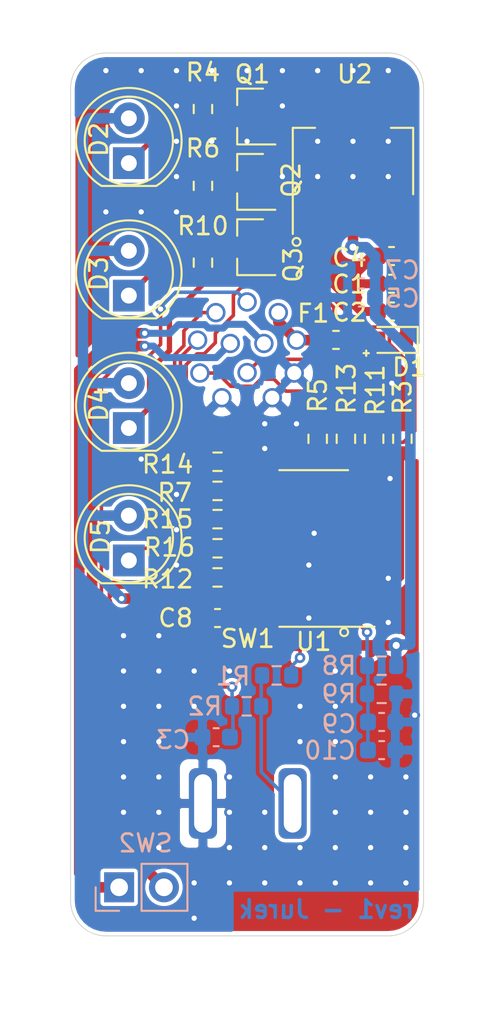
<source format=kicad_pcb>
(kicad_pcb (version 20171130) (host pcbnew "(5.1.12-1-10_14)")

  (general
    (thickness 1.6002)
    (drawings 14)
    (tracks 327)
    (zones 0)
    (modules 39)
    (nets 30)
  )

  (page A4)
  (layers
    (0 Front signal)
    (31 Back signal)
    (32 B.Adhes user)
    (33 F.Adhes user)
    (34 B.Paste user)
    (35 F.Paste user)
    (36 B.SilkS user)
    (37 F.SilkS user)
    (38 B.Mask user)
    (39 F.Mask user)
    (40 Dwgs.User user)
    (41 Cmts.User user)
    (42 Eco1.User user)
    (43 Eco2.User user)
    (44 Edge.Cuts user)
    (45 Margin user)
    (46 B.CrtYd user)
    (47 F.CrtYd user)
    (48 B.Fab user)
    (49 F.Fab user hide)
  )

  (setup
    (last_trace_width 0.2)
    (user_trace_width 0.2)
    (user_trace_width 0.3)
    (user_trace_width 0.4)
    (user_trace_width 0.6)
    (trace_clearance 0.127)
    (zone_clearance 0.25)
    (zone_45_only no)
    (trace_min 0.127)
    (via_size 0.6)
    (via_drill 0.3)
    (via_min_size 0.6)
    (via_min_drill 0.3)
    (user_via 0.6 0.3)
    (user_via 0.9 0.4)
    (uvia_size 0.6858)
    (uvia_drill 0.3302)
    (uvias_allowed no)
    (uvia_min_size 0.2)
    (uvia_min_drill 0.1)
    (edge_width 0.05)
    (segment_width 0.2)
    (pcb_text_width 0.3)
    (pcb_text_size 1.5 1.5)
    (mod_edge_width 0.12)
    (mod_text_size 1 1)
    (mod_text_width 0.15)
    (pad_size 1.524 1.524)
    (pad_drill 0.762)
    (pad_to_mask_clearance 0)
    (solder_mask_min_width 0.12)
    (aux_axis_origin 80 60)
    (visible_elements FFFFFF7F)
    (pcbplotparams
      (layerselection 0x010fc_ffffffff)
      (usegerberextensions false)
      (usegerberattributes true)
      (usegerberadvancedattributes true)
      (creategerberjobfile true)
      (excludeedgelayer true)
      (linewidth 0.100000)
      (plotframeref false)
      (viasonmask false)
      (mode 1)
      (useauxorigin false)
      (hpglpennumber 1)
      (hpglpenspeed 20)
      (hpglpendiameter 15.000000)
      (psnegative false)
      (psa4output false)
      (plotreference true)
      (plotvalue true)
      (plotinvisibletext false)
      (padsonsilk false)
      (subtractmaskfromsilk false)
      (outputformat 1)
      (mirror false)
      (drillshape 1)
      (scaleselection 1)
      (outputdirectory ""))
  )

  (net 0 "")
  (net 1 GND)
  (net 2 "Net-(C1-Pad1)")
  (net 3 BTN_TS)
  (net 4 +5V)
  (net 5 CLK)
  (net 6 +12V)
  (net 7 "Net-(D5-Pad1)")
  (net 8 ASB_LED)
  (net 9 AMS_LED)
  (net 10 TSOFF_LED)
  (net 11 SDC_IN)
  (net 12 SDC_OUT)
  (net 13 IDM_LED)
  (net 14 "Net-(R1-Pad2)")
  (net 15 "Net-(J1-Pad9)")
  (net 16 "Net-(J1-Pad8)")
  (net 17 "Net-(J1-Pad7)")
  (net 18 "Net-(J1-Pad10)")
  (net 19 "Net-(R16-Pad2)")
  (net 20 "Net-(D2-Pad1)")
  (net 21 "Net-(D3-Pad1)")
  (net 22 "Net-(D4-Pad1)")
  (net 23 "Net-(F1-Pad1)")
  (net 24 "Net-(Q1-Pad1)")
  (net 25 "Net-(Q2-Pad1)")
  (net 26 "Net-(Q3-Pad1)")
  (net 27 "Net-(Q1-Pad3)")
  (net 28 "Net-(Q2-Pad3)")
  (net 29 "Net-(Q3-Pad3)")

  (net_class Default "This is the default net class."
    (clearance 0.127)
    (trace_width 0.127)
    (via_dia 0.6)
    (via_drill 0.3)
    (uvia_dia 0.6858)
    (uvia_drill 0.3302)
    (diff_pair_width 0.1524)
    (diff_pair_gap 0.254)
    (add_net +12V)
    (add_net +5V)
    (add_net AMS_LED)
    (add_net ASB_LED)
    (add_net BTN_TS)
    (add_net CLK)
    (add_net GND)
    (add_net IDM_LED)
    (add_net "Net-(C1-Pad1)")
    (add_net "Net-(D2-Pad1)")
    (add_net "Net-(D3-Pad1)")
    (add_net "Net-(D4-Pad1)")
    (add_net "Net-(D5-Pad1)")
    (add_net "Net-(F1-Pad1)")
    (add_net "Net-(J1-Pad10)")
    (add_net "Net-(J1-Pad7)")
    (add_net "Net-(J1-Pad8)")
    (add_net "Net-(J1-Pad9)")
    (add_net "Net-(Q1-Pad1)")
    (add_net "Net-(Q1-Pad3)")
    (add_net "Net-(Q2-Pad1)")
    (add_net "Net-(Q2-Pad3)")
    (add_net "Net-(Q3-Pad1)")
    (add_net "Net-(Q3-Pad3)")
    (add_net "Net-(R1-Pad2)")
    (add_net "Net-(R16-Pad2)")
    (add_net SDC_IN)
    (add_net SDC_OUT)
    (add_net TSOFF_LED)
  )

  (module Capacitor_SMD:C_0603_1608Metric (layer Front) (tedit 5F68FEEE) (tstamp 61D2ADCA)
    (at 88.325 92 180)
    (descr "Capacitor SMD 0603 (1608 Metric), square (rectangular) end terminal, IPC_7351 nominal, (Body size source: IPC-SM-782 page 76, https://www.pcb-3d.com/wordpress/wp-content/uploads/ipc-sm-782a_amendment_1_and_2.pdf), generated with kicad-footprint-generator")
    (tags capacitor)
    (path /620FAAD9)
    (attr smd)
    (fp_text reference C8 (at 2.375 0) (layer F.SilkS)
      (effects (font (size 1 1) (thickness 0.15)))
    )
    (fp_text value 100n (at 0 1.43) (layer F.Fab)
      (effects (font (size 1 1) (thickness 0.15)))
    )
    (fp_line (start -0.8 0.4) (end -0.8 -0.4) (layer F.Fab) (width 0.1))
    (fp_line (start -0.8 -0.4) (end 0.8 -0.4) (layer F.Fab) (width 0.1))
    (fp_line (start 0.8 -0.4) (end 0.8 0.4) (layer F.Fab) (width 0.1))
    (fp_line (start 0.8 0.4) (end -0.8 0.4) (layer F.Fab) (width 0.1))
    (fp_line (start -0.14058 -0.51) (end 0.14058 -0.51) (layer F.SilkS) (width 0.12))
    (fp_line (start -0.14058 0.51) (end 0.14058 0.51) (layer F.SilkS) (width 0.12))
    (fp_line (start -1.48 0.73) (end -1.48 -0.73) (layer F.CrtYd) (width 0.05))
    (fp_line (start -1.48 -0.73) (end 1.48 -0.73) (layer F.CrtYd) (width 0.05))
    (fp_line (start 1.48 -0.73) (end 1.48 0.73) (layer F.CrtYd) (width 0.05))
    (fp_line (start 1.48 0.73) (end -1.48 0.73) (layer F.CrtYd) (width 0.05))
    (fp_text user %R (at 0 0) (layer F.Fab)
      (effects (font (size 0.4 0.4) (thickness 0.06)))
    )
    (pad 2 smd roundrect (at 0.775 0 180) (size 0.9 0.95) (layers Front F.Paste F.Mask) (roundrect_rratio 0.25)
      (net 1 GND))
    (pad 1 smd roundrect (at -0.775 0 180) (size 0.9 0.95) (layers Front F.Paste F.Mask) (roundrect_rratio 0.25)
      (net 4 +5V))
    (model ${KISYS3DMOD}/Capacitor_SMD.3dshapes/C_0603_1608Metric.wrl
      (at (xyz 0 0 0))
      (scale (xyz 1 1 1))
      (rotate (xyz 0 0 0))
    )
  )

  (module Binder:Binder_M12-A_12P_Female_NoSilk (layer Back) (tedit 61C3AB96) (tstamp 61D2AEFB)
    (at 90 77)
    (path /61D01013)
    (fp_text reference J1 (at 0 10.045) (layer B.SilkS) hide
      (effects (font (size 1 1) (thickness 0.15)) (justify mirror))
    )
    (fp_text value Conn_01x12_Male (at 0 -10.045) (layer B.Fab) hide
      (effects (font (size 1 1) (thickness 0.15)) (justify mirror))
    )
    (fp_circle (center 0 0) (end 9 0) (layer Dwgs.User) (width 0.1))
    (fp_circle (center 0 0) (end 0 -9.37) (layer B.CrtYd) (width 0.05))
    (fp_circle (center 0 0.1) (end 0 4.2) (layer B.Fab) (width 0.12))
    (fp_line (start 0.6 3.7) (end 0.6 4.1) (layer B.Fab) (width 0.12))
    (fp_line (start -0.6 3.7) (end -0.6 4.1) (layer B.Fab) (width 0.12))
    (fp_arc (start 0 3.7) (end -0.6 3.7) (angle 180) (layer B.Fab) (width 0.12))
    (pad 9 thru_hole circle (at -2.672 1.127) (size 1.1 1.1) (drill 0.8) (layers *.Cu *.Mask)
      (net 15 "Net-(J1-Pad9)"))
    (pad 8 thru_hole circle (at -2.804 -0.738) (size 1.1 1.1) (drill 0.8) (layers *.Cu *.Mask)
      (net 16 "Net-(J1-Pad8)"))
    (pad 7 thru_hole circle (at -1.77 -2.297) (size 1.1 1.1) (drill 0.8) (layers *.Cu *.Mask)
      (net 17 "Net-(J1-Pad7)"))
    (pad 6 thru_hole circle (at 0 -2.9) (size 1.1 1.1) (drill 0.8) (layers *.Cu *.Mask)
      (net 3 BTN_TS))
    (pad 5 thru_hole circle (at 1.77 -2.297) (size 1.1 1.1) (drill 0.8) (layers *.Cu *.Mask)
      (net 23 "Net-(F1-Pad1)"))
    (pad 4 thru_hole circle (at 2.804 -0.738) (size 1.1 1.1) (drill 0.8) (layers *.Cu *.Mask)
      (net 23 "Net-(F1-Pad1)"))
    (pad 3 thru_hole circle (at 2.672 1.127) (size 1.1 1.1) (drill 0.8) (layers *.Cu *.Mask)
      (net 1 GND))
    (pad 2 thru_hole circle (at 1.428 2.524) (size 1.1 1.1) (drill 0.8) (layers *.Cu *.Mask)
      (net 1 GND))
    (pad 1 thru_hole circle (at -1.428 2.524) (size 1.1 1.1) (drill 0.8) (layers *.Cu *.Mask)
      (net 1 GND))
    (pad 12 thru_hole circle (at -0.952627 -0.55) (size 1.1 1.1) (drill 0.8) (layers *.Cu *.Mask)
      (net 12 SDC_OUT))
    (pad 11 thru_hole circle (at 0.952627 -0.549999) (size 1.1 1.1) (drill 0.8) (layers *.Cu *.Mask)
      (net 11 SDC_IN))
    (pad 10 thru_hole circle (at 0 1.1) (size 1.1 1.1) (drill 0.8) (layers *.Cu *.Mask)
      (net 18 "Net-(J1-Pad10)"))
    (model ${KIPRJMOD}/packages3d/Binder.3dshapes/Binder_SACC-DSI-M12MS-12CON-M16.stp
      (offset (xyz 12.7 0 -2.45))
      (scale (xyz 1 1 1))
      (rotate (xyz 0 -180 -45))
    )
  )

  (module LED_THT:LED_D5.0mm_Clear (layer Front) (tedit 5A6C9BC0) (tstamp 61C7B55E)
    (at 83.3 66.24 90)
    (descr "LED, diameter 5.0mm, 2 pins, http://cdn-reichelt.de/documents/datenblatt/A500/LL-504BC2E-009.pdf")
    (tags "LED diameter 5.0mm 2 pins")
    (path /61BF7176)
    (fp_text reference D2 (at 1.34 -1.7 90) (layer F.SilkS)
      (effects (font (size 1 1) (thickness 0.15)))
    )
    (fp_text value IDM (at 1.27 3.96 90) (layer F.Fab)
      (effects (font (size 1 1) (thickness 0.15)))
    )
    (fp_line (start -1.23 -1.469694) (end -1.23 1.469694) (layer F.Fab) (width 0.1))
    (fp_line (start -1.29 -1.545) (end -1.29 1.545) (layer F.SilkS) (width 0.12))
    (fp_line (start -1.95 -3.25) (end -1.95 3.25) (layer F.CrtYd) (width 0.05))
    (fp_line (start -1.95 3.25) (end 4.5 3.25) (layer F.CrtYd) (width 0.05))
    (fp_line (start 4.5 3.25) (end 4.5 -3.25) (layer F.CrtYd) (width 0.05))
    (fp_line (start 4.5 -3.25) (end -1.95 -3.25) (layer F.CrtYd) (width 0.05))
    (fp_circle (center 1.27 0) (end 3.77 0) (layer F.Fab) (width 0.1))
    (fp_circle (center 1.27 0) (end 3.77 0) (layer F.SilkS) (width 0.12))
    (fp_arc (start 1.27 0) (end -1.29 1.54483) (angle -148.9) (layer F.SilkS) (width 0.12))
    (fp_arc (start 1.27 0) (end -1.29 -1.54483) (angle 148.9) (layer F.SilkS) (width 0.12))
    (fp_arc (start 1.27 0) (end -1.23 -1.469694) (angle 299.1) (layer F.Fab) (width 0.1))
    (fp_text user %R (at 1.25 0 90) (layer F.Fab)
      (effects (font (size 0.8 0.8) (thickness 0.2)))
    )
    (pad 2 thru_hole circle (at 2.54 0 90) (size 1.8 1.8) (drill 0.9) (layers *.Cu *.Mask)
      (net 4 +5V))
    (pad 1 thru_hole rect (at 0 0 90) (size 1.8 1.8) (drill 0.9) (layers *.Cu *.Mask)
      (net 20 "Net-(D2-Pad1)"))
    (model ${KISYS3DMOD}/LED_THT.3dshapes/LED_D5.0mm_Clear.wrl
      (at (xyz 0 0 0))
      (scale (xyz 1 1 1))
      (rotate (xyz 0 0 0))
    )
  )

  (module Package_TO_SOT_SMD:SOT-23 (layer Front) (tedit 5A02FF57) (tstamp 61D2EECB)
    (at 90.2 67.3 180)
    (descr "SOT-23, Standard")
    (tags SOT-23)
    (path /61E2F377)
    (attr smd)
    (fp_text reference Q2 (at -2.3 0.1 90) (layer F.SilkS)
      (effects (font (size 1 1) (thickness 0.15)))
    )
    (fp_text value BSS123 (at 0 2.5) (layer F.Fab)
      (effects (font (size 1 1) (thickness 0.15)))
    )
    (fp_text user %R (at 0 0 90) (layer F.Fab)
      (effects (font (size 0.5 0.5) (thickness 0.075)))
    )
    (fp_line (start -0.7 -0.95) (end -0.7 1.5) (layer F.Fab) (width 0.1))
    (fp_line (start -0.15 -1.52) (end 0.7 -1.52) (layer F.Fab) (width 0.1))
    (fp_line (start -0.7 -0.95) (end -0.15 -1.52) (layer F.Fab) (width 0.1))
    (fp_line (start 0.7 -1.52) (end 0.7 1.52) (layer F.Fab) (width 0.1))
    (fp_line (start -0.7 1.52) (end 0.7 1.52) (layer F.Fab) (width 0.1))
    (fp_line (start 0.76 1.58) (end 0.76 0.65) (layer F.SilkS) (width 0.12))
    (fp_line (start 0.76 -1.58) (end 0.76 -0.65) (layer F.SilkS) (width 0.12))
    (fp_line (start -1.7 -1.75) (end 1.7 -1.75) (layer F.CrtYd) (width 0.05))
    (fp_line (start 1.7 -1.75) (end 1.7 1.75) (layer F.CrtYd) (width 0.05))
    (fp_line (start 1.7 1.75) (end -1.7 1.75) (layer F.CrtYd) (width 0.05))
    (fp_line (start -1.7 1.75) (end -1.7 -1.75) (layer F.CrtYd) (width 0.05))
    (fp_line (start 0.76 -1.58) (end -1.4 -1.58) (layer F.SilkS) (width 0.12))
    (fp_line (start 0.76 1.58) (end -0.7 1.58) (layer F.SilkS) (width 0.12))
    (pad 3 smd rect (at 1 0 180) (size 0.9 0.8) (layers Front F.Paste F.Mask)
      (net 28 "Net-(Q2-Pad3)"))
    (pad 2 smd rect (at -1 0.95 180) (size 0.9 0.8) (layers Front F.Paste F.Mask)
      (net 1 GND))
    (pad 1 smd rect (at -1 -0.95 180) (size 0.9 0.8) (layers Front F.Paste F.Mask)
      (net 25 "Net-(Q2-Pad1)"))
    (model ${KISYS3DMOD}/Package_TO_SOT_SMD.3dshapes/SOT-23.wrl
      (at (xyz 0 0 0))
      (scale (xyz 1 1 1))
      (rotate (xyz 0 0 0))
    )
  )

  (module Package_TO_SOT_SMD:SOT-23 (layer Front) (tedit 5A02FF57) (tstamp 61D2EE53)
    (at 90.2 63.6 180)
    (descr "SOT-23, Standard")
    (tags SOT-23)
    (path /61D4AA0B)
    (attr smd)
    (fp_text reference Q1 (at -0.1 2.4) (layer F.SilkS)
      (effects (font (size 1 1) (thickness 0.15)))
    )
    (fp_text value BSS123 (at 0 2.5) (layer F.Fab)
      (effects (font (size 1 1) (thickness 0.15)))
    )
    (fp_text user %R (at 0 0 90) (layer F.Fab)
      (effects (font (size 0.5 0.5) (thickness 0.075)))
    )
    (fp_line (start -0.7 -0.95) (end -0.7 1.5) (layer F.Fab) (width 0.1))
    (fp_line (start -0.15 -1.52) (end 0.7 -1.52) (layer F.Fab) (width 0.1))
    (fp_line (start -0.7 -0.95) (end -0.15 -1.52) (layer F.Fab) (width 0.1))
    (fp_line (start 0.7 -1.52) (end 0.7 1.52) (layer F.Fab) (width 0.1))
    (fp_line (start -0.7 1.52) (end 0.7 1.52) (layer F.Fab) (width 0.1))
    (fp_line (start 0.76 1.58) (end 0.76 0.65) (layer F.SilkS) (width 0.12))
    (fp_line (start 0.76 -1.58) (end 0.76 -0.65) (layer F.SilkS) (width 0.12))
    (fp_line (start -1.7 -1.75) (end 1.7 -1.75) (layer F.CrtYd) (width 0.05))
    (fp_line (start 1.7 -1.75) (end 1.7 1.75) (layer F.CrtYd) (width 0.05))
    (fp_line (start 1.7 1.75) (end -1.7 1.75) (layer F.CrtYd) (width 0.05))
    (fp_line (start -1.7 1.75) (end -1.7 -1.75) (layer F.CrtYd) (width 0.05))
    (fp_line (start 0.76 -1.58) (end -1.4 -1.58) (layer F.SilkS) (width 0.12))
    (fp_line (start 0.76 1.58) (end -0.7 1.58) (layer F.SilkS) (width 0.12))
    (pad 3 smd rect (at 1 0 180) (size 0.9 0.8) (layers Front F.Paste F.Mask)
      (net 27 "Net-(Q1-Pad3)"))
    (pad 2 smd rect (at -1 0.95 180) (size 0.9 0.8) (layers Front F.Paste F.Mask)
      (net 1 GND))
    (pad 1 smd rect (at -1 -0.95 180) (size 0.9 0.8) (layers Front F.Paste F.Mask)
      (net 24 "Net-(Q1-Pad1)"))
    (model ${KISYS3DMOD}/Package_TO_SOT_SMD.3dshapes/SOT-23.wrl
      (at (xyz 0 0 0))
      (scale (xyz 1 1 1))
      (rotate (xyz 0 0 0))
    )
  )

  (module Resistor_SMD:R_0603_1608Metric (layer Front) (tedit 5F68FEEE) (tstamp 61D2CD66)
    (at 88.325 86.4)
    (descr "Resistor SMD 0603 (1608 Metric), square (rectangular) end terminal, IPC_7351 nominal, (Body size source: IPC-SM-782 page 72, https://www.pcb-3d.com/wordpress/wp-content/uploads/ipc-sm-782a_amendment_1_and_2.pdf), generated with kicad-footprint-generator")
    (tags resistor)
    (path /61D2F28E)
    (attr smd)
    (fp_text reference R15 (at -2.825 0 180) (layer F.SilkS)
      (effects (font (size 1 1) (thickness 0.15)))
    )
    (fp_text value 100 (at 0 1.43 180) (layer F.Fab)
      (effects (font (size 1 1) (thickness 0.15)))
    )
    (fp_line (start -0.8 0.4125) (end -0.8 -0.4125) (layer F.Fab) (width 0.1))
    (fp_line (start -0.8 -0.4125) (end 0.8 -0.4125) (layer F.Fab) (width 0.1))
    (fp_line (start 0.8 -0.4125) (end 0.8 0.4125) (layer F.Fab) (width 0.1))
    (fp_line (start 0.8 0.4125) (end -0.8 0.4125) (layer F.Fab) (width 0.1))
    (fp_line (start -0.237258 -0.5225) (end 0.237258 -0.5225) (layer F.SilkS) (width 0.12))
    (fp_line (start -0.237258 0.5225) (end 0.237258 0.5225) (layer F.SilkS) (width 0.12))
    (fp_line (start -1.48 0.73) (end -1.48 -0.73) (layer F.CrtYd) (width 0.05))
    (fp_line (start -1.48 -0.73) (end 1.48 -0.73) (layer F.CrtYd) (width 0.05))
    (fp_line (start 1.48 -0.73) (end 1.48 0.73) (layer F.CrtYd) (width 0.05))
    (fp_line (start 1.48 0.73) (end -1.48 0.73) (layer F.CrtYd) (width 0.05))
    (fp_text user %R (at 0 0 180) (layer F.Fab)
      (effects (font (size 0.4 0.4) (thickness 0.06)))
    )
    (pad 2 smd roundrect (at 0.825 0) (size 0.8 0.95) (layers Front F.Paste F.Mask) (roundrect_rratio 0.25)
      (net 10 TSOFF_LED))
    (pad 1 smd roundrect (at -0.825 0) (size 0.8 0.95) (layers Front F.Paste F.Mask) (roundrect_rratio 0.25)
      (net 17 "Net-(J1-Pad7)"))
    (model ${KISYS3DMOD}/Resistor_SMD.3dshapes/R_0603_1608Metric.wrl
      (at (xyz 0 0 0))
      (scale (xyz 1 1 1))
      (rotate (xyz 0 0 0))
    )
  )

  (module Resistor_SMD:R_0603_1608Metric (layer Front) (tedit 5F68FEEE) (tstamp 61D2B4CB)
    (at 88.325 83.15)
    (descr "Resistor SMD 0603 (1608 Metric), square (rectangular) end terminal, IPC_7351 nominal, (Body size source: IPC-SM-782 page 72, https://www.pcb-3d.com/wordpress/wp-content/uploads/ipc-sm-782a_amendment_1_and_2.pdf), generated with kicad-footprint-generator")
    (tags resistor)
    (path /61D2E9C0)
    (attr smd)
    (fp_text reference R14 (at -2.825 0.15) (layer F.SilkS)
      (effects (font (size 1 1) (thickness 0.15)))
    )
    (fp_text value 100 (at 0 1.43) (layer F.Fab)
      (effects (font (size 1 1) (thickness 0.15)))
    )
    (fp_text user %R (at 0 0) (layer F.Fab)
      (effects (font (size 0.4 0.4) (thickness 0.06)))
    )
    (fp_line (start 1.48 0.73) (end -1.48 0.73) (layer F.CrtYd) (width 0.05))
    (fp_line (start 1.48 -0.73) (end 1.48 0.73) (layer F.CrtYd) (width 0.05))
    (fp_line (start -1.48 -0.73) (end 1.48 -0.73) (layer F.CrtYd) (width 0.05))
    (fp_line (start -1.48 0.73) (end -1.48 -0.73) (layer F.CrtYd) (width 0.05))
    (fp_line (start -0.237258 0.5225) (end 0.237258 0.5225) (layer F.SilkS) (width 0.12))
    (fp_line (start -0.237258 -0.5225) (end 0.237258 -0.5225) (layer F.SilkS) (width 0.12))
    (fp_line (start 0.8 0.4125) (end -0.8 0.4125) (layer F.Fab) (width 0.1))
    (fp_line (start 0.8 -0.4125) (end 0.8 0.4125) (layer F.Fab) (width 0.1))
    (fp_line (start -0.8 -0.4125) (end 0.8 -0.4125) (layer F.Fab) (width 0.1))
    (fp_line (start -0.8 0.4125) (end -0.8 -0.4125) (layer F.Fab) (width 0.1))
    (pad 1 smd roundrect (at -0.825 0) (size 0.8 0.95) (layers Front F.Paste F.Mask) (roundrect_rratio 0.25)
      (net 16 "Net-(J1-Pad8)"))
    (pad 2 smd roundrect (at 0.825 0) (size 0.8 0.95) (layers Front F.Paste F.Mask) (roundrect_rratio 0.25)
      (net 9 AMS_LED))
    (model ${KISYS3DMOD}/Resistor_SMD.3dshapes/R_0603_1608Metric.wrl
      (at (xyz 0 0 0))
      (scale (xyz 1 1 1))
      (rotate (xyz 0 0 0))
    )
  )

  (module Resistor_SMD:R_0603_1608Metric (layer Front) (tedit 5F68FEEE) (tstamp 61D2CD36)
    (at 95.6 81.85 270)
    (descr "Resistor SMD 0603 (1608 Metric), square (rectangular) end terminal, IPC_7351 nominal, (Body size source: IPC-SM-782 page 72, https://www.pcb-3d.com/wordpress/wp-content/uploads/ipc-sm-782a_amendment_1_and_2.pdf), generated with kicad-footprint-generator")
    (tags resistor)
    (path /61D2E072)
    (attr smd)
    (fp_text reference R13 (at -2.85 -0.033334 270) (layer F.SilkS)
      (effects (font (size 1 1) (thickness 0.15)))
    )
    (fp_text value 100 (at 0 1.43 90) (layer F.Fab)
      (effects (font (size 1 1) (thickness 0.15)))
    )
    (fp_line (start -0.8 0.4125) (end -0.8 -0.4125) (layer F.Fab) (width 0.1))
    (fp_line (start -0.8 -0.4125) (end 0.8 -0.4125) (layer F.Fab) (width 0.1))
    (fp_line (start 0.8 -0.4125) (end 0.8 0.4125) (layer F.Fab) (width 0.1))
    (fp_line (start 0.8 0.4125) (end -0.8 0.4125) (layer F.Fab) (width 0.1))
    (fp_line (start -0.237258 -0.5225) (end 0.237258 -0.5225) (layer F.SilkS) (width 0.12))
    (fp_line (start -0.237258 0.5225) (end 0.237258 0.5225) (layer F.SilkS) (width 0.12))
    (fp_line (start -1.48 0.73) (end -1.48 -0.73) (layer F.CrtYd) (width 0.05))
    (fp_line (start -1.48 -0.73) (end 1.48 -0.73) (layer F.CrtYd) (width 0.05))
    (fp_line (start 1.48 -0.73) (end 1.48 0.73) (layer F.CrtYd) (width 0.05))
    (fp_line (start 1.48 0.73) (end -1.48 0.73) (layer F.CrtYd) (width 0.05))
    (fp_text user %R (at 0 0 90) (layer F.Fab)
      (effects (font (size 0.4 0.4) (thickness 0.06)))
    )
    (pad 2 smd roundrect (at 0.825 0 270) (size 0.8 0.95) (layers Front F.Paste F.Mask) (roundrect_rratio 0.25)
      (net 8 ASB_LED))
    (pad 1 smd roundrect (at -0.825 0 270) (size 0.8 0.95) (layers Front F.Paste F.Mask) (roundrect_rratio 0.25)
      (net 15 "Net-(J1-Pad9)"))
    (model ${KISYS3DMOD}/Resistor_SMD.3dshapes/R_0603_1608Metric.wrl
      (at (xyz 0 0 0))
      (scale (xyz 1 1 1))
      (rotate (xyz 0 0 0))
    )
  )

  (module Resistor_SMD:R_0603_1608Metric (layer Front) (tedit 5F68FEEE) (tstamp 61D2CD06)
    (at 97.2 81.85 270)
    (descr "Resistor SMD 0603 (1608 Metric), square (rectangular) end terminal, IPC_7351 nominal, (Body size source: IPC-SM-782 page 72, https://www.pcb-3d.com/wordpress/wp-content/uploads/ipc-sm-782a_amendment_1_and_2.pdf), generated with kicad-footprint-generator")
    (tags resistor)
    (path /61D2A373)
    (attr smd)
    (fp_text reference R11 (at -2.75 -0.066668 90) (layer F.SilkS)
      (effects (font (size 1 1) (thickness 0.15)))
    )
    (fp_text value 100 (at 0 1.43 90) (layer F.Fab)
      (effects (font (size 1 1) (thickness 0.15)))
    )
    (fp_line (start -0.8 0.4125) (end -0.8 -0.4125) (layer F.Fab) (width 0.1))
    (fp_line (start -0.8 -0.4125) (end 0.8 -0.4125) (layer F.Fab) (width 0.1))
    (fp_line (start 0.8 -0.4125) (end 0.8 0.4125) (layer F.Fab) (width 0.1))
    (fp_line (start 0.8 0.4125) (end -0.8 0.4125) (layer F.Fab) (width 0.1))
    (fp_line (start -0.237258 -0.5225) (end 0.237258 -0.5225) (layer F.SilkS) (width 0.12))
    (fp_line (start -0.237258 0.5225) (end 0.237258 0.5225) (layer F.SilkS) (width 0.12))
    (fp_line (start -1.48 0.73) (end -1.48 -0.73) (layer F.CrtYd) (width 0.05))
    (fp_line (start -1.48 -0.73) (end 1.48 -0.73) (layer F.CrtYd) (width 0.05))
    (fp_line (start 1.48 -0.73) (end 1.48 0.73) (layer F.CrtYd) (width 0.05))
    (fp_line (start 1.48 0.73) (end -1.48 0.73) (layer F.CrtYd) (width 0.05))
    (fp_text user %R (at 0 0 90) (layer F.Fab)
      (effects (font (size 0.4 0.4) (thickness 0.06)))
    )
    (pad 2 smd roundrect (at 0.825 0 270) (size 0.8 0.95) (layers Front F.Paste F.Mask) (roundrect_rratio 0.25)
      (net 13 IDM_LED))
    (pad 1 smd roundrect (at -0.825 0 270) (size 0.8 0.95) (layers Front F.Paste F.Mask) (roundrect_rratio 0.25)
      (net 18 "Net-(J1-Pad10)"))
    (model ${KISYS3DMOD}/Resistor_SMD.3dshapes/R_0603_1608Metric.wrl
      (at (xyz 0 0 0))
      (scale (xyz 1 1 1))
      (rotate (xyz 0 0 0))
    )
  )

  (module Resistor_SMD:R_0603_1608Metric (layer Front) (tedit 5F68FEEE) (tstamp 61D31F25)
    (at 94 81.85 90)
    (descr "Resistor SMD 0603 (1608 Metric), square (rectangular) end terminal, IPC_7351 nominal, (Body size source: IPC-SM-782 page 72, https://www.pcb-3d.com/wordpress/wp-content/uploads/ipc-sm-782a_amendment_1_and_2.pdf), generated with kicad-footprint-generator")
    (tags resistor)
    (path /61DD3AF7)
    (attr smd)
    (fp_text reference R5 (at 2.45 0 90) (layer F.SilkS)
      (effects (font (size 1 1) (thickness 0.15)))
    )
    (fp_text value 10k (at 0 1.43 270) (layer F.Fab)
      (effects (font (size 1 1) (thickness 0.15)))
    )
    (fp_line (start -0.8 0.4125) (end -0.8 -0.4125) (layer F.Fab) (width 0.1))
    (fp_line (start -0.8 -0.4125) (end 0.8 -0.4125) (layer F.Fab) (width 0.1))
    (fp_line (start 0.8 -0.4125) (end 0.8 0.4125) (layer F.Fab) (width 0.1))
    (fp_line (start 0.8 0.4125) (end -0.8 0.4125) (layer F.Fab) (width 0.1))
    (fp_line (start -0.237258 -0.5225) (end 0.237258 -0.5225) (layer F.SilkS) (width 0.12))
    (fp_line (start -0.237258 0.5225) (end 0.237258 0.5225) (layer F.SilkS) (width 0.12))
    (fp_line (start -1.48 0.73) (end -1.48 -0.73) (layer F.CrtYd) (width 0.05))
    (fp_line (start -1.48 -0.73) (end 1.48 -0.73) (layer F.CrtYd) (width 0.05))
    (fp_line (start 1.48 -0.73) (end 1.48 0.73) (layer F.CrtYd) (width 0.05))
    (fp_line (start 1.48 0.73) (end -1.48 0.73) (layer F.CrtYd) (width 0.05))
    (fp_text user %R (at 0 0 270) (layer F.Fab)
      (effects (font (size 0.4 0.4) (thickness 0.06)))
    )
    (pad 2 smd roundrect (at 0.825 0 90) (size 0.8 0.95) (layers Front F.Paste F.Mask) (roundrect_rratio 0.25)
      (net 1 GND))
    (pad 1 smd roundrect (at -0.825 0 90) (size 0.8 0.95) (layers Front F.Paste F.Mask) (roundrect_rratio 0.25)
      (net 8 ASB_LED))
    (model ${KISYS3DMOD}/Resistor_SMD.3dshapes/R_0603_1608Metric.wrl
      (at (xyz 0 0 0))
      (scale (xyz 1 1 1))
      (rotate (xyz 0 0 0))
    )
  )

  (module Resistor_SMD:R_0603_1608Metric (layer Front) (tedit 5F68FEEE) (tstamp 61D2CCA6)
    (at 98.8 81.85 90)
    (descr "Resistor SMD 0603 (1608 Metric), square (rectangular) end terminal, IPC_7351 nominal, (Body size source: IPC-SM-782 page 72, https://www.pcb-3d.com/wordpress/wp-content/uploads/ipc-sm-782a_amendment_1_and_2.pdf), generated with kicad-footprint-generator")
    (tags resistor)
    (path /61DC4386)
    (attr smd)
    (fp_text reference R3 (at 2.35 0 270) (layer F.SilkS)
      (effects (font (size 1 1) (thickness 0.15)))
    )
    (fp_text value 10k (at 0 1.43 90) (layer F.Fab)
      (effects (font (size 1 1) (thickness 0.15)))
    )
    (fp_text user %R (at 0 0 90) (layer F.Fab)
      (effects (font (size 0.4 0.4) (thickness 0.06)))
    )
    (fp_line (start 1.48 0.73) (end -1.48 0.73) (layer F.CrtYd) (width 0.05))
    (fp_line (start 1.48 -0.73) (end 1.48 0.73) (layer F.CrtYd) (width 0.05))
    (fp_line (start -1.48 -0.73) (end 1.48 -0.73) (layer F.CrtYd) (width 0.05))
    (fp_line (start -1.48 0.73) (end -1.48 -0.73) (layer F.CrtYd) (width 0.05))
    (fp_line (start -0.237258 0.5225) (end 0.237258 0.5225) (layer F.SilkS) (width 0.12))
    (fp_line (start -0.237258 -0.5225) (end 0.237258 -0.5225) (layer F.SilkS) (width 0.12))
    (fp_line (start 0.8 0.4125) (end -0.8 0.4125) (layer F.Fab) (width 0.1))
    (fp_line (start 0.8 -0.4125) (end 0.8 0.4125) (layer F.Fab) (width 0.1))
    (fp_line (start -0.8 -0.4125) (end 0.8 -0.4125) (layer F.Fab) (width 0.1))
    (fp_line (start -0.8 0.4125) (end -0.8 -0.4125) (layer F.Fab) (width 0.1))
    (pad 1 smd roundrect (at -0.825 0 90) (size 0.8 0.95) (layers Front F.Paste F.Mask) (roundrect_rratio 0.25)
      (net 13 IDM_LED))
    (pad 2 smd roundrect (at 0.825 0 90) (size 0.8 0.95) (layers Front F.Paste F.Mask) (roundrect_rratio 0.25)
      (net 1 GND))
    (model ${KISYS3DMOD}/Resistor_SMD.3dshapes/R_0603_1608Metric.wrl
      (at (xyz 0 0 0))
      (scale (xyz 1 1 1))
      (rotate (xyz 0 0 0))
    )
  )

  (module Fuse:Fuse_0603_1608Metric (layer Front) (tedit 5F68FEF1) (tstamp 61D25B1A)
    (at 95.0375 76.25)
    (descr "Fuse SMD 0603 (1608 Metric), square (rectangular) end terminal, IPC_7351 nominal, (Body size source: http://www.tortai-tech.com/upload/download/2011102023233369053.pdf), generated with kicad-footprint-generator")
    (tags fuse)
    (path /61EABB10)
    (attr smd)
    (fp_text reference F1 (at -1.2875 -1.5) (layer F.SilkS)
      (effects (font (size 1 1) (thickness 0.15)))
    )
    (fp_text value Fuse (at 0 1.43) (layer F.Fab)
      (effects (font (size 1 1) (thickness 0.15)))
    )
    (fp_text user %R (at 0 0) (layer F.Fab)
      (effects (font (size 0.4 0.4) (thickness 0.06)))
    )
    (fp_line (start -0.8 0.4) (end -0.8 -0.4) (layer F.Fab) (width 0.1))
    (fp_line (start -0.8 -0.4) (end 0.8 -0.4) (layer F.Fab) (width 0.1))
    (fp_line (start 0.8 -0.4) (end 0.8 0.4) (layer F.Fab) (width 0.1))
    (fp_line (start 0.8 0.4) (end -0.8 0.4) (layer F.Fab) (width 0.1))
    (fp_line (start -0.162779 -0.51) (end 0.162779 -0.51) (layer F.SilkS) (width 0.12))
    (fp_line (start -0.162779 0.51) (end 0.162779 0.51) (layer F.SilkS) (width 0.12))
    (fp_line (start -1.48 0.73) (end -1.48 -0.73) (layer F.CrtYd) (width 0.05))
    (fp_line (start -1.48 -0.73) (end 1.48 -0.73) (layer F.CrtYd) (width 0.05))
    (fp_line (start 1.48 -0.73) (end 1.48 0.73) (layer F.CrtYd) (width 0.05))
    (fp_line (start 1.48 0.73) (end -1.48 0.73) (layer F.CrtYd) (width 0.05))
    (pad 2 smd roundrect (at 0.7875 0) (size 0.875 0.95) (layers Front F.Paste F.Mask) (roundrect_rratio 0.25)
      (net 6 +12V))
    (pad 1 smd roundrect (at -0.7875 0) (size 0.875 0.95) (layers Front F.Paste F.Mask) (roundrect_rratio 0.25)
      (net 23 "Net-(F1-Pad1)"))
    (model ${KISYS3DMOD}/Fuse.3dshapes/Fuse_0603_1608Metric.wrl
      (at (xyz 0 0 0))
      (scale (xyz 1 1 1))
      (rotate (xyz 0 0 0))
    )
  )

  (module Package_TO_SOT_SMD:SOT-23 (layer Front) (tedit 5A02FF57) (tstamp 61D2EE8F)
    (at 90.2 71 180)
    (descr "SOT-23, Standard")
    (tags SOT-23)
    (path /61E84B2E)
    (attr smd)
    (fp_text reference Q3 (at -2.4 -1 90) (layer F.SilkS)
      (effects (font (size 1 1) (thickness 0.15)))
    )
    (fp_text value BSS123 (at 0 2.5) (layer F.Fab)
      (effects (font (size 1 1) (thickness 0.15)))
    )
    (fp_text user %R (at 0 0 90) (layer F.Fab)
      (effects (font (size 0.5 0.5) (thickness 0.075)))
    )
    (fp_line (start -0.7 -0.95) (end -0.7 1.5) (layer F.Fab) (width 0.1))
    (fp_line (start -0.15 -1.52) (end 0.7 -1.52) (layer F.Fab) (width 0.1))
    (fp_line (start -0.7 -0.95) (end -0.15 -1.52) (layer F.Fab) (width 0.1))
    (fp_line (start 0.7 -1.52) (end 0.7 1.52) (layer F.Fab) (width 0.1))
    (fp_line (start -0.7 1.52) (end 0.7 1.52) (layer F.Fab) (width 0.1))
    (fp_line (start 0.76 1.58) (end 0.76 0.65) (layer F.SilkS) (width 0.12))
    (fp_line (start 0.76 -1.58) (end 0.76 -0.65) (layer F.SilkS) (width 0.12))
    (fp_line (start -1.7 -1.75) (end 1.7 -1.75) (layer F.CrtYd) (width 0.05))
    (fp_line (start 1.7 -1.75) (end 1.7 1.75) (layer F.CrtYd) (width 0.05))
    (fp_line (start 1.7 1.75) (end -1.7 1.75) (layer F.CrtYd) (width 0.05))
    (fp_line (start -1.7 1.75) (end -1.7 -1.75) (layer F.CrtYd) (width 0.05))
    (fp_line (start 0.76 -1.58) (end -1.4 -1.58) (layer F.SilkS) (width 0.12))
    (fp_line (start 0.76 1.58) (end -0.7 1.58) (layer F.SilkS) (width 0.12))
    (pad 3 smd rect (at 1 0 180) (size 0.9 0.8) (layers Front F.Paste F.Mask)
      (net 29 "Net-(Q3-Pad3)"))
    (pad 2 smd rect (at -1 0.95 180) (size 0.9 0.8) (layers Front F.Paste F.Mask)
      (net 1 GND))
    (pad 1 smd rect (at -1 -0.95 180) (size 0.9 0.8) (layers Front F.Paste F.Mask)
      (net 26 "Net-(Q3-Pad1)"))
    (model ${KISYS3DMOD}/Package_TO_SOT_SMD.3dshapes/SOT-23.wrl
      (at (xyz 0 0 0))
      (scale (xyz 1 1 1))
      (rotate (xyz 0 0 0))
    )
  )

  (module Binder:APEM-ISx3SAD (layer Front) (tedit 61C621C8) (tstamp 61C676DC)
    (at 90.04 102.5)
    (descr "Sealed pushbutton switch")
    (tags "ISR3AD, ISP3AD")
    (path /61CC6C98)
    (fp_text reference SW1 (at 0 -9.33) (layer F.SilkS)
      (effects (font (size 1 1) (thickness 0.15)))
    )
    (fp_text value SW_Push (at 0 -11.43) (layer F.Fab)
      (effects (font (size 1 1) (thickness 0.15)))
    )
    (fp_circle (center 0 0) (end 8.75 0) (layer F.CrtYd) (width 0.12))
    (pad 1 thru_hole roundrect (at -2.54 0) (size 1.6 4) (drill oval 1 3.3) (layers *.Cu *.Mask) (roundrect_rratio 0.25)
      (net 1 GND))
    (pad 2 thru_hole roundrect (at 2.54 0) (size 1.6 4) (drill oval 1 3.3) (layers *.Cu *.Mask) (roundrect_rratio 0.25)
      (net 14 "Net-(R1-Pad2)"))
    (model packages3d/Binder.3dshapes/Apem_Inc._-_ISR3SAD200.step
      (offset (xyz 0 0 10.5))
      (scale (xyz 1 1 1))
      (rotate (xyz 180 0 0))
    )
  )

  (module Resistor_SMD:R_0603_1608Metric (layer Front) (tedit 5F68FEEE) (tstamp 61D2B43B)
    (at 88.325 88.05)
    (descr "Resistor SMD 0603 (1608 Metric), square (rectangular) end terminal, IPC_7351 nominal, (Body size source: IPC-SM-782 page 72, https://www.pcb-3d.com/wordpress/wp-content/uploads/ipc-sm-782a_amendment_1_and_2.pdf), generated with kicad-footprint-generator")
    (tags resistor)
    (path /61DE2E7A)
    (attr smd)
    (fp_text reference R16 (at -2.725 -0.05) (layer F.SilkS)
      (effects (font (size 1 1) (thickness 0.15)))
    )
    (fp_text value 200 (at 0 1.43) (layer F.Fab)
      (effects (font (size 1 1) (thickness 0.15)))
    )
    (fp_text user %R (at 0 0) (layer F.Fab)
      (effects (font (size 0.4 0.4) (thickness 0.06)))
    )
    (fp_line (start 1.48 0.73) (end -1.48 0.73) (layer F.CrtYd) (width 0.05))
    (fp_line (start 1.48 -0.73) (end 1.48 0.73) (layer F.CrtYd) (width 0.05))
    (fp_line (start -1.48 -0.73) (end 1.48 -0.73) (layer F.CrtYd) (width 0.05))
    (fp_line (start -1.48 0.73) (end -1.48 -0.73) (layer F.CrtYd) (width 0.05))
    (fp_line (start -0.237258 0.5225) (end 0.237258 0.5225) (layer F.SilkS) (width 0.12))
    (fp_line (start -0.237258 -0.5225) (end 0.237258 -0.5225) (layer F.SilkS) (width 0.12))
    (fp_line (start 0.8 0.4125) (end -0.8 0.4125) (layer F.Fab) (width 0.1))
    (fp_line (start 0.8 -0.4125) (end 0.8 0.4125) (layer F.Fab) (width 0.1))
    (fp_line (start -0.8 -0.4125) (end 0.8 -0.4125) (layer F.Fab) (width 0.1))
    (fp_line (start -0.8 0.4125) (end -0.8 -0.4125) (layer F.Fab) (width 0.1))
    (pad 1 smd roundrect (at -0.825 0) (size 0.8 0.95) (layers Front F.Paste F.Mask) (roundrect_rratio 0.25)
      (net 7 "Net-(D5-Pad1)"))
    (pad 2 smd roundrect (at 0.825 0) (size 0.8 0.95) (layers Front F.Paste F.Mask) (roundrect_rratio 0.25)
      (net 19 "Net-(R16-Pad2)"))
    (model ${KISYS3DMOD}/Resistor_SMD.3dshapes/R_0603_1608Metric.wrl
      (at (xyz 0 0 0))
      (scale (xyz 1 1 1))
      (rotate (xyz 0 0 0))
    )
  )

  (module Resistor_SMD:R_0603_1608Metric (layer Front) (tedit 5F68FEEE) (tstamp 61D2B46B)
    (at 88.325 89.7 180)
    (descr "Resistor SMD 0603 (1608 Metric), square (rectangular) end terminal, IPC_7351 nominal, (Body size source: IPC-SM-782 page 72, https://www.pcb-3d.com/wordpress/wp-content/uploads/ipc-sm-782a_amendment_1_and_2.pdf), generated with kicad-footprint-generator")
    (tags resistor)
    (path /61DE2E6C)
    (attr smd)
    (fp_text reference R12 (at 2.825 -0.1) (layer F.SilkS)
      (effects (font (size 1 1) (thickness 0.15)))
    )
    (fp_text value 10k (at 0 1.43) (layer F.Fab)
      (effects (font (size 1 1) (thickness 0.15)))
    )
    (fp_text user %R (at 0 0) (layer F.Fab)
      (effects (font (size 0.4 0.4) (thickness 0.06)))
    )
    (fp_line (start 1.48 0.73) (end -1.48 0.73) (layer F.CrtYd) (width 0.05))
    (fp_line (start 1.48 -0.73) (end 1.48 0.73) (layer F.CrtYd) (width 0.05))
    (fp_line (start -1.48 -0.73) (end 1.48 -0.73) (layer F.CrtYd) (width 0.05))
    (fp_line (start -1.48 0.73) (end -1.48 -0.73) (layer F.CrtYd) (width 0.05))
    (fp_line (start -0.237258 0.5225) (end 0.237258 0.5225) (layer F.SilkS) (width 0.12))
    (fp_line (start -0.237258 -0.5225) (end 0.237258 -0.5225) (layer F.SilkS) (width 0.12))
    (fp_line (start 0.8 0.4125) (end -0.8 0.4125) (layer F.Fab) (width 0.1))
    (fp_line (start 0.8 -0.4125) (end 0.8 0.4125) (layer F.Fab) (width 0.1))
    (fp_line (start -0.8 -0.4125) (end 0.8 -0.4125) (layer F.Fab) (width 0.1))
    (fp_line (start -0.8 0.4125) (end -0.8 -0.4125) (layer F.Fab) (width 0.1))
    (pad 1 smd roundrect (at -0.825 0 180) (size 0.8 0.95) (layers Front F.Paste F.Mask) (roundrect_rratio 0.25)
      (net 10 TSOFF_LED))
    (pad 2 smd roundrect (at 0.825 0 180) (size 0.8 0.95) (layers Front F.Paste F.Mask) (roundrect_rratio 0.25)
      (net 1 GND))
    (model ${KISYS3DMOD}/Resistor_SMD.3dshapes/R_0603_1608Metric.wrl
      (at (xyz 0 0 0))
      (scale (xyz 1 1 1))
      (rotate (xyz 0 0 0))
    )
  )

  (module Resistor_SMD:R_0603_1608Metric (layer Front) (tedit 5F68FEEE) (tstamp 61C3A6B0)
    (at 87.5 71.875 270)
    (descr "Resistor SMD 0603 (1608 Metric), square (rectangular) end terminal, IPC_7351 nominal, (Body size source: IPC-SM-782 page 72, https://www.pcb-3d.com/wordpress/wp-content/uploads/ipc-sm-782a_amendment_1_and_2.pdf), generated with kicad-footprint-generator")
    (tags resistor)
    (path /61DD9608)
    (attr smd)
    (fp_text reference R10 (at -2.075 0 180) (layer F.SilkS)
      (effects (font (size 1 1) (thickness 0.15)))
    )
    (fp_text value 200 (at 0 1.43 90) (layer F.Fab)
      (effects (font (size 1 1) (thickness 0.15)))
    )
    (fp_line (start -0.8 0.4125) (end -0.8 -0.4125) (layer F.Fab) (width 0.1))
    (fp_line (start -0.8 -0.4125) (end 0.8 -0.4125) (layer F.Fab) (width 0.1))
    (fp_line (start 0.8 -0.4125) (end 0.8 0.4125) (layer F.Fab) (width 0.1))
    (fp_line (start 0.8 0.4125) (end -0.8 0.4125) (layer F.Fab) (width 0.1))
    (fp_line (start -0.237258 -0.5225) (end 0.237258 -0.5225) (layer F.SilkS) (width 0.12))
    (fp_line (start -0.237258 0.5225) (end 0.237258 0.5225) (layer F.SilkS) (width 0.12))
    (fp_line (start -1.48 0.73) (end -1.48 -0.73) (layer F.CrtYd) (width 0.05))
    (fp_line (start -1.48 -0.73) (end 1.48 -0.73) (layer F.CrtYd) (width 0.05))
    (fp_line (start 1.48 -0.73) (end 1.48 0.73) (layer F.CrtYd) (width 0.05))
    (fp_line (start 1.48 0.73) (end -1.48 0.73) (layer F.CrtYd) (width 0.05))
    (fp_text user %R (at 0 0 90) (layer F.Fab)
      (effects (font (size 0.4 0.4) (thickness 0.06)))
    )
    (pad 2 smd roundrect (at 0.825 0 270) (size 0.8 0.95) (layers Front F.Paste F.Mask) (roundrect_rratio 0.25)
      (net 22 "Net-(D4-Pad1)"))
    (pad 1 smd roundrect (at -0.825 0 270) (size 0.8 0.95) (layers Front F.Paste F.Mask) (roundrect_rratio 0.25)
      (net 29 "Net-(Q3-Pad3)"))
    (model ${KISYS3DMOD}/Resistor_SMD.3dshapes/R_0603_1608Metric.wrl
      (at (xyz 0 0 0))
      (scale (xyz 1 1 1))
      (rotate (xyz 0 0 0))
    )
  )

  (module Resistor_SMD:R_0603_1608Metric (layer Front) (tedit 5F68FEEE) (tstamp 61D2B49B)
    (at 88.325 84.8 180)
    (descr "Resistor SMD 0603 (1608 Metric), square (rectangular) end terminal, IPC_7351 nominal, (Body size source: IPC-SM-782 page 72, https://www.pcb-3d.com/wordpress/wp-content/uploads/ipc-sm-782a_amendment_1_and_2.pdf), generated with kicad-footprint-generator")
    (tags resistor)
    (path /61DD95FA)
    (attr smd)
    (fp_text reference R7 (at 2.425 -0.1) (layer F.SilkS)
      (effects (font (size 1 1) (thickness 0.15)))
    )
    (fp_text value 10k (at 0 1.43) (layer F.Fab)
      (effects (font (size 1 1) (thickness 0.15)))
    )
    (fp_text user %R (at 0 0) (layer F.Fab)
      (effects (font (size 0.4 0.4) (thickness 0.06)))
    )
    (fp_line (start 1.48 0.73) (end -1.48 0.73) (layer F.CrtYd) (width 0.05))
    (fp_line (start 1.48 -0.73) (end 1.48 0.73) (layer F.CrtYd) (width 0.05))
    (fp_line (start -1.48 -0.73) (end 1.48 -0.73) (layer F.CrtYd) (width 0.05))
    (fp_line (start -1.48 0.73) (end -1.48 -0.73) (layer F.CrtYd) (width 0.05))
    (fp_line (start -0.237258 0.5225) (end 0.237258 0.5225) (layer F.SilkS) (width 0.12))
    (fp_line (start -0.237258 -0.5225) (end 0.237258 -0.5225) (layer F.SilkS) (width 0.12))
    (fp_line (start 0.8 0.4125) (end -0.8 0.4125) (layer F.Fab) (width 0.1))
    (fp_line (start 0.8 -0.4125) (end 0.8 0.4125) (layer F.Fab) (width 0.1))
    (fp_line (start -0.8 -0.4125) (end 0.8 -0.4125) (layer F.Fab) (width 0.1))
    (fp_line (start -0.8 0.4125) (end -0.8 -0.4125) (layer F.Fab) (width 0.1))
    (pad 1 smd roundrect (at -0.825 0 180) (size 0.8 0.95) (layers Front F.Paste F.Mask) (roundrect_rratio 0.25)
      (net 9 AMS_LED))
    (pad 2 smd roundrect (at 0.825 0 180) (size 0.8 0.95) (layers Front F.Paste F.Mask) (roundrect_rratio 0.25)
      (net 1 GND))
    (model ${KISYS3DMOD}/Resistor_SMD.3dshapes/R_0603_1608Metric.wrl
      (at (xyz 0 0 0))
      (scale (xyz 1 1 1))
      (rotate (xyz 0 0 0))
    )
  )

  (module Capacitor_SMD:C_0603_1608Metric (layer Back) (tedit 5F68FEEE) (tstamp 61C820C4)
    (at 97.625 97.886666)
    (descr "Capacitor SMD 0603 (1608 Metric), square (rectangular) end terminal, IPC_7351 nominal, (Body size source: IPC-SM-782 page 76, https://www.pcb-3d.com/wordpress/wp-content/uploads/ipc-sm-782a_amendment_1_and_2.pdf), generated with kicad-footprint-generator")
    (tags capacitor)
    (path /61D5D1B3)
    (attr smd)
    (fp_text reference C9 (at -2.425 0.113334) (layer B.SilkS)
      (effects (font (size 1 1) (thickness 0.15)) (justify mirror))
    )
    (fp_text value 10u (at 0 -1.43) (layer B.Fab)
      (effects (font (size 1 1) (thickness 0.15)) (justify mirror))
    )
    (fp_line (start -0.8 -0.4) (end -0.8 0.4) (layer B.Fab) (width 0.1))
    (fp_line (start -0.8 0.4) (end 0.8 0.4) (layer B.Fab) (width 0.1))
    (fp_line (start 0.8 0.4) (end 0.8 -0.4) (layer B.Fab) (width 0.1))
    (fp_line (start 0.8 -0.4) (end -0.8 -0.4) (layer B.Fab) (width 0.1))
    (fp_line (start -0.14058 0.51) (end 0.14058 0.51) (layer B.SilkS) (width 0.12))
    (fp_line (start -0.14058 -0.51) (end 0.14058 -0.51) (layer B.SilkS) (width 0.12))
    (fp_line (start -1.48 -0.73) (end -1.48 0.73) (layer B.CrtYd) (width 0.05))
    (fp_line (start -1.48 0.73) (end 1.48 0.73) (layer B.CrtYd) (width 0.05))
    (fp_line (start 1.48 0.73) (end 1.48 -0.73) (layer B.CrtYd) (width 0.05))
    (fp_line (start 1.48 -0.73) (end -1.48 -0.73) (layer B.CrtYd) (width 0.05))
    (fp_text user %R (at 0 0) (layer B.Fab)
      (effects (font (size 0.4 0.4) (thickness 0.06)) (justify mirror))
    )
    (pad 2 smd roundrect (at 0.775 0) (size 0.9 0.95) (layers Back B.Paste B.Mask) (roundrect_rratio 0.25)
      (net 1 GND))
    (pad 1 smd roundrect (at -0.775 0) (size 0.9 0.95) (layers Back B.Paste B.Mask) (roundrect_rratio 0.25)
      (net 5 CLK))
    (model ${KISYS3DMOD}/Capacitor_SMD.3dshapes/C_0603_1608Metric.wrl
      (at (xyz 0 0 0))
      (scale (xyz 1 1 1))
      (rotate (xyz 0 0 0))
    )
  )

  (module Capacitor_SMD:C_0603_1608Metric (layer Back) (tedit 5F68FEEE) (tstamp 61D263C0)
    (at 96.475 72.25 180)
    (descr "Capacitor SMD 0603 (1608 Metric), square (rectangular) end terminal, IPC_7351 nominal, (Body size source: IPC-SM-782 page 76, https://www.pcb-3d.com/wordpress/wp-content/uploads/ipc-sm-782a_amendment_1_and_2.pdf), generated with kicad-footprint-generator")
    (tags capacitor)
    (path /61CD0075)
    (attr smd)
    (fp_text reference C7 (at -2.325 -0.05) (layer B.SilkS)
      (effects (font (size 1 1) (thickness 0.15)) (justify mirror))
    )
    (fp_text value 10u (at 0 -1.43) (layer B.Fab)
      (effects (font (size 1 1) (thickness 0.15)) (justify mirror))
    )
    (fp_line (start -0.8 -0.4) (end -0.8 0.4) (layer B.Fab) (width 0.1))
    (fp_line (start -0.8 0.4) (end 0.8 0.4) (layer B.Fab) (width 0.1))
    (fp_line (start 0.8 0.4) (end 0.8 -0.4) (layer B.Fab) (width 0.1))
    (fp_line (start 0.8 -0.4) (end -0.8 -0.4) (layer B.Fab) (width 0.1))
    (fp_line (start -0.14058 0.51) (end 0.14058 0.51) (layer B.SilkS) (width 0.12))
    (fp_line (start -0.14058 -0.51) (end 0.14058 -0.51) (layer B.SilkS) (width 0.12))
    (fp_line (start -1.48 -0.73) (end -1.48 0.73) (layer B.CrtYd) (width 0.05))
    (fp_line (start -1.48 0.73) (end 1.48 0.73) (layer B.CrtYd) (width 0.05))
    (fp_line (start 1.48 0.73) (end 1.48 -0.73) (layer B.CrtYd) (width 0.05))
    (fp_line (start 1.48 -0.73) (end -1.48 -0.73) (layer B.CrtYd) (width 0.05))
    (fp_text user %R (at 0 0) (layer B.Fab)
      (effects (font (size 0.4 0.4) (thickness 0.06)) (justify mirror))
    )
    (pad 2 smd roundrect (at 0.775 0 180) (size 0.9 0.95) (layers Back B.Paste B.Mask) (roundrect_rratio 0.25)
      (net 1 GND))
    (pad 1 smd roundrect (at -0.775 0 180) (size 0.9 0.95) (layers Back B.Paste B.Mask) (roundrect_rratio 0.25)
      (net 4 +5V))
    (model ${KISYS3DMOD}/Capacitor_SMD.3dshapes/C_0603_1608Metric.wrl
      (at (xyz 0 0 0))
      (scale (xyz 1 1 1))
      (rotate (xyz 0 0 0))
    )
  )

  (module Capacitor_SMD:C_0603_1608Metric (layer Front) (tedit 5F68FEEE) (tstamp 61C7F250)
    (at 98.185 74.64 180)
    (descr "Capacitor SMD 0603 (1608 Metric), square (rectangular) end terminal, IPC_7351 nominal, (Body size source: IPC-SM-782 page 76, https://www.pcb-3d.com/wordpress/wp-content/uploads/ipc-sm-782a_amendment_1_and_2.pdf), generated with kicad-footprint-generator")
    (tags capacitor)
    (path /61CDAA0D)
    (attr smd)
    (fp_text reference C2 (at 2.385 -0.06) (layer F.SilkS)
      (effects (font (size 1 1) (thickness 0.15)))
    )
    (fp_text value 10u (at 0 1.43) (layer F.Fab)
      (effects (font (size 1 1) (thickness 0.15)))
    )
    (fp_line (start -0.8 0.4) (end -0.8 -0.4) (layer F.Fab) (width 0.1))
    (fp_line (start -0.8 -0.4) (end 0.8 -0.4) (layer F.Fab) (width 0.1))
    (fp_line (start 0.8 -0.4) (end 0.8 0.4) (layer F.Fab) (width 0.1))
    (fp_line (start 0.8 0.4) (end -0.8 0.4) (layer F.Fab) (width 0.1))
    (fp_line (start -0.14058 -0.51) (end 0.14058 -0.51) (layer F.SilkS) (width 0.12))
    (fp_line (start -0.14058 0.51) (end 0.14058 0.51) (layer F.SilkS) (width 0.12))
    (fp_line (start -1.48 0.73) (end -1.48 -0.73) (layer F.CrtYd) (width 0.05))
    (fp_line (start -1.48 -0.73) (end 1.48 -0.73) (layer F.CrtYd) (width 0.05))
    (fp_line (start 1.48 -0.73) (end 1.48 0.73) (layer F.CrtYd) (width 0.05))
    (fp_line (start 1.48 0.73) (end -1.48 0.73) (layer F.CrtYd) (width 0.05))
    (fp_text user %R (at 0 0) (layer F.Fab)
      (effects (font (size 0.4 0.4) (thickness 0.06)))
    )
    (pad 2 smd roundrect (at 0.775 0 180) (size 0.9 0.95) (layers Front F.Paste F.Mask) (roundrect_rratio 0.25)
      (net 1 GND))
    (pad 1 smd roundrect (at -0.775 0 180) (size 0.9 0.95) (layers Front F.Paste F.Mask) (roundrect_rratio 0.25)
      (net 2 "Net-(C1-Pad1)"))
    (model ${KISYS3DMOD}/Capacitor_SMD.3dshapes/C_0603_1608Metric.wrl
      (at (xyz 0 0 0))
      (scale (xyz 1 1 1))
      (rotate (xyz 0 0 0))
    )
  )

  (module Capacitor_SMD:C_0603_1608Metric (layer Front) (tedit 5F68FEEE) (tstamp 61C7F1BD)
    (at 98.185 73.07 180)
    (descr "Capacitor SMD 0603 (1608 Metric), square (rectangular) end terminal, IPC_7351 nominal, (Body size source: IPC-SM-782 page 76, https://www.pcb-3d.com/wordpress/wp-content/uploads/ipc-sm-782a_amendment_1_and_2.pdf), generated with kicad-footprint-generator")
    (tags capacitor)
    (path /61CDB814)
    (attr smd)
    (fp_text reference C1 (at 2.385 -0.03) (layer F.SilkS)
      (effects (font (size 1 1) (thickness 0.15)))
    )
    (fp_text value 10u (at 0 1.43) (layer F.Fab)
      (effects (font (size 1 1) (thickness 0.15)))
    )
    (fp_line (start -0.8 0.4) (end -0.8 -0.4) (layer F.Fab) (width 0.1))
    (fp_line (start -0.8 -0.4) (end 0.8 -0.4) (layer F.Fab) (width 0.1))
    (fp_line (start 0.8 -0.4) (end 0.8 0.4) (layer F.Fab) (width 0.1))
    (fp_line (start 0.8 0.4) (end -0.8 0.4) (layer F.Fab) (width 0.1))
    (fp_line (start -0.14058 -0.51) (end 0.14058 -0.51) (layer F.SilkS) (width 0.12))
    (fp_line (start -0.14058 0.51) (end 0.14058 0.51) (layer F.SilkS) (width 0.12))
    (fp_line (start -1.48 0.73) (end -1.48 -0.73) (layer F.CrtYd) (width 0.05))
    (fp_line (start -1.48 -0.73) (end 1.48 -0.73) (layer F.CrtYd) (width 0.05))
    (fp_line (start 1.48 -0.73) (end 1.48 0.73) (layer F.CrtYd) (width 0.05))
    (fp_line (start 1.48 0.73) (end -1.48 0.73) (layer F.CrtYd) (width 0.05))
    (fp_text user %R (at 0 0) (layer F.Fab)
      (effects (font (size 0.4 0.4) (thickness 0.06)))
    )
    (pad 2 smd roundrect (at 0.775 0 180) (size 0.9 0.95) (layers Front F.Paste F.Mask) (roundrect_rratio 0.25)
      (net 1 GND))
    (pad 1 smd roundrect (at -0.775 0 180) (size 0.9 0.95) (layers Front F.Paste F.Mask) (roundrect_rratio 0.25)
      (net 2 "Net-(C1-Pad1)"))
    (model ${KISYS3DMOD}/Capacitor_SMD.3dshapes/C_0603_1608Metric.wrl
      (at (xyz 0 0 0))
      (scale (xyz 1 1 1))
      (rotate (xyz 0 0 0))
    )
  )

  (module Package_SO:SOIC-14_3.9x8.7mm_P1.27mm (layer Front) (tedit 5D9F72B1) (tstamp 61C81A7B)
    (at 93.775 88.06 180)
    (descr "SOIC, 14 Pin (JEDEC MS-012AB, https://www.analog.com/media/en/package-pcb-resources/package/pkg_pdf/soic_narrow-r/r_14.pdf), generated with kicad-footprint-generator ipc_gullwing_generator.py")
    (tags "SOIC SO")
    (path /62036668)
    (attr smd)
    (fp_text reference U1 (at 0 -5.28) (layer F.SilkS)
      (effects (font (size 1 1) (thickness 0.15)))
    )
    (fp_text value 7400 (at 0 5.28) (layer F.Fab)
      (effects (font (size 1 1) (thickness 0.15)))
    )
    (fp_line (start 0 4.435) (end 1.95 4.435) (layer F.SilkS) (width 0.12))
    (fp_line (start 0 4.435) (end -1.95 4.435) (layer F.SilkS) (width 0.12))
    (fp_line (start 0 -4.435) (end 1.95 -4.435) (layer F.SilkS) (width 0.12))
    (fp_line (start 0 -4.435) (end -3.45 -4.435) (layer F.SilkS) (width 0.12))
    (fp_line (start -0.975 -4.325) (end 1.95 -4.325) (layer F.Fab) (width 0.1))
    (fp_line (start 1.95 -4.325) (end 1.95 4.325) (layer F.Fab) (width 0.1))
    (fp_line (start 1.95 4.325) (end -1.95 4.325) (layer F.Fab) (width 0.1))
    (fp_line (start -1.95 4.325) (end -1.95 -3.35) (layer F.Fab) (width 0.1))
    (fp_line (start -1.95 -3.35) (end -0.975 -4.325) (layer F.Fab) (width 0.1))
    (fp_line (start -3.7 -4.58) (end -3.7 4.58) (layer F.CrtYd) (width 0.05))
    (fp_line (start -3.7 4.58) (end 3.7 4.58) (layer F.CrtYd) (width 0.05))
    (fp_line (start 3.7 4.58) (end 3.7 -4.58) (layer F.CrtYd) (width 0.05))
    (fp_line (start 3.7 -4.58) (end -3.7 -4.58) (layer F.CrtYd) (width 0.05))
    (fp_text user %R (at 0 0) (layer F.Fab)
      (effects (font (size 0.98 0.98) (thickness 0.15)))
    )
    (pad 14 smd roundrect (at 2.475 -3.81 180) (size 1.95 0.6) (layers Front F.Paste F.Mask) (roundrect_rratio 0.25)
      (net 4 +5V))
    (pad 13 smd roundrect (at 2.475 -2.54 180) (size 1.95 0.6) (layers Front F.Paste F.Mask) (roundrect_rratio 0.25)
      (net 10 TSOFF_LED))
    (pad 12 smd roundrect (at 2.475 -1.27 180) (size 1.95 0.6) (layers Front F.Paste F.Mask) (roundrect_rratio 0.25)
      (net 10 TSOFF_LED))
    (pad 11 smd roundrect (at 2.475 0 180) (size 1.95 0.6) (layers Front F.Paste F.Mask) (roundrect_rratio 0.25)
      (net 19 "Net-(R16-Pad2)"))
    (pad 10 smd roundrect (at 2.475 1.27 180) (size 1.95 0.6) (layers Front F.Paste F.Mask) (roundrect_rratio 0.25)
      (net 5 CLK))
    (pad 9 smd roundrect (at 2.475 2.54 180) (size 1.95 0.6) (layers Front F.Paste F.Mask) (roundrect_rratio 0.25)
      (net 9 AMS_LED))
    (pad 8 smd roundrect (at 2.475 3.81 180) (size 1.95 0.6) (layers Front F.Paste F.Mask) (roundrect_rratio 0.25)
      (net 26 "Net-(Q3-Pad1)"))
    (pad 7 smd roundrect (at -2.475 3.81 180) (size 1.95 0.6) (layers Front F.Paste F.Mask) (roundrect_rratio 0.25)
      (net 1 GND))
    (pad 6 smd roundrect (at -2.475 2.54 180) (size 1.95 0.6) (layers Front F.Paste F.Mask) (roundrect_rratio 0.25)
      (net 25 "Net-(Q2-Pad1)"))
    (pad 5 smd roundrect (at -2.475 1.27 180) (size 1.95 0.6) (layers Front F.Paste F.Mask) (roundrect_rratio 0.25)
      (net 8 ASB_LED))
    (pad 4 smd roundrect (at -2.475 0 180) (size 1.95 0.6) (layers Front F.Paste F.Mask) (roundrect_rratio 0.25)
      (net 5 CLK))
    (pad 3 smd roundrect (at -2.475 -1.27 180) (size 1.95 0.6) (layers Front F.Paste F.Mask) (roundrect_rratio 0.25)
      (net 24 "Net-(Q1-Pad1)"))
    (pad 2 smd roundrect (at -2.475 -2.54 180) (size 1.95 0.6) (layers Front F.Paste F.Mask) (roundrect_rratio 0.25)
      (net 13 IDM_LED))
    (pad 1 smd roundrect (at -2.475 -3.81 180) (size 1.95 0.6) (layers Front F.Paste F.Mask) (roundrect_rratio 0.25)
      (net 5 CLK))
    (model ${KISYS3DMOD}/Package_SO.3dshapes/SOIC-14_3.9x8.7mm_P1.27mm.wrl
      (at (xyz 0 0 0))
      (scale (xyz 1 1 1))
      (rotate (xyz 0 0 0))
    )
  )

  (module Capacitor_SMD:C_0603_1608Metric (layer Front) (tedit 5F68FEEE) (tstamp 61C3E532)
    (at 98.185 71.5 180)
    (descr "Capacitor SMD 0603 (1608 Metric), square (rectangular) end terminal, IPC_7351 nominal, (Body size source: IPC-SM-782 page 76, https://www.pcb-3d.com/wordpress/wp-content/uploads/ipc-sm-782a_amendment_1_and_2.pdf), generated with kicad-footprint-generator")
    (tags capacitor)
    (path /61C80A98)
    (attr smd)
    (fp_text reference C4 (at 2.385 -0.1) (layer F.SilkS)
      (effects (font (size 1 1) (thickness 0.15)))
    )
    (fp_text value 100n (at 0 1.43) (layer F.Fab)
      (effects (font (size 1 1) (thickness 0.15)))
    )
    (fp_line (start -0.8 0.4) (end -0.8 -0.4) (layer F.Fab) (width 0.1))
    (fp_line (start -0.8 -0.4) (end 0.8 -0.4) (layer F.Fab) (width 0.1))
    (fp_line (start 0.8 -0.4) (end 0.8 0.4) (layer F.Fab) (width 0.1))
    (fp_line (start 0.8 0.4) (end -0.8 0.4) (layer F.Fab) (width 0.1))
    (fp_line (start -0.14058 -0.51) (end 0.14058 -0.51) (layer F.SilkS) (width 0.12))
    (fp_line (start -0.14058 0.51) (end 0.14058 0.51) (layer F.SilkS) (width 0.12))
    (fp_line (start -1.48 0.73) (end -1.48 -0.73) (layer F.CrtYd) (width 0.05))
    (fp_line (start -1.48 -0.73) (end 1.48 -0.73) (layer F.CrtYd) (width 0.05))
    (fp_line (start 1.48 -0.73) (end 1.48 0.73) (layer F.CrtYd) (width 0.05))
    (fp_line (start 1.48 0.73) (end -1.48 0.73) (layer F.CrtYd) (width 0.05))
    (fp_text user %R (at 0 0) (layer F.Fab)
      (effects (font (size 0.4 0.4) (thickness 0.06)))
    )
    (pad 2 smd roundrect (at 0.775 0 180) (size 0.9 0.95) (layers Front F.Paste F.Mask) (roundrect_rratio 0.25)
      (net 1 GND))
    (pad 1 smd roundrect (at -0.775 0 180) (size 0.9 0.95) (layers Front F.Paste F.Mask) (roundrect_rratio 0.25)
      (net 2 "Net-(C1-Pad1)"))
    (model ${KISYS3DMOD}/Capacitor_SMD.3dshapes/C_0603_1608Metric.wrl
      (at (xyz 0 0 0))
      (scale (xyz 1 1 1))
      (rotate (xyz 0 0 0))
    )
  )

  (module Package_TO_SOT_SMD:SOT-223-3_TabPin2 (layer Front) (tedit 5A02FF57) (tstamp 61C7CCDA)
    (at 96 66.15 90)
    (descr "module CMS SOT223 4 pins")
    (tags "CMS SOT")
    (path /61E7CB2D)
    (attr smd)
    (fp_text reference U2 (at 4.95 0.1 180) (layer F.SilkS)
      (effects (font (size 1 1) (thickness 0.15)))
    )
    (fp_text value AMS1117-5.0 (at 0 4.5 90) (layer F.Fab)
      (effects (font (size 1 1) (thickness 0.15)))
    )
    (fp_line (start 1.91 3.41) (end 1.91 2.15) (layer F.SilkS) (width 0.12))
    (fp_line (start 1.91 -3.41) (end 1.91 -2.15) (layer F.SilkS) (width 0.12))
    (fp_line (start 4.4 -3.6) (end -4.4 -3.6) (layer F.CrtYd) (width 0.05))
    (fp_line (start 4.4 3.6) (end 4.4 -3.6) (layer F.CrtYd) (width 0.05))
    (fp_line (start -4.4 3.6) (end 4.4 3.6) (layer F.CrtYd) (width 0.05))
    (fp_line (start -4.4 -3.6) (end -4.4 3.6) (layer F.CrtYd) (width 0.05))
    (fp_line (start -1.85 -2.35) (end -0.85 -3.35) (layer F.Fab) (width 0.1))
    (fp_line (start -1.85 -2.35) (end -1.85 3.35) (layer F.Fab) (width 0.1))
    (fp_line (start -1.85 3.41) (end 1.91 3.41) (layer F.SilkS) (width 0.12))
    (fp_line (start -0.85 -3.35) (end 1.85 -3.35) (layer F.Fab) (width 0.1))
    (fp_line (start -4.1 -3.41) (end 1.91 -3.41) (layer F.SilkS) (width 0.12))
    (fp_line (start -1.85 3.35) (end 1.85 3.35) (layer F.Fab) (width 0.1))
    (fp_line (start 1.85 -3.35) (end 1.85 3.35) (layer F.Fab) (width 0.1))
    (fp_text user %R (at 0 0) (layer F.Fab)
      (effects (font (size 0.8 0.8) (thickness 0.12)))
    )
    (pad 1 smd rect (at -3.15 -2.3 90) (size 2 1.5) (layers Front F.Paste F.Mask)
      (net 1 GND))
    (pad 3 smd rect (at -3.15 2.3 90) (size 2 1.5) (layers Front F.Paste F.Mask)
      (net 2 "Net-(C1-Pad1)"))
    (pad 2 smd rect (at -3.15 0 90) (size 2 1.5) (layers Front F.Paste F.Mask)
      (net 4 +5V))
    (pad 2 smd rect (at 3.15 0 90) (size 2 3.8) (layers Front F.Paste F.Mask)
      (net 4 +5V))
    (model ${KISYS3DMOD}/Package_TO_SOT_SMD.3dshapes/SOT-223.wrl
      (at (xyz 0 0 0))
      (scale (xyz 1 1 1))
      (rotate (xyz 0 0 0))
    )
  )

  (module Connector_PinSocket_2.54mm:PinSocket_1x02_P2.54mm_Vertical (layer Back) (tedit 5A19A420) (tstamp 61C80EC6)
    (at 82.75 107.25 270)
    (descr "Through hole straight socket strip, 1x02, 2.54mm pitch, single row (from Kicad 4.0.7), script generated")
    (tags "Through hole socket strip THT 1x02 2.54mm single row")
    (path /61CDA6ED)
    (fp_text reference SW2 (at -2.5 -1.5) (layer B.SilkS)
      (effects (font (size 1 1) (thickness 0.15)) (justify mirror))
    )
    (fp_text value SW_Push_Open (at 0 -5.31 270) (layer B.Fab)
      (effects (font (size 1 1) (thickness 0.15)) (justify mirror))
    )
    (fp_line (start -1.27 1.27) (end 0.635 1.27) (layer B.Fab) (width 0.1))
    (fp_line (start 0.635 1.27) (end 1.27 0.635) (layer B.Fab) (width 0.1))
    (fp_line (start 1.27 0.635) (end 1.27 -3.81) (layer B.Fab) (width 0.1))
    (fp_line (start 1.27 -3.81) (end -1.27 -3.81) (layer B.Fab) (width 0.1))
    (fp_line (start -1.27 -3.81) (end -1.27 1.27) (layer B.Fab) (width 0.1))
    (fp_line (start -1.33 -1.27) (end 1.33 -1.27) (layer B.SilkS) (width 0.12))
    (fp_line (start -1.33 -1.27) (end -1.33 -3.87) (layer B.SilkS) (width 0.12))
    (fp_line (start -1.33 -3.87) (end 1.33 -3.87) (layer B.SilkS) (width 0.12))
    (fp_line (start 1.33 -1.27) (end 1.33 -3.87) (layer B.SilkS) (width 0.12))
    (fp_line (start 1.33 1.33) (end 1.33 0) (layer B.SilkS) (width 0.12))
    (fp_line (start 0 1.33) (end 1.33 1.33) (layer B.SilkS) (width 0.12))
    (fp_line (start -1.8 1.8) (end 1.75 1.8) (layer B.CrtYd) (width 0.05))
    (fp_line (start 1.75 1.8) (end 1.75 -4.3) (layer B.CrtYd) (width 0.05))
    (fp_line (start 1.75 -4.3) (end -1.8 -4.3) (layer B.CrtYd) (width 0.05))
    (fp_line (start -1.8 -4.3) (end -1.8 1.8) (layer B.CrtYd) (width 0.05))
    (fp_text user %R (at 0 -1.27) (layer B.Fab)
      (effects (font (size 1 1) (thickness 0.15)) (justify mirror))
    )
    (pad 2 thru_hole oval (at 0 -2.54 270) (size 1.7 1.7) (drill 1) (layers *.Cu *.Mask)
      (net 12 SDC_OUT))
    (pad 1 thru_hole rect (at 0 0 270) (size 1.7 1.7) (drill 1) (layers *.Cu *.Mask)
      (net 11 SDC_IN))
    (model ${KISYS3DMOD}/Connector_PinSocket_2.54mm.3dshapes/PinSocket_1x02_P2.54mm_Vertical.wrl
      (at (xyz 0 0 0))
      (scale (xyz 1 1 1))
      (rotate (xyz 0 0 0))
    )
  )

  (module Resistor_SMD:R_0603_1608Metric (layer Back) (tedit 5F68FEEE) (tstamp 61C3A69F)
    (at 97.625 96.293333)
    (descr "Resistor SMD 0603 (1608 Metric), square (rectangular) end terminal, IPC_7351 nominal, (Body size source: IPC-SM-782 page 72, https://www.pcb-3d.com/wordpress/wp-content/uploads/ipc-sm-782a_amendment_1_and_2.pdf), generated with kicad-footprint-generator")
    (tags resistor)
    (path /61F87D7F)
    (attr smd)
    (fp_text reference R9 (at -2.425 0.006667) (layer B.SilkS)
      (effects (font (size 1 1) (thickness 0.15)) (justify mirror))
    )
    (fp_text value 470k (at 0 -1.43) (layer B.Fab)
      (effects (font (size 1 1) (thickness 0.15)) (justify mirror))
    )
    (fp_line (start 1.48 -0.73) (end -1.48 -0.73) (layer B.CrtYd) (width 0.05))
    (fp_line (start 1.48 0.73) (end 1.48 -0.73) (layer B.CrtYd) (width 0.05))
    (fp_line (start -1.48 0.73) (end 1.48 0.73) (layer B.CrtYd) (width 0.05))
    (fp_line (start -1.48 -0.73) (end -1.48 0.73) (layer B.CrtYd) (width 0.05))
    (fp_line (start -0.237258 -0.5225) (end 0.237258 -0.5225) (layer B.SilkS) (width 0.12))
    (fp_line (start -0.237258 0.5225) (end 0.237258 0.5225) (layer B.SilkS) (width 0.12))
    (fp_line (start 0.8 -0.4125) (end -0.8 -0.4125) (layer B.Fab) (width 0.1))
    (fp_line (start 0.8 0.4125) (end 0.8 -0.4125) (layer B.Fab) (width 0.1))
    (fp_line (start -0.8 0.4125) (end 0.8 0.4125) (layer B.Fab) (width 0.1))
    (fp_line (start -0.8 -0.4125) (end -0.8 0.4125) (layer B.Fab) (width 0.1))
    (fp_text user %R (at 0 0) (layer B.Fab)
      (effects (font (size 0.4 0.4) (thickness 0.06)) (justify mirror))
    )
    (pad 1 smd roundrect (at -0.825 0) (size 0.8 0.95) (layers Back B.Paste B.Mask) (roundrect_rratio 0.25)
      (net 5 CLK))
    (pad 2 smd roundrect (at 0.825 0) (size 0.8 0.95) (layers Back B.Paste B.Mask) (roundrect_rratio 0.25)
      (net 1 GND))
    (model ${KISYS3DMOD}/Resistor_SMD.3dshapes/R_0603_1608Metric.wrl
      (at (xyz 0 0 0))
      (scale (xyz 1 1 1))
      (rotate (xyz 0 0 0))
    )
  )

  (module Resistor_SMD:R_0603_1608Metric (layer Back) (tedit 5F68FEEE) (tstamp 61D2AD33)
    (at 97.625 94.7 180)
    (descr "Resistor SMD 0603 (1608 Metric), square (rectangular) end terminal, IPC_7351 nominal, (Body size source: IPC-SM-782 page 72, https://www.pcb-3d.com/wordpress/wp-content/uploads/ipc-sm-782a_amendment_1_and_2.pdf), generated with kicad-footprint-generator")
    (tags resistor)
    (path /61F87D79)
    (attr smd)
    (fp_text reference R8 (at 2.425 0) (layer B.SilkS)
      (effects (font (size 1 1) (thickness 0.15)) (justify mirror))
    )
    (fp_text value 47k (at 0 -1.43) (layer B.Fab)
      (effects (font (size 1 1) (thickness 0.15)) (justify mirror))
    )
    (fp_line (start -0.8 -0.4125) (end -0.8 0.4125) (layer B.Fab) (width 0.1))
    (fp_line (start -0.8 0.4125) (end 0.8 0.4125) (layer B.Fab) (width 0.1))
    (fp_line (start 0.8 0.4125) (end 0.8 -0.4125) (layer B.Fab) (width 0.1))
    (fp_line (start 0.8 -0.4125) (end -0.8 -0.4125) (layer B.Fab) (width 0.1))
    (fp_line (start -0.237258 0.5225) (end 0.237258 0.5225) (layer B.SilkS) (width 0.12))
    (fp_line (start -0.237258 -0.5225) (end 0.237258 -0.5225) (layer B.SilkS) (width 0.12))
    (fp_line (start -1.48 -0.73) (end -1.48 0.73) (layer B.CrtYd) (width 0.05))
    (fp_line (start -1.48 0.73) (end 1.48 0.73) (layer B.CrtYd) (width 0.05))
    (fp_line (start 1.48 0.73) (end 1.48 -0.73) (layer B.CrtYd) (width 0.05))
    (fp_line (start 1.48 -0.73) (end -1.48 -0.73) (layer B.CrtYd) (width 0.05))
    (fp_text user %R (at 0 0) (layer B.Fab)
      (effects (font (size 0.4 0.4) (thickness 0.06)) (justify mirror))
    )
    (pad 2 smd roundrect (at 0.825 0 180) (size 0.8 0.95) (layers Back B.Paste B.Mask) (roundrect_rratio 0.25)
      (net 5 CLK))
    (pad 1 smd roundrect (at -0.825 0 180) (size 0.8 0.95) (layers Back B.Paste B.Mask) (roundrect_rratio 0.25)
      (net 4 +5V))
    (model ${KISYS3DMOD}/Resistor_SMD.3dshapes/R_0603_1608Metric.wrl
      (at (xyz 0 0 0))
      (scale (xyz 1 1 1))
      (rotate (xyz 0 0 0))
    )
  )

  (module Resistor_SMD:R_0603_1608Metric (layer Front) (tedit 5F68FEEE) (tstamp 61C3A65B)
    (at 87.5 67.525 270)
    (descr "Resistor SMD 0603 (1608 Metric), square (rectangular) end terminal, IPC_7351 nominal, (Body size source: IPC-SM-782 page 72, https://www.pcb-3d.com/wordpress/wp-content/uploads/ipc-sm-782a_amendment_1_and_2.pdf), generated with kicad-footprint-generator")
    (tags resistor)
    (path /61DD3B05)
    (attr smd)
    (fp_text reference R6 (at -2.125 0 180) (layer F.SilkS)
      (effects (font (size 1 1) (thickness 0.15)))
    )
    (fp_text value 200 (at 0 1.43 90) (layer F.Fab)
      (effects (font (size 1 1) (thickness 0.15)))
    )
    (fp_line (start -0.8 0.4125) (end -0.8 -0.4125) (layer F.Fab) (width 0.1))
    (fp_line (start -0.8 -0.4125) (end 0.8 -0.4125) (layer F.Fab) (width 0.1))
    (fp_line (start 0.8 -0.4125) (end 0.8 0.4125) (layer F.Fab) (width 0.1))
    (fp_line (start 0.8 0.4125) (end -0.8 0.4125) (layer F.Fab) (width 0.1))
    (fp_line (start -0.237258 -0.5225) (end 0.237258 -0.5225) (layer F.SilkS) (width 0.12))
    (fp_line (start -0.237258 0.5225) (end 0.237258 0.5225) (layer F.SilkS) (width 0.12))
    (fp_line (start -1.48 0.73) (end -1.48 -0.73) (layer F.CrtYd) (width 0.05))
    (fp_line (start -1.48 -0.73) (end 1.48 -0.73) (layer F.CrtYd) (width 0.05))
    (fp_line (start 1.48 -0.73) (end 1.48 0.73) (layer F.CrtYd) (width 0.05))
    (fp_line (start 1.48 0.73) (end -1.48 0.73) (layer F.CrtYd) (width 0.05))
    (fp_text user %R (at 0 0 90) (layer F.Fab)
      (effects (font (size 0.4 0.4) (thickness 0.06)))
    )
    (pad 2 smd roundrect (at 0.825 0 270) (size 0.8 0.95) (layers Front F.Paste F.Mask) (roundrect_rratio 0.25)
      (net 21 "Net-(D3-Pad1)"))
    (pad 1 smd roundrect (at -0.825 0 270) (size 0.8 0.95) (layers Front F.Paste F.Mask) (roundrect_rratio 0.25)
      (net 28 "Net-(Q2-Pad3)"))
    (model ${KISYS3DMOD}/Resistor_SMD.3dshapes/R_0603_1608Metric.wrl
      (at (xyz 0 0 0))
      (scale (xyz 1 1 1))
      (rotate (xyz 0 0 0))
    )
  )

  (module Resistor_SMD:R_0603_1608Metric (layer Front) (tedit 5F68FEEE) (tstamp 61D2EB3D)
    (at 87.5 63.175 90)
    (descr "Resistor SMD 0603 (1608 Metric), square (rectangular) end terminal, IPC_7351 nominal, (Body size source: IPC-SM-782 page 72, https://www.pcb-3d.com/wordpress/wp-content/uploads/ipc-sm-782a_amendment_1_and_2.pdf), generated with kicad-footprint-generator")
    (tags resistor)
    (path /61DC43A1)
    (attr smd)
    (fp_text reference R4 (at 2.075 0) (layer F.SilkS)
      (effects (font (size 1 1) (thickness 0.15)))
    )
    (fp_text value 200 (at 0 1.43 90) (layer F.Fab)
      (effects (font (size 1 1) (thickness 0.15)))
    )
    (fp_line (start -0.8 0.4125) (end -0.8 -0.4125) (layer F.Fab) (width 0.1))
    (fp_line (start -0.8 -0.4125) (end 0.8 -0.4125) (layer F.Fab) (width 0.1))
    (fp_line (start 0.8 -0.4125) (end 0.8 0.4125) (layer F.Fab) (width 0.1))
    (fp_line (start 0.8 0.4125) (end -0.8 0.4125) (layer F.Fab) (width 0.1))
    (fp_line (start -0.237258 -0.5225) (end 0.237258 -0.5225) (layer F.SilkS) (width 0.12))
    (fp_line (start -0.237258 0.5225) (end 0.237258 0.5225) (layer F.SilkS) (width 0.12))
    (fp_line (start -1.48 0.73) (end -1.48 -0.73) (layer F.CrtYd) (width 0.05))
    (fp_line (start -1.48 -0.73) (end 1.48 -0.73) (layer F.CrtYd) (width 0.05))
    (fp_line (start 1.48 -0.73) (end 1.48 0.73) (layer F.CrtYd) (width 0.05))
    (fp_line (start 1.48 0.73) (end -1.48 0.73) (layer F.CrtYd) (width 0.05))
    (fp_text user %R (at 0 0 90) (layer F.Fab)
      (effects (font (size 0.4 0.4) (thickness 0.06)))
    )
    (pad 2 smd roundrect (at 0.825 0 90) (size 0.8 0.95) (layers Front F.Paste F.Mask) (roundrect_rratio 0.25)
      (net 27 "Net-(Q1-Pad3)"))
    (pad 1 smd roundrect (at -0.825 0 90) (size 0.8 0.95) (layers Front F.Paste F.Mask) (roundrect_rratio 0.25)
      (net 20 "Net-(D2-Pad1)"))
    (model ${KISYS3DMOD}/Resistor_SMD.3dshapes/R_0603_1608Metric.wrl
      (at (xyz 0 0 0))
      (scale (xyz 1 1 1))
      (rotate (xyz 0 0 0))
    )
  )

  (module Resistor_SMD:R_0603_1608Metric (layer Back) (tedit 5F68FEEE) (tstamp 61C3A5E4)
    (at 89.975 97)
    (descr "Resistor SMD 0603 (1608 Metric), square (rectangular) end terminal, IPC_7351 nominal, (Body size source: IPC-SM-782 page 72, https://www.pcb-3d.com/wordpress/wp-content/uploads/ipc-sm-782a_amendment_1_and_2.pdf), generated with kicad-footprint-generator")
    (tags resistor)
    (path /621DA262)
    (attr smd)
    (fp_text reference R2 (at -2.375 0) (layer B.SilkS)
      (effects (font (size 1 1) (thickness 0.15)) (justify mirror))
    )
    (fp_text value 10k (at 0 -1.43) (layer B.Fab)
      (effects (font (size 1 1) (thickness 0.15)) (justify mirror))
    )
    (fp_line (start 1.48 -0.73) (end -1.48 -0.73) (layer B.CrtYd) (width 0.05))
    (fp_line (start 1.48 0.73) (end 1.48 -0.73) (layer B.CrtYd) (width 0.05))
    (fp_line (start -1.48 0.73) (end 1.48 0.73) (layer B.CrtYd) (width 0.05))
    (fp_line (start -1.48 -0.73) (end -1.48 0.73) (layer B.CrtYd) (width 0.05))
    (fp_line (start -0.237258 -0.5225) (end 0.237258 -0.5225) (layer B.SilkS) (width 0.12))
    (fp_line (start -0.237258 0.5225) (end 0.237258 0.5225) (layer B.SilkS) (width 0.12))
    (fp_line (start 0.8 -0.4125) (end -0.8 -0.4125) (layer B.Fab) (width 0.1))
    (fp_line (start 0.8 0.4125) (end 0.8 -0.4125) (layer B.Fab) (width 0.1))
    (fp_line (start -0.8 0.4125) (end 0.8 0.4125) (layer B.Fab) (width 0.1))
    (fp_line (start -0.8 -0.4125) (end -0.8 0.4125) (layer B.Fab) (width 0.1))
    (fp_text user %R (at 0 0) (layer B.Fab)
      (effects (font (size 0.4 0.4) (thickness 0.06)) (justify mirror))
    )
    (pad 1 smd roundrect (at -0.825 0) (size 0.8 0.95) (layers Back B.Paste B.Mask) (roundrect_rratio 0.25)
      (net 3 BTN_TS))
    (pad 2 smd roundrect (at 0.825 0) (size 0.8 0.95) (layers Back B.Paste B.Mask) (roundrect_rratio 0.25)
      (net 14 "Net-(R1-Pad2)"))
    (model ${KISYS3DMOD}/Resistor_SMD.3dshapes/R_0603_1608Metric.wrl
      (at (xyz 0 0 0))
      (scale (xyz 1 1 1))
      (rotate (xyz 0 0 0))
    )
  )

  (module Resistor_SMD:R_0603_1608Metric (layer Back) (tedit 5F68FEEE) (tstamp 61C8FC53)
    (at 91.675 95.25 180)
    (descr "Resistor SMD 0603 (1608 Metric), square (rectangular) end terminal, IPC_7351 nominal, (Body size source: IPC-SM-782 page 72, https://www.pcb-3d.com/wordpress/wp-content/uploads/ipc-sm-782a_amendment_1_and_2.pdf), generated with kicad-footprint-generator")
    (tags resistor)
    (path /61CC0C30)
    (attr smd)
    (fp_text reference R1 (at 2.475 -0.05) (layer B.SilkS)
      (effects (font (size 1 1) (thickness 0.15)) (justify mirror))
    )
    (fp_text value 10k (at 0 -1.43) (layer B.Fab)
      (effects (font (size 1 1) (thickness 0.15)) (justify mirror))
    )
    (fp_line (start -0.8 -0.4125) (end -0.8 0.4125) (layer B.Fab) (width 0.1))
    (fp_line (start -0.8 0.4125) (end 0.8 0.4125) (layer B.Fab) (width 0.1))
    (fp_line (start 0.8 0.4125) (end 0.8 -0.4125) (layer B.Fab) (width 0.1))
    (fp_line (start 0.8 -0.4125) (end -0.8 -0.4125) (layer B.Fab) (width 0.1))
    (fp_line (start -0.237258 0.5225) (end 0.237258 0.5225) (layer B.SilkS) (width 0.12))
    (fp_line (start -0.237258 -0.5225) (end 0.237258 -0.5225) (layer B.SilkS) (width 0.12))
    (fp_line (start -1.48 -0.73) (end -1.48 0.73) (layer B.CrtYd) (width 0.05))
    (fp_line (start -1.48 0.73) (end 1.48 0.73) (layer B.CrtYd) (width 0.05))
    (fp_line (start 1.48 0.73) (end 1.48 -0.73) (layer B.CrtYd) (width 0.05))
    (fp_line (start 1.48 -0.73) (end -1.48 -0.73) (layer B.CrtYd) (width 0.05))
    (fp_text user %R (at 0 0) (layer B.Fab)
      (effects (font (size 0.4 0.4) (thickness 0.06)) (justify mirror))
    )
    (pad 2 smd roundrect (at 0.825 0 180) (size 0.8 0.95) (layers Back B.Paste B.Mask) (roundrect_rratio 0.25)
      (net 14 "Net-(R1-Pad2)"))
    (pad 1 smd roundrect (at -0.825 0 180) (size 0.8 0.95) (layers Back B.Paste B.Mask) (roundrect_rratio 0.25)
      (net 4 +5V))
    (model ${KISYS3DMOD}/Resistor_SMD.3dshapes/R_0603_1608Metric.wrl
      (at (xyz 0 0 0))
      (scale (xyz 1 1 1))
      (rotate (xyz 0 0 0))
    )
  )

  (module LED_THT:LED_D5.0mm_Clear (layer Front) (tedit 5A6C9BC0) (tstamp 61C7B5F7)
    (at 83.3 88.74 90)
    (descr "LED, diameter 5.0mm, 2 pins, http://cdn-reichelt.de/documents/datenblatt/A500/LL-504BC2E-009.pdf")
    (tags "LED diameter 5.0mm 2 pins")
    (path /61C3DD45)
    (fp_text reference D5 (at 1.34 -1.6 90) (layer F.SilkS)
      (effects (font (size 1 1) (thickness 0.15)))
    )
    (fp_text value TS_OFF (at 1.27 3.96 90) (layer F.Fab)
      (effects (font (size 1 1) (thickness 0.15)))
    )
    (fp_line (start -1.23 -1.469694) (end -1.23 1.469694) (layer F.Fab) (width 0.1))
    (fp_line (start -1.29 -1.545) (end -1.29 1.545) (layer F.SilkS) (width 0.12))
    (fp_line (start -1.95 -3.25) (end -1.95 3.25) (layer F.CrtYd) (width 0.05))
    (fp_line (start -1.95 3.25) (end 4.5 3.25) (layer F.CrtYd) (width 0.05))
    (fp_line (start 4.5 3.25) (end 4.5 -3.25) (layer F.CrtYd) (width 0.05))
    (fp_line (start 4.5 -3.25) (end -1.95 -3.25) (layer F.CrtYd) (width 0.05))
    (fp_circle (center 1.27 0) (end 3.77 0) (layer F.Fab) (width 0.1))
    (fp_circle (center 1.27 0) (end 3.77 0) (layer F.SilkS) (width 0.12))
    (fp_arc (start 1.27 0) (end -1.29 1.54483) (angle -148.9) (layer F.SilkS) (width 0.12))
    (fp_arc (start 1.27 0) (end -1.29 -1.54483) (angle 148.9) (layer F.SilkS) (width 0.12))
    (fp_arc (start 1.27 0) (end -1.23 -1.469694) (angle 299.1) (layer F.Fab) (width 0.1))
    (fp_text user %R (at 1.25 0 90) (layer F.Fab)
      (effects (font (size 0.8 0.8) (thickness 0.2)))
    )
    (pad 2 thru_hole circle (at 2.54 0 90) (size 1.8 1.8) (drill 0.9) (layers *.Cu *.Mask)
      (net 4 +5V))
    (pad 1 thru_hole rect (at 0 0 90) (size 1.8 1.8) (drill 0.9) (layers *.Cu *.Mask)
      (net 7 "Net-(D5-Pad1)"))
    (model ${KISYS3DMOD}/LED_THT.3dshapes/LED_D5.0mm_Clear.wrl
      (at (xyz 0 0 0))
      (scale (xyz 1 1 1))
      (rotate (xyz 0 0 0))
    )
  )

  (module LED_THT:LED_D5.0mm_Clear (layer Front) (tedit 5A6C9BC0) (tstamp 61C7B5C4)
    (at 83.3 81.24 90)
    (descr "LED, diameter 5.0mm, 2 pins, http://cdn-reichelt.de/documents/datenblatt/A500/LL-504BC2E-009.pdf")
    (tags "LED diameter 5.0mm 2 pins")
    (path /61C7666E)
    (fp_text reference D4 (at 1.34 -1.7 90) (layer F.SilkS)
      (effects (font (size 1 1) (thickness 0.15)))
    )
    (fp_text value AMS (at 1.27 3.96 90) (layer F.Fab)
      (effects (font (size 1 1) (thickness 0.15)))
    )
    (fp_line (start -1.23 -1.469694) (end -1.23 1.469694) (layer F.Fab) (width 0.1))
    (fp_line (start -1.29 -1.545) (end -1.29 1.545) (layer F.SilkS) (width 0.12))
    (fp_line (start -1.95 -3.25) (end -1.95 3.25) (layer F.CrtYd) (width 0.05))
    (fp_line (start -1.95 3.25) (end 4.5 3.25) (layer F.CrtYd) (width 0.05))
    (fp_line (start 4.5 3.25) (end 4.5 -3.25) (layer F.CrtYd) (width 0.05))
    (fp_line (start 4.5 -3.25) (end -1.95 -3.25) (layer F.CrtYd) (width 0.05))
    (fp_circle (center 1.27 0) (end 3.77 0) (layer F.Fab) (width 0.1))
    (fp_circle (center 1.27 0) (end 3.77 0) (layer F.SilkS) (width 0.12))
    (fp_arc (start 1.27 0) (end -1.29 1.54483) (angle -148.9) (layer F.SilkS) (width 0.12))
    (fp_arc (start 1.27 0) (end -1.29 -1.54483) (angle 148.9) (layer F.SilkS) (width 0.12))
    (fp_arc (start 1.27 0) (end -1.23 -1.469694) (angle 299.1) (layer F.Fab) (width 0.1))
    (fp_text user %R (at 1.25 0 90) (layer F.Fab)
      (effects (font (size 0.8 0.8) (thickness 0.2)))
    )
    (pad 2 thru_hole circle (at 2.54 0 90) (size 1.8 1.8) (drill 0.9) (layers *.Cu *.Mask)
      (net 4 +5V))
    (pad 1 thru_hole rect (at 0 0 90) (size 1.8 1.8) (drill 0.9) (layers *.Cu *.Mask)
      (net 22 "Net-(D4-Pad1)"))
    (model ${KISYS3DMOD}/LED_THT.3dshapes/LED_D5.0mm_Clear.wrl
      (at (xyz 0 0 0))
      (scale (xyz 1 1 1))
      (rotate (xyz 0 0 0))
    )
  )

  (module LED_THT:LED_D5.0mm_Clear (layer Front) (tedit 5A6C9BC0) (tstamp 61C7B591)
    (at 83.3 73.74 90)
    (descr "LED, diameter 5.0mm, 2 pins, http://cdn-reichelt.de/documents/datenblatt/A500/LL-504BC2E-009.pdf")
    (tags "LED diameter 5.0mm 2 pins")
    (path /61C4F335)
    (fp_text reference D3 (at 1.24 -1.7 90) (layer F.SilkS)
      (effects (font (size 1 1) (thickness 0.15)))
    )
    (fp_text value ASB (at 1.27 3.96 90) (layer F.Fab)
      (effects (font (size 1 1) (thickness 0.15)))
    )
    (fp_line (start -1.23 -1.469694) (end -1.23 1.469694) (layer F.Fab) (width 0.1))
    (fp_line (start -1.29 -1.545) (end -1.29 1.545) (layer F.SilkS) (width 0.12))
    (fp_line (start -1.95 -3.25) (end -1.95 3.25) (layer F.CrtYd) (width 0.05))
    (fp_line (start -1.95 3.25) (end 4.5 3.25) (layer F.CrtYd) (width 0.05))
    (fp_line (start 4.5 3.25) (end 4.5 -3.25) (layer F.CrtYd) (width 0.05))
    (fp_line (start 4.5 -3.25) (end -1.95 -3.25) (layer F.CrtYd) (width 0.05))
    (fp_circle (center 1.27 0) (end 3.77 0) (layer F.Fab) (width 0.1))
    (fp_circle (center 1.27 0) (end 3.77 0) (layer F.SilkS) (width 0.12))
    (fp_arc (start 1.27 0) (end -1.29 1.54483) (angle -148.9) (layer F.SilkS) (width 0.12))
    (fp_arc (start 1.27 0) (end -1.29 -1.54483) (angle 148.9) (layer F.SilkS) (width 0.12))
    (fp_arc (start 1.27 0) (end -1.23 -1.469694) (angle 299.1) (layer F.Fab) (width 0.1))
    (fp_text user %R (at 1.25 0 90) (layer F.Fab)
      (effects (font (size 0.8 0.8) (thickness 0.2)))
    )
    (pad 2 thru_hole circle (at 2.54 0 90) (size 1.8 1.8) (drill 0.9) (layers *.Cu *.Mask)
      (net 4 +5V))
    (pad 1 thru_hole rect (at 0 0 90) (size 1.8 1.8) (drill 0.9) (layers *.Cu *.Mask)
      (net 21 "Net-(D3-Pad1)"))
    (model ${KISYS3DMOD}/LED_THT.3dshapes/LED_D5.0mm_Clear.wrl
      (at (xyz 0 0 0))
      (scale (xyz 1 1 1))
      (rotate (xyz 0 0 0))
    )
  )

  (module Diode_SMD:D_0603_1608Metric (layer Front) (tedit 5F68FEF0) (tstamp 61C8FF83)
    (at 98.185 76.25 180)
    (descr "Diode SMD 0603 (1608 Metric), square (rectangular) end terminal, IPC_7351 nominal, (Body size source: http://www.tortai-tech.com/upload/download/2011102023233369053.pdf), generated with kicad-footprint-generator")
    (tags diode)
    (path /621028E0)
    (attr smd)
    (fp_text reference D1 (at -1.015 -1.55) (layer F.SilkS)
      (effects (font (size 1 1) (thickness 0.15)))
    )
    (fp_text value D_Schottky (at 0 1.43) (layer F.Fab)
      (effects (font (size 1 1) (thickness 0.15)))
    )
    (fp_line (start 0.8 -0.4) (end -0.5 -0.4) (layer F.Fab) (width 0.1))
    (fp_line (start -0.5 -0.4) (end -0.8 -0.1) (layer F.Fab) (width 0.1))
    (fp_line (start -0.8 -0.1) (end -0.8 0.4) (layer F.Fab) (width 0.1))
    (fp_line (start -0.8 0.4) (end 0.8 0.4) (layer F.Fab) (width 0.1))
    (fp_line (start 0.8 0.4) (end 0.8 -0.4) (layer F.Fab) (width 0.1))
    (fp_line (start 0.8 -0.735) (end -1.485 -0.735) (layer F.SilkS) (width 0.12))
    (fp_line (start -1.485 -0.735) (end -1.485 0.735) (layer F.SilkS) (width 0.12))
    (fp_line (start -1.485 0.735) (end 0.8 0.735) (layer F.SilkS) (width 0.12))
    (fp_line (start -1.48 0.73) (end -1.48 -0.73) (layer F.CrtYd) (width 0.05))
    (fp_line (start -1.48 -0.73) (end 1.48 -0.73) (layer F.CrtYd) (width 0.05))
    (fp_line (start 1.48 -0.73) (end 1.48 0.73) (layer F.CrtYd) (width 0.05))
    (fp_line (start 1.48 0.73) (end -1.48 0.73) (layer F.CrtYd) (width 0.05))
    (fp_text user %R (at 0 0) (layer F.Fab)
      (effects (font (size 0.4 0.4) (thickness 0.06)))
    )
    (pad 2 smd roundrect (at 0.7875 0 180) (size 0.875 0.95) (layers Front F.Paste F.Mask) (roundrect_rratio 0.25)
      (net 6 +12V))
    (pad 1 smd roundrect (at -0.7875 0 180) (size 0.875 0.95) (layers Front F.Paste F.Mask) (roundrect_rratio 0.25)
      (net 2 "Net-(C1-Pad1)"))
    (model ${KISYS3DMOD}/Diode_SMD.3dshapes/D_0603_1608Metric.wrl
      (at (xyz 0 0 0))
      (scale (xyz 1 1 1))
      (rotate (xyz 0 0 0))
    )
  )

  (module Capacitor_SMD:C_0603_1608Metric (layer Back) (tedit 5F68FEEE) (tstamp 61C8007D)
    (at 97.625 99.48)
    (descr "Capacitor SMD 0603 (1608 Metric), square (rectangular) end terminal, IPC_7351 nominal, (Body size source: IPC-SM-782 page 76, https://www.pcb-3d.com/wordpress/wp-content/uploads/ipc-sm-782a_amendment_1_and_2.pdf), generated with kicad-footprint-generator")
    (tags capacitor)
    (path /61F87D85)
    (attr smd)
    (fp_text reference C10 (at -2.925 0.02) (layer B.SilkS)
      (effects (font (size 1 1) (thickness 0.15)) (justify mirror))
    )
    (fp_text value 10u (at 0 -1.43) (layer B.Fab)
      (effects (font (size 1 1) (thickness 0.15)) (justify mirror))
    )
    (fp_line (start -0.8 -0.4) (end -0.8 0.4) (layer B.Fab) (width 0.1))
    (fp_line (start -0.8 0.4) (end 0.8 0.4) (layer B.Fab) (width 0.1))
    (fp_line (start 0.8 0.4) (end 0.8 -0.4) (layer B.Fab) (width 0.1))
    (fp_line (start 0.8 -0.4) (end -0.8 -0.4) (layer B.Fab) (width 0.1))
    (fp_line (start -0.14058 0.51) (end 0.14058 0.51) (layer B.SilkS) (width 0.12))
    (fp_line (start -0.14058 -0.51) (end 0.14058 -0.51) (layer B.SilkS) (width 0.12))
    (fp_line (start -1.48 -0.73) (end -1.48 0.73) (layer B.CrtYd) (width 0.05))
    (fp_line (start -1.48 0.73) (end 1.48 0.73) (layer B.CrtYd) (width 0.05))
    (fp_line (start 1.48 0.73) (end 1.48 -0.73) (layer B.CrtYd) (width 0.05))
    (fp_line (start 1.48 -0.73) (end -1.48 -0.73) (layer B.CrtYd) (width 0.05))
    (fp_text user %R (at 0 0) (layer B.Fab)
      (effects (font (size 0.4 0.4) (thickness 0.06)) (justify mirror))
    )
    (pad 2 smd roundrect (at 0.775 0) (size 0.9 0.95) (layers Back B.Paste B.Mask) (roundrect_rratio 0.25)
      (net 1 GND))
    (pad 1 smd roundrect (at -0.775 0) (size 0.9 0.95) (layers Back B.Paste B.Mask) (roundrect_rratio 0.25)
      (net 5 CLK))
    (model ${KISYS3DMOD}/Capacitor_SMD.3dshapes/C_0603_1608Metric.wrl
      (at (xyz 0 0 0))
      (scale (xyz 1 1 1))
      (rotate (xyz 0 0 0))
    )
  )

  (module Capacitor_SMD:C_0603_1608Metric (layer Back) (tedit 5F68FEEE) (tstamp 61C7EC6C)
    (at 96.475 73.85 180)
    (descr "Capacitor SMD 0603 (1608 Metric), square (rectangular) end terminal, IPC_7351 nominal, (Body size source: IPC-SM-782 page 76, https://www.pcb-3d.com/wordpress/wp-content/uploads/ipc-sm-782a_amendment_1_and_2.pdf), generated with kicad-footprint-generator")
    (tags capacitor)
    (path /61E90D84)
    (attr smd)
    (fp_text reference C5 (at -2.325 -0.05) (layer B.SilkS)
      (effects (font (size 1 1) (thickness 0.15)) (justify mirror))
    )
    (fp_text value 100n (at 0 -1.43) (layer B.Fab)
      (effects (font (size 1 1) (thickness 0.15)) (justify mirror))
    )
    (fp_line (start -0.8 -0.4) (end -0.8 0.4) (layer B.Fab) (width 0.1))
    (fp_line (start -0.8 0.4) (end 0.8 0.4) (layer B.Fab) (width 0.1))
    (fp_line (start 0.8 0.4) (end 0.8 -0.4) (layer B.Fab) (width 0.1))
    (fp_line (start 0.8 -0.4) (end -0.8 -0.4) (layer B.Fab) (width 0.1))
    (fp_line (start -0.14058 0.51) (end 0.14058 0.51) (layer B.SilkS) (width 0.12))
    (fp_line (start -0.14058 -0.51) (end 0.14058 -0.51) (layer B.SilkS) (width 0.12))
    (fp_line (start -1.48 -0.73) (end -1.48 0.73) (layer B.CrtYd) (width 0.05))
    (fp_line (start -1.48 0.73) (end 1.48 0.73) (layer B.CrtYd) (width 0.05))
    (fp_line (start 1.48 0.73) (end 1.48 -0.73) (layer B.CrtYd) (width 0.05))
    (fp_line (start 1.48 -0.73) (end -1.48 -0.73) (layer B.CrtYd) (width 0.05))
    (fp_text user %R (at 0 0) (layer B.Fab)
      (effects (font (size 0.4 0.4) (thickness 0.06)) (justify mirror))
    )
    (pad 2 smd roundrect (at 0.775 0 180) (size 0.9 0.95) (layers Back B.Paste B.Mask) (roundrect_rratio 0.25)
      (net 1 GND))
    (pad 1 smd roundrect (at -0.775 0 180) (size 0.9 0.95) (layers Back B.Paste B.Mask) (roundrect_rratio 0.25)
      (net 4 +5V))
    (model ${KISYS3DMOD}/Capacitor_SMD.3dshapes/C_0603_1608Metric.wrl
      (at (xyz 0 0 0))
      (scale (xyz 1 1 1))
      (rotate (xyz 0 0 0))
    )
  )

  (module Capacitor_SMD:C_0603_1608Metric (layer Back) (tedit 5F68FEEE) (tstamp 61C8320A)
    (at 88.25 98.75 180)
    (descr "Capacitor SMD 0603 (1608 Metric), square (rectangular) end terminal, IPC_7351 nominal, (Body size source: IPC-SM-782 page 76, https://www.pcb-3d.com/wordpress/wp-content/uploads/ipc-sm-782a_amendment_1_and_2.pdf), generated with kicad-footprint-generator")
    (tags capacitor)
    (path /61CBE100)
    (attr smd)
    (fp_text reference C3 (at 2.45 -0.15) (layer B.SilkS)
      (effects (font (size 1 1) (thickness 0.15)) (justify mirror))
    )
    (fp_text value 100n (at 0 -1.43) (layer B.Fab)
      (effects (font (size 1 1) (thickness 0.15)) (justify mirror))
    )
    (fp_line (start -0.8 -0.4) (end -0.8 0.4) (layer B.Fab) (width 0.1))
    (fp_line (start -0.8 0.4) (end 0.8 0.4) (layer B.Fab) (width 0.1))
    (fp_line (start 0.8 0.4) (end 0.8 -0.4) (layer B.Fab) (width 0.1))
    (fp_line (start 0.8 -0.4) (end -0.8 -0.4) (layer B.Fab) (width 0.1))
    (fp_line (start -0.14058 0.51) (end 0.14058 0.51) (layer B.SilkS) (width 0.12))
    (fp_line (start -0.14058 -0.51) (end 0.14058 -0.51) (layer B.SilkS) (width 0.12))
    (fp_line (start -1.48 -0.73) (end -1.48 0.73) (layer B.CrtYd) (width 0.05))
    (fp_line (start -1.48 0.73) (end 1.48 0.73) (layer B.CrtYd) (width 0.05))
    (fp_line (start 1.48 0.73) (end 1.48 -0.73) (layer B.CrtYd) (width 0.05))
    (fp_line (start 1.48 -0.73) (end -1.48 -0.73) (layer B.CrtYd) (width 0.05))
    (fp_text user %R (at 0 0) (layer B.Fab)
      (effects (font (size 0.4 0.4) (thickness 0.06)) (justify mirror))
    )
    (pad 2 smd roundrect (at 0.775 0 180) (size 0.9 0.95) (layers Back B.Paste B.Mask) (roundrect_rratio 0.25)
      (net 1 GND))
    (pad 1 smd roundrect (at -0.775 0 180) (size 0.9 0.95) (layers Back B.Paste B.Mask) (roundrect_rratio 0.25)
      (net 3 BTN_TS))
    (model ${KISYS3DMOD}/Capacitor_SMD.3dshapes/C_0603_1608Metric.wrl
      (at (xyz 0 0 0))
      (scale (xyz 1 1 1))
      (rotate (xyz 0 0 0))
    )
  )

  (gr_text "rev1 - Jurek" (at 94.5 108.5) (layer Back)
    (effects (font (size 1 1) (thickness 0.2)) (justify mirror))
  )
  (gr_line (start 96.6 77) (end 96.9 77) (layer F.SilkS) (width 0.12))
  (gr_line (start 96.75 77.15) (end 96.75 77) (layer F.SilkS) (width 0.12))
  (gr_line (start 96.75 76.85) (end 96.75 77.15) (layer F.SilkS) (width 0.12))
  (gr_circle (center 92.8 70.7) (end 92.9 70.9) (layer F.SilkS) (width 0.12))
  (gr_circle (center 95.5 92.8) (end 95.3 92.7) (layer F.SilkS) (width 0.12))
  (gr_arc (start 98 62) (end 100 62) (angle -90) (layer Edge.Cuts) (width 0.05) (tstamp 61C3A1FE))
  (gr_arc (start 82 108) (end 80 108) (angle -90) (layer Edge.Cuts) (width 0.05) (tstamp 61C3A1FE))
  (gr_arc (start 98 108) (end 98 110) (angle -90) (layer Edge.Cuts) (width 0.05) (tstamp 61C3A1FE))
  (gr_arc (start 82 62) (end 82 60) (angle -90) (layer Edge.Cuts) (width 0.05) (tstamp 61C3A1FE))
  (gr_line (start 98 60) (end 82 60) (layer Edge.Cuts) (width 0.05) (tstamp 61C3A1F6))
  (gr_line (start 100 108) (end 100 62) (layer Edge.Cuts) (width 0.05))
  (gr_line (start 82 110) (end 98 110) (layer Edge.Cuts) (width 0.05))
  (gr_line (start 80 62) (end 80 108) (layer Edge.Cuts) (width 0.05))

  (via (at 99.5 97.5) (size 0.6) (drill 0.3) (layers Front Back) (net 1))
  (via (at 98 92.25) (size 0.6) (drill 0.3) (layers Front Back) (net 1))
  (via (at 95 101) (size 0.6) (drill 0.3) (layers Front Back) (net 1))
  (via (at 97 101) (size 0.6) (drill 0.3) (layers Front Back) (net 1))
  (via (at 97 103) (size 0.6) (drill 0.3) (layers Front Back) (net 1))
  (via (at 95 103) (size 0.6) (drill 0.3) (layers Front Back) (net 1))
  (via (at 95 105) (size 0.6) (drill 0.3) (layers Front Back) (net 1))
  (via (at 97 105) (size 0.6) (drill 0.3) (layers Front Back) (net 1))
  (via (at 97 107) (size 0.6) (drill 0.3) (layers Front Back) (net 1))
  (via (at 95 107) (size 0.6) (drill 0.3) (layers Front Back) (net 1))
  (via (at 89 107) (size 0.6) (drill 0.3) (layers Front Back) (net 1))
  (via (at 91 107) (size 0.6) (drill 0.3) (layers Front Back) (net 1))
  (via (at 93 107) (size 0.6) (drill 0.3) (layers Front Back) (net 1))
  (via (at 99 103) (size 0.6) (drill 0.3) (layers Front Back) (net 1))
  (via (at 99 105) (size 0.6) (drill 0.3) (layers Front Back) (net 1))
  (via (at 99 107) (size 0.6) (drill 0.3) (layers Front Back) (net 1))
  (via (at 99 101) (size 0.6) (drill 0.3) (layers Front Back) (net 1))
  (via (at 95 99) (size 0.6) (drill 0.3) (layers Front Back) (net 1))
  (via (at 95 97) (size 0.6) (drill 0.3) (layers Front Back) (net 1))
  (via (at 95 95) (size 0.6) (drill 0.3) (layers Front Back) (net 1))
  (via (at 93 97) (size 0.6) (drill 0.3) (layers Front Back) (net 1))
  (via (at 93 99) (size 0.6) (drill 0.3) (layers Front Back) (net 1))
  (via (at 91 105) (size 0.6) (drill 0.3) (layers Front Back) (net 1))
  (via (at 89 105) (size 0.6) (drill 0.3) (layers Front Back) (net 1))
  (via (at 89 103) (size 0.6) (drill 0.3) (layers Front Back) (net 1))
  (via (at 91 103) (size 0.6) (drill 0.3) (layers Front Back) (net 1))
  (via (at 85 105) (size 0.6) (drill 0.3) (layers Front Back) (net 1))
  (via (at 85 103) (size 0.6) (drill 0.3) (layers Front Back) (net 1))
  (via (at 83 103) (size 0.6) (drill 0.3) (layers Front Back) (net 1))
  (via (at 83 101) (size 0.6) (drill 0.3) (layers Front Back) (net 1))
  (via (at 85 101) (size 0.6) (drill 0.3) (layers Front Back) (net 1))
  (via (at 83 97) (size 0.6) (drill 0.3) (layers Front Back) (net 1))
  (via (at 85 97) (size 0.6) (drill 0.3) (layers Front Back) (net 1))
  (via (at 87 97) (size 0.6) (drill 0.3) (layers Front Back) (net 1))
  (via (at 83 95) (size 0.6) (drill 0.3) (layers Front Back) (net 1))
  (via (at 82 61) (size 0.6) (drill 0.3) (layers Front Back) (net 1))
  (via (at 84 61) (size 0.6) (drill 0.3) (layers Front Back) (net 1))
  (via (at 86 61) (size 0.6) (drill 0.3) (layers Front Back) (net 1))
  (via (at 88 61) (size 0.6) (drill 0.3) (layers Front Back) (net 1))
  (via (at 90 61) (size 0.6) (drill 0.3) (layers Front Back) (net 1))
  (via (at 92 61) (size 0.6) (drill 0.3) (layers Front Back) (net 1))
  (via (at 94 65) (size 0.6) (drill 0.3) (layers Front Back) (net 1))
  (via (at 96 65) (size 0.6) (drill 0.3) (layers Front Back) (net 1))
  (via (at 98 65) (size 0.6) (drill 0.3) (layers Front Back) (net 1))
  (via (at 98 67) (size 0.6) (drill 0.3) (layers Front Back) (net 1))
  (via (at 96 67) (size 0.6) (drill 0.3) (layers Front Back) (net 1))
  (via (at 94 67) (size 0.6) (drill 0.3) (layers Front Back) (net 1))
  (via (at 98 89.75) (size 0.6) (drill 0.3) (layers Front Back) (net 1))
  (via (at 94 61) (size 0.6) (drill 0.3) (layers Front Back) (net 1))
  (via (at 96 61) (size 0.6) (drill 0.3) (layers Front Back) (net 1))
  (via (at 98 61) (size 0.6) (drill 0.3) (layers Front Back) (net 1))
  (via (at 85 99) (size 0.6) (drill 0.3) (layers Front Back) (net 1))
  (via (at 83 99) (size 0.6) (drill 0.3) (layers Front Back) (net 1))
  (via (at 89 101) (size 0.6) (drill 0.3) (layers Front Back) (net 1))
  (via (at 87 107) (size 0.6) (drill 0.3) (layers Front Back) (net 1))
  (via (at 87 109) (size 0.6) (drill 0.3) (layers Front Back) (net 1))
  (via (at 93 105) (size 0.6) (drill 0.3) (layers Front Back) (net 1))
  (via (at 93.5 89) (size 0.6) (drill 0.3) (layers Front Back) (net 1))
  (via (at 93.5 92) (size 0.6) (drill 0.3) (layers Front Back) (net 1))
  (via (at 98.1 84.1) (size 0.6) (drill 0.3) (layers Front Back) (net 1))
  (via (at 98.2 78.7) (size 0.6) (drill 0.3) (layers Front Back) (net 1))
  (segment (start 98.8 79.3) (end 98.2 78.7) (width 0.6) (layer Front) (net 1))
  (segment (start 98.8 81.025) (end 98.8 79.3) (width 0.6) (layer Front) (net 1))
  (segment (start 97.41 71.5) (end 97.1 71.5) (width 0.6) (layer Front) (net 1))
  (segment (start 97.1 71.5) (end 96.5 72.1) (width 0.6) (layer Front) (net 1))
  (segment (start 96.5 72.1) (end 96.2 72.4) (width 0.6) (layer Front) (net 1))
  (via (at 85 95) (size 0.6) (drill 0.3) (layers Front Back) (net 1))
  (via (at 87 95) (size 0.6) (drill 0.3) (layers Front Back) (net 1))
  (via (at 89 95) (size 0.6) (drill 0.3) (layers Front Back) (net 1))
  (via (at 86 87) (size 0.6) (drill 0.3) (layers Front Back) (net 1))
  (via (at 86 85) (size 0.6) (drill 0.3) (layers Front Back) (net 1))
  (via (at 84 83) (size 0.6) (drill 0.3) (layers Front Back) (net 1))
  (via (at 86 89) (size 0.6) (drill 0.3) (layers Front Back) (net 1))
  (via (at 83 93) (size 0.6) (drill 0.3) (layers Front Back) (net 1))
  (via (at 85 93) (size 0.6) (drill 0.3) (layers Front Back) (net 1))
  (via (at 93.8 87.2) (size 0.6) (drill 0.3) (layers Front Back) (net 1))
  (via (at 92.8 81) (size 0.6) (drill 0.3) (layers Front Back) (net 1))
  (via (at 91 81) (size 0.6) (drill 0.3) (layers Front Back) (net 1))
  (via (at 91 82.4) (size 0.6) (drill 0.3) (layers Front Back) (net 1))
  (via (at 82 69) (size 0.6) (drill 0.3) (layers Front Back) (net 1))
  (via (at 84 69) (size 0.6) (drill 0.3) (layers Front Back) (net 1))
  (via (at 86 69) (size 0.6) (drill 0.3) (layers Front Back) (net 1))
  (via (at 86 67) (size 0.6) (drill 0.3) (layers Front Back) (net 1))
  (via (at 86 65) (size 0.6) (drill 0.3) (layers Front Back) (net 1))
  (via (at 86 63) (size 0.6) (drill 0.3) (layers Front Back) (net 1))
  (via (at 88 65) (size 0.6) (drill 0.3) (layers Front Back) (net 1))
  (via (at 90 65) (size 0.6) (drill 0.3) (layers Front Back) (net 1))
  (via (at 92 63) (size 0.6) (drill 0.3) (layers Front Back) (net 1))
  (via (at 92 67) (size 0.6) (drill 0.3) (layers Front Back) (net 1))
  (segment (start 98.9725 69.9725) (end 98.3 69.3) (width 0.6) (layer Front) (net 2))
  (segment (start 98.9725 76.25) (end 98.9725 69.9725) (width 0.6) (layer Front) (net 2))
  (segment (start 89.450001 73.550001) (end 86.449999 73.550001) (width 0.2) (layer Back) (net 3))
  (segment (start 90 74.1) (end 89.450001 73.550001) (width 0.2) (layer Back) (net 3))
  (segment (start 89.2 97.05) (end 89.15 97) (width 0.2) (layer Back) (net 3))
  (segment (start 89.2 98.75) (end 89.2 97.05) (width 0.2) (layer Back) (net 3))
  (segment (start 89.15 97) (end 89.15 95.9) (width 0.2) (layer Back) (net 3))
  (segment (start 89.15 95.9) (end 89.15 95.9) (width 0.2) (layer Back) (net 3) (tstamp 61C834F0))
  (via (at 89.15 95.9) (size 0.6) (drill 0.3) (layers Front Back) (net 3))
  (segment (start 86.449999 73.550001) (end 85.949999 73.550001) (width 0.2) (layer Back) (net 3))
  (segment (start 85.949999 73.550001) (end 85.1 74.4) (width 0.2) (layer Back) (net 3))
  (segment (start 85.1 74.5) (end 85.1 74.5) (width 0.2) (layer Front) (net 3) (tstamp 61C894A3))
  (via (at 85.1 74.5) (size 0.6) (drill 0.3) (layers Front Back) (net 3))
  (segment (start 81.745989 95.145989) (end 82.5 95.9) (width 0.2) (layer Front) (net 3))
  (segment (start 81.745989 78.586049) (end 81.745989 95.145989) (width 0.2) (layer Front) (net 3))
  (segment (start 82.5 95.9) (end 89.15 95.9) (width 0.2) (layer Front) (net 3))
  (segment (start 85.1 74.5) (end 85.1 76.5) (width 0.2) (layer Front) (net 3))
  (segment (start 85.1 76.5) (end 84.4 77.2) (width 0.2) (layer Front) (net 3))
  (segment (start 83.132038 77.2) (end 81.745989 78.586049) (width 0.2) (layer Front) (net 3))
  (segment (start 84.4 77.2) (end 83.132038 77.2) (width 0.2) (layer Front) (net 3))
  (segment (start 96 69.3) (end 96 69.55) (width 0.6) (layer Front) (net 4))
  (segment (start 96 69.3) (end 96 69.75) (width 0.6) (layer Front) (net 4))
  (segment (start 98.45 93.55) (end 98.45 94.7) (width 0.6) (layer Back) (net 4) (tstamp 61C825B5))
  (segment (start 98.45 93.55) (end 98.45 93.55) (width 0.6) (layer Front) (net 4))
  (via (at 98.45 93.55) (size 0.9) (drill 0.4) (layers Front Back) (net 4))
  (segment (start 96 69.3) (end 96 71) (width 0.6) (layer Front) (net 4))
  (segment (start 96 71) (end 96 71) (width 0.6) (layer Front) (net 4) (tstamp 61C827C5))
  (via (at 96 71) (size 0.9) (drill 0.4) (layers Front Back) (net 4))
  (segment (start 99.25 76.9) (end 99.25 93.5) (width 0.6) (layer Back) (net 4))
  (segment (start 96.75 71) (end 97.25 71.5) (width 0.6) (layer Back) (net 4))
  (segment (start 96 71) (end 96.75 71) (width 0.6) (layer Back) (net 4))
  (segment (start 92.5 95.25) (end 92.5 94.75) (width 0.2) (layer Back) (net 4))
  (segment (start 92.5 94.75) (end 93 94.25) (width 0.2) (layer Back) (net 4))
  (segment (start 93 94.25) (end 93 94.25) (width 0.2) (layer Back) (net 4) (tstamp 61C8339A))
  (via (at 93 94.25) (size 0.6) (drill 0.3) (layers Front Back) (net 4))
  (segment (start 93 93.57) (end 92.98 93.55) (width 0.2) (layer Front) (net 4))
  (segment (start 93 94.25) (end 93 93.57) (width 0.2) (layer Front) (net 4))
  (segment (start 97 93.6) (end 97.05 93.55) (width 0.6) (layer Front) (net 4))
  (segment (start 97 93.95) (end 97 93.6) (width 0.6) (layer Front) (net 4))
  (segment (start 97.05 93.55) (end 92.98 93.55) (width 0.6) (layer Front) (net 4))
  (segment (start 98.45 93.55) (end 97.05 93.55) (width 0.6) (layer Front) (net 4))
  (segment (start 97.25 74.9) (end 99.25 76.9) (width 0.6) (layer Back) (net 4))
  (segment (start 97.25 71.5) (end 97.25 74.9) (width 0.6) (layer Back) (net 4))
  (segment (start 98.5 93.5) (end 98.45 93.55) (width 0.6) (layer Back) (net 4))
  (segment (start 99.25 93.5) (end 98.5 93.5) (width 0.6) (layer Back) (net 4))
  (segment (start 90.67 93.57) (end 89.1 92) (width 0.6) (layer Front) (net 4))
  (segment (start 93 93.57) (end 90.67 93.57) (width 0.6) (layer Front) (net 4))
  (segment (start 91.17 92) (end 91.3 91.87) (width 0.6) (layer Front) (net 4))
  (segment (start 89.1 92) (end 91.17 92) (width 0.6) (layer Front) (net 4))
  (segment (start 83.3 63.7) (end 81.1 63.7) (width 0.6) (layer Back) (net 4))
  (segment (start 81.1 63.7) (end 80.7 64.1) (width 0.6) (layer Back) (net 4))
  (segment (start 80.7 88.708602) (end 82.891398 90.9) (width 0.6) (layer Back) (net 4))
  (segment (start 82.891398 90.9) (end 82.891398 90.9) (width 0.6) (layer Back) (net 4) (tstamp 61D312AD))
  (via (at 82.891398 90.9) (size 0.6) (drill 0.3) (layers Front Back) (net 4))
  (segment (start 88 90.9) (end 89.1 92) (width 0.6) (layer Front) (net 4))
  (segment (start 82.891398 90.9) (end 88 90.9) (width 0.6) (layer Front) (net 4))
  (segment (start 80.7 86.5) (end 80.7 88.708602) (width 0.6) (layer Back) (net 4))
  (segment (start 81 86.2) (end 80.7 86.5) (width 0.6) (layer Back) (net 4))
  (segment (start 83.3 86.2) (end 81 86.2) (width 0.6) (layer Back) (net 4))
  (segment (start 83.3 78.7) (end 80.8 78.7) (width 0.6) (layer Back) (net 4))
  (segment (start 80.8 78.7) (end 80.7 78.6) (width 0.6) (layer Back) (net 4))
  (segment (start 80.7 78.6) (end 80.7 86.5) (width 0.6) (layer Back) (net 4))
  (segment (start 80.7 64.1) (end 80.7 78.6) (width 0.6) (layer Back) (net 4))
  (segment (start 83.3 71.2) (end 80.85201 71.2) (width 0.6) (layer Back) (net 4))
  (segment (start 92.275 86.79) (end 93.545 88.06) (width 0.2) (layer Front) (net 5))
  (segment (start 91.3 86.79) (end 92.275 86.79) (width 0.2) (layer Front) (net 5))
  (segment (start 96.75 97.88) (end 96.85 97.98) (width 0.2) (layer Back) (net 5))
  (segment (start 95.275 91.87) (end 96.25 91.87) (width 0.2) (layer Front) (net 5))
  (segment (start 94.69 91.285) (end 95.275 91.87) (width 0.2) (layer Front) (net 5))
  (segment (start 94.69 88.06) (end 94.69 91.285) (width 0.2) (layer Front) (net 5))
  (segment (start 93.545 88.06) (end 94.69 88.06) (width 0.2) (layer Front) (net 5))
  (segment (start 94.69 88.06) (end 96.25 88.06) (width 0.2) (layer Front) (net 5))
  (segment (start 96.85 94.75) (end 96.8 94.7) (width 0.2) (layer Back) (net 5))
  (segment (start 96.85 99.48) (end 96.85 94.75) (width 0.2) (layer Back) (net 5))
  (segment (start 96.8 94.7) (end 96.8 92.8) (width 0.2) (layer Back) (net 5))
  (segment (start 96.8 92.8) (end 96.75 92.75) (width 0.2) (layer Back) (net 5))
  (segment (start 96.8 92.8) (end 96.8 92.8) (width 0.2) (layer Back) (net 5) (tstamp 61C82A2F))
  (via (at 96.8 92.8) (size 0.6) (drill 0.3) (layers Front Back) (net 5))
  (segment (start 96.25 92.25) (end 96.8 92.8) (width 0.2) (layer Front) (net 5))
  (segment (start 96.25 91.87) (end 96.25 92.25) (width 0.2) (layer Front) (net 5))
  (segment (start 91.77 75.228) (end 92.804 76.262) (width 0.6) (layer Front) (net 23))
  (segment (start 91.77 74.703) (end 91.77 75.228) (width 0.6) (layer Front) (net 23))
  (segment (start 97.413 76.262) (end 97.425 76.25) (width 0.6) (layer Front) (net 6))
  (segment (start 97.3855 76.262) (end 97.3975 76.25) (width 0.6) (layer Front) (net 6))
  (segment (start 95.825 76.25) (end 97.3975 76.25) (width 0.6) (layer Front) (net 6))
  (segment (start 83.61 89.05) (end 83.3 88.74) (width 0.3) (layer Front) (net 7))
  (segment (start 87.5 88.05) (end 83.99 88.05) (width 0.2) (layer Front) (net 7))
  (segment (start 83.99 88.05) (end 83.3 88.74) (width 0.2) (layer Front) (net 7))
  (segment (start 94 82.675) (end 95.6 82.675) (width 0.2) (layer Front) (net 8))
  (segment (start 95.275 86.79) (end 94 85.515) (width 0.2) (layer Front) (net 8))
  (segment (start 94 85.515) (end 94 82.675) (width 0.2) (layer Front) (net 8))
  (segment (start 96.25 86.79) (end 95.275 86.79) (width 0.2) (layer Front) (net 8))
  (segment (start 90.325 85.52) (end 89.15 84.345) (width 0.2) (layer Front) (net 9))
  (segment (start 89.15 84.345) (end 89.15 83.15) (width 0.2) (layer Front) (net 9))
  (segment (start 91.3 85.52) (end 90.325 85.52) (width 0.2) (layer Front) (net 9))
  (segment (start 91.3 89.33) (end 91.3 90.6) (width 0.2) (layer Front) (net 10))
  (segment (start 89.52 89.33) (end 89.15 89.7) (width 0.2) (layer Front) (net 10))
  (segment (start 91.3 89.33) (end 89.52 89.33) (width 0.2) (layer Front) (net 10))
  (segment (start 88.52299 89.07299) (end 89.15 89.7) (width 0.2) (layer Front) (net 10))
  (segment (start 88.52299 87.12701) (end 88.52299 89.07299) (width 0.2) (layer Front) (net 10))
  (segment (start 89.25 86.4) (end 88.52299 87.12701) (width 0.2) (layer Front) (net 10))
  (segment (start 81.3 107.25) (end 80.491969 106.441969) (width 0.6) (layer Front) (net 11))
  (segment (start 82.75 107.25) (end 81.3 107.25) (width 0.6) (layer Front) (net 11))
  (segment (start 80.491969 106.441969) (end 80.491969 103.480116) (width 0.6) (layer Front) (net 11))
  (segment (start 80.491969 103.480116) (end 80.491969 79.491969) (width 0.6) (layer Front) (net 11))
  (segment (start 80.491969 77.979884) (end 81.285927 77.185927) (width 0.6) (layer Front) (net 11))
  (segment (start 80.491969 79.491969) (end 80.491969 77.979884) (width 0.6) (layer Front) (net 11))
  (segment (start 87.616961 75.384999) (end 86.115001 75.384999) (width 0.4) (layer Back) (net 11))
  (segment (start 87.811963 75.580001) (end 87.616961 75.384999) (width 0.4) (layer Back) (net 11))
  (segment (start 88.650961 75.580001) (end 87.811963 75.580001) (width 0.4) (layer Back) (net 11))
  (segment (start 89.868107 75.365481) (end 88.865481 75.365481) (width 0.4) (layer Back) (net 11))
  (segment (start 88.865481 75.365481) (end 88.650961 75.580001) (width 0.4) (layer Back) (net 11))
  (segment (start 90.952627 76.450001) (end 89.868107 75.365481) (width 0.4) (layer Back) (net 11))
  (segment (start 81.285927 77.185927) (end 82.598864 75.87299) (width 0.6) (layer Front) (net 11))
  (segment (start 82.598864 75.87299) (end 82.685597 75.87299) (width 0.6) (layer Front) (net 11))
  (segment (start 82.685597 75.87299) (end 84.2 75.87299) (width 0.6) (layer Front) (net 11))
  (segment (start 84.2 75.87299) (end 84.2 75.87299) (width 0.6) (layer Front) (net 11) (tstamp 61C893D1))
  (via (at 84.2 75.87299) (size 0.6) (drill 0.3) (layers Front Back) (net 11))
  (segment (start 85.62701 75.87299) (end 86.115001 75.384999) (width 0.4) (layer Back) (net 11))
  (segment (start 84.2 75.87299) (end 85.62701 75.87299) (width 0.4) (layer Back) (net 11))
  (segment (start 89.047373 76.45) (end 88.247374 77.249999) (width 0.4) (layer Back) (net 12))
  (segment (start 85.349999 77.249999) (end 85.285927 77.185927) (width 0.4) (layer Back) (net 12))
  (segment (start 88.247374 77.249999) (end 85.349999 77.249999) (width 0.4) (layer Back) (net 12))
  (segment (start 85.29 107.25) (end 81.218979 103.178979) (width 0.6) (layer Front) (net 12))
  (segment (start 81.218979 103.178979) (end 81.218979 78.281021) (width 0.6) (layer Front) (net 12))
  (segment (start 81.218979 78.281021) (end 82.8 76.7) (width 0.6) (layer Front) (net 12))
  (segment (start 82.886734 76.7) (end 82.986734 76.6) (width 0.6) (layer Front) (net 12))
  (segment (start 82.8 76.7) (end 82.886734 76.7) (width 0.6) (layer Front) (net 12))
  (segment (start 82.986734 76.6) (end 84.2 76.6) (width 0.6) (layer Front) (net 12))
  (segment (start 84.2 76.6) (end 84.2 76.6) (width 0.6) (layer Front) (net 12) (tstamp 61C893D3))
  (via (at 84.2 76.6) (size 0.6) (drill 0.3) (layers Front Back) (net 12))
  (segment (start 84.7 76.6) (end 85.349999 77.249999) (width 0.4) (layer Back) (net 12))
  (segment (start 84.2 76.6) (end 84.7 76.6) (width 0.4) (layer Back) (net 12))
  (segment (start 97.929962 90.6) (end 98.8 89.729962) (width 0.2) (layer Front) (net 13))
  (segment (start 98.8 89.729962) (end 98.8 82.675) (width 0.2) (layer Front) (net 13))
  (segment (start 96.25 90.6) (end 97.929962 90.6) (width 0.2) (layer Front) (net 13))
  (segment (start 97.2 82.675) (end 98.8 82.675) (width 0.2) (layer Front) (net 13))
  (segment (start 90.8 95.3) (end 90.85 95.25) (width 0.2) (layer Back) (net 14))
  (segment (start 90.8 97) (end 90.8 95.3) (width 0.2) (layer Back) (net 14))
  (segment (start 90.8 100.72) (end 92.58 102.5) (width 0.2) (layer Back) (net 14))
  (segment (start 90.8 97) (end 90.8 100.72) (width 0.2) (layer Back) (net 14))
  (segment (start 88.324962 78.127) (end 87.328 78.127) (width 0.2) (layer Front) (net 15))
  (segment (start 89.074963 78.877001) (end 88.324962 78.127) (width 0.2) (layer Front) (net 15))
  (segment (start 90.372961 78.877001) (end 89.074963 78.877001) (width 0.2) (layer Front) (net 15))
  (segment (start 91.526923 78.472961) (end 90.777001 78.472961) (width 0.2) (layer Front) (net 15))
  (segment (start 92.205001 79.151039) (end 91.526923 78.472961) (width 0.2) (layer Front) (net 15))
  (segment (start 90.777001 78.472961) (end 90.372961 78.877001) (width 0.2) (layer Front) (net 15))
  (segment (start 93.726039 79.151039) (end 95.6 81.025) (width 0.2) (layer Front) (net 15))
  (segment (start 92.205001 79.151039) (end 93.726039 79.151039) (width 0.2) (layer Front) (net 15))
  (segment (start 87.5 83.15) (end 87.5 80.61246) (width 0.2) (layer Front) (net 16))
  (segment (start 86.223989 77.234011) (end 87.196 76.262) (width 0.2) (layer Front) (net 16))
  (segment (start 86.223989 79.33645) (end 86.223989 77.234011) (width 0.2) (layer Front) (net 16))
  (segment (start 87.5 80.61246) (end 86.223989 79.33645) (width 0.2) (layer Front) (net 16))
  (segment (start 87.452183 74.703) (end 88.23 74.703) (width 0.2) (layer Front) (net 17))
  (segment (start 86.418999 76.57654) (end 86.418999 75.736184) (width 0.2) (layer Front) (net 17))
  (segment (start 85.896979 77.09856) (end 86.418999 76.57654) (width 0.2) (layer Front) (net 17))
  (segment (start 87.123126 83.85201) (end 85.896979 82.625863) (width 0.2) (layer Front) (net 17))
  (segment (start 87.876874 83.85201) (end 87.123126 83.85201) (width 0.2) (layer Front) (net 17))
  (segment (start 85.896979 82.625863) (end 85.896979 77.09856) (width 0.2) (layer Front) (net 17))
  (segment (start 88.12701 84.102146) (end 87.876874 83.85201) (width 0.2) (layer Front) (net 17))
  (segment (start 88.12701 85.87299) (end 88.12701 84.102146) (width 0.2) (layer Front) (net 17))
  (segment (start 86.418999 75.736184) (end 87.452183 74.703) (width 0.2) (layer Front) (net 17))
  (segment (start 87.6 86.4) (end 88.12701 85.87299) (width 0.2) (layer Front) (net 17))
  (segment (start 90.750001 77.349999) (end 90 78.1) (width 0.2) (layer Front) (net 18))
  (segment (start 93.524999 77.349999) (end 90.750001 77.349999) (width 0.2) (layer Front) (net 18))
  (segment (start 97.2 81.025) (end 93.524999 77.349999) (width 0.2) (layer Front) (net 18))
  (segment (start 89.16 88.06) (end 89.15 88.05) (width 0.2) (layer Front) (net 19))
  (segment (start 91.3 88.06) (end 89.16 88.06) (width 0.2) (layer Front) (net 19))
  (segment (start 85.54 64) (end 83.3 66.24) (width 0.3) (layer Front) (net 20))
  (segment (start 87.5 64) (end 85.54 64) (width 0.3) (layer Front) (net 20))
  (segment (start 87.5 69.54) (end 83.3 73.74) (width 0.3) (layer Front) (net 21))
  (segment (start 87.5 68.35) (end 87.5 69.54) (width 0.3) (layer Front) (net 21))
  (segment (start 84.477001 80.062999) (end 83.3 81.24) (width 0.3) (layer Front) (net 22))
  (segment (start 85.6 76.862368) (end 84.477001 77.985367) (width 0.3) (layer Front) (net 22))
  (segment (start 85.6 75) (end 85.6 76.862368) (width 0.3) (layer Front) (net 22))
  (segment (start 84.477001 77.985367) (end 84.477001 80.062999) (width 0.3) (layer Front) (net 22))
  (segment (start 87.5 73.1) (end 85.6 75) (width 0.3) (layer Front) (net 22))
  (segment (start 87.5 72.7) (end 87.5 73.1) (width 0.3) (layer Front) (net 22))
  (segment (start 94.238 76.262) (end 94.25 76.25) (width 0.6) (layer Front) (net 23))
  (segment (start 92.804 76.262) (end 94.238 76.262) (width 0.6) (layer Front) (net 23))
  (segment (start 97.90201 79.90201) (end 97.90201 79.70201) (width 0.2) (layer Front) (net 24))
  (segment (start 97.582904 81.72098) (end 97.90201 81.401874) (width 0.2) (layer Front) (net 24))
  (segment (start 97.45201 89.10299) (end 97.45201 87.753836) (width 0.2) (layer Front) (net 24))
  (segment (start 97.225 89.33) (end 97.45201 89.10299) (width 0.2) (layer Front) (net 24))
  (segment (start 93.875136 81.72098) (end 97.582904 81.72098) (width 0.2) (layer Front) (net 24))
  (segment (start 95 87.4) (end 93.2 85.6) (width 0.2) (layer Front) (net 24))
  (segment (start 97.45201 87.753836) (end 97.098174 87.4) (width 0.2) (layer Front) (net 24))
  (segment (start 97.098174 87.4) (end 95 87.4) (width 0.2) (layer Front) (net 24))
  (segment (start 97.90201 81.401874) (end 97.90201 79.90201) (width 0.2) (layer Front) (net 24))
  (segment (start 96.25 89.33) (end 97.225 89.33) (width 0.2) (layer Front) (net 24))
  (segment (start 93.2 82.396116) (end 93.2 85.6) (width 0.2) (layer Front) (net 24))
  (segment (start 93.875136 81.72098) (end 93.2 82.396116) (width 0.2) (layer Front) (net 24))
  (segment (start 90.1 65.65) (end 91.2 64.55) (width 0.2) (layer Front) (net 24))
  (segment (start 90.1 70.671063) (end 90.1 65.65) (width 0.2) (layer Front) (net 24))
  (segment (start 94.91451 76.444912) (end 94.91451 74.405908) (width 0.2) (layer Front) (net 24))
  (segment (start 94.91451 74.405908) (end 91.708602 71.2) (width 0.2) (layer Front) (net 24))
  (segment (start 97.90201 79.432412) (end 94.91451 76.444912) (width 0.2) (layer Front) (net 24))
  (segment (start 97.90201 79.90201) (end 97.90201 79.432412) (width 0.2) (layer Front) (net 24))
  (segment (start 90.628937 71.2) (end 90.1 70.671063) (width 0.2) (layer Front) (net 24))
  (segment (start 91.708602 71.2) (end 90.628937 71.2) (width 0.2) (layer Front) (net 24))
  (segment (start 91.2 68.25) (end 91.2 68.3) (width 0.2) (layer Front) (net 25))
  (segment (start 99.50201 77.90201) (end 98.06201 76.46201) (width 0.2) (layer Front) (net 25))
  (segment (start 99.50201 81.401874) (end 99.50201 77.90201) (width 0.2) (layer Front) (net 25))
  (segment (start 98.855894 82.04799) (end 99.50201 81.401874) (width 0.2) (layer Front) (net 25))
  (segment (start 96.748126 82.04799) (end 98.855894 82.04799) (width 0.2) (layer Front) (net 25))
  (segment (start 96.30201 82.494106) (end 96.748126 82.04799) (width 0.2) (layer Front) (net 25))
  (segment (start 95.630894 83.72299) (end 96.30201 83.051874) (width 0.2) (layer Front) (net 25))
  (segment (start 95.04799 83.943836) (end 95.268836 83.72299) (width 0.2) (layer Front) (net 25))
  (segment (start 95.268836 83.72299) (end 95.630894 83.72299) (width 0.2) (layer Front) (net 25))
  (segment (start 95.04799 85.29299) (end 95.04799 83.943836) (width 0.2) (layer Front) (net 25))
  (segment (start 98.06201 76.46201) (end 98.06201 75.809108) (width 0.2) (layer Front) (net 25))
  (segment (start 95.275 85.52) (end 95.04799 85.29299) (width 0.2) (layer Front) (net 25))
  (segment (start 96.30201 83.051874) (end 96.30201 82.494106) (width 0.2) (layer Front) (net 25))
  (segment (start 96.25 85.52) (end 95.275 85.52) (width 0.2) (layer Front) (net 25))
  (segment (start 90.568399 70.677001) (end 91.648064 70.677001) (width 0.2) (layer Front) (net 25))
  (segment (start 96.494612 75.523549) (end 97.776451 75.523549) (width 0.2) (layer Front) (net 25))
  (segment (start 90.522999 70.631601) (end 90.568399 70.677001) (width 0.2) (layer Front) (net 25))
  (segment (start 90.522999 68.927001) (end 90.522999 70.631601) (width 0.2) (layer Front) (net 25))
  (segment (start 91.648064 70.677001) (end 96.494612 75.523549) (width 0.2) (layer Front) (net 25))
  (segment (start 91.2 68.25) (end 90.522999 68.927001) (width 0.2) (layer Front) (net 25))
  (segment (start 98.06201 75.809108) (end 97.776451 75.523549) (width 0.2) (layer Front) (net 25))
  (segment (start 88.2 76.407962) (end 88.2 75.882962) (width 0.2) (layer Front) (net 26))
  (segment (start 87.568961 77.039001) (end 88.2 76.407962) (width 0.2) (layer Front) (net 26))
  (segment (start 87.160999 77.039001) (end 87.568961 77.039001) (width 0.2) (layer Front) (net 26))
  (segment (start 86.550999 77.649001) (end 87.160999 77.039001) (width 0.2) (layer Front) (net 26))
  (segment (start 86.550999 79.200999) (end 86.550999 77.649001) (width 0.2) (layer Front) (net 26))
  (segment (start 91.3 83.95) (end 86.550999 79.200999) (width 0.2) (layer Front) (net 26))
  (segment (start 88.2 75.882962) (end 89.222999 74.859963) (width 0.2) (layer Front) (net 26))
  (segment (start 91.3 84.25) (end 91.3 83.95) (width 0.2) (layer Front) (net 26))
  (segment (start 89.222999 73.727039) (end 91.000038 71.95) (width 0.2) (layer Front) (net 26))
  (segment (start 91.000038 71.95) (end 91.2 71.95) (width 0.2) (layer Front) (net 26))
  (segment (start 89.222999 74.859963) (end 89.222999 73.727039) (width 0.2) (layer Front) (net 26))
  (segment (start 88.75 63.6) (end 87.5 62.35) (width 0.3) (layer Front) (net 27))
  (segment (start 89.2 63.6) (end 88.75 63.6) (width 0.3) (layer Front) (net 27))
  (segment (start 88.1 67.3) (end 87.5 66.7) (width 0.3) (layer Front) (net 28))
  (segment (start 89.2 67.3) (end 88.1 67.3) (width 0.3) (layer Front) (net 28))
  (segment (start 89.15 71.05) (end 89.2 71) (width 0.3) (layer Front) (net 29))
  (segment (start 87.5 71.05) (end 89.15 71.05) (width 0.3) (layer Front) (net 29))

  (zone (net 1) (net_name GND) (layer Front) (tstamp 61C91A58) (hatch edge 0.508)
    (connect_pads (clearance 0.25))
    (min_thickness 0.254)
    (fill yes (arc_segments 32) (thermal_gap 0.508) (thermal_bridge_width 0.508))
    (polygon
      (pts
        (xy 104 114.5) (xy 76 114.5) (xy 76 57) (xy 104 57)
      )
    )
    (filled_polygon
      (pts
        (xy 99.598 107.980342) (xy 99.565676 108.310009) (xy 99.475641 108.608217) (xy 99.329402 108.883252) (xy 99.132524 109.124648)
        (xy 98.892513 109.323203) (xy 98.618502 109.47136) (xy 98.320935 109.563472) (xy 97.992426 109.598) (xy 82.019658 109.598)
        (xy 81.689991 109.565676) (xy 81.391783 109.475641) (xy 81.116748 109.329402) (xy 80.875352 109.132524) (xy 80.676797 108.892513)
        (xy 80.52864 108.618502) (xy 80.436528 108.320935) (xy 80.402 107.992426) (xy 80.402 107.309422) (xy 80.797774 107.705196)
        (xy 80.818973 107.731027) (xy 80.922059 107.815628) (xy 81.03967 107.878492) (xy 81.167285 107.917204) (xy 81.266748 107.927)
        (xy 81.266757 107.927) (xy 81.299999 107.930274) (xy 81.333241 107.927) (xy 81.521176 107.927) (xy 81.521176 108.1)
        (xy 81.528455 108.173905) (xy 81.550012 108.24497) (xy 81.585019 108.310463) (xy 81.632131 108.367869) (xy 81.689537 108.414981)
        (xy 81.75503 108.449988) (xy 81.826095 108.471545) (xy 81.9 108.478824) (xy 83.6 108.478824) (xy 83.673905 108.471545)
        (xy 83.74497 108.449988) (xy 83.810463 108.414981) (xy 83.867869 108.367869) (xy 83.914981 108.310463) (xy 83.949988 108.24497)
        (xy 83.971545 108.173905) (xy 83.978824 108.1) (xy 83.978824 106.896246) (xy 84.087676 107.005098) (xy 84.063 107.129151)
        (xy 84.063 107.370849) (xy 84.110153 107.607903) (xy 84.202647 107.831202) (xy 84.336927 108.032167) (xy 84.507833 108.203073)
        (xy 84.708798 108.337353) (xy 84.932097 108.429847) (xy 85.169151 108.477) (xy 85.410849 108.477) (xy 85.647903 108.429847)
        (xy 85.871202 108.337353) (xy 86.072167 108.203073) (xy 86.243073 108.032167) (xy 86.377353 107.831202) (xy 86.469847 107.607903)
        (xy 86.517 107.370849) (xy 86.517 107.129151) (xy 86.469847 106.892097) (xy 86.377353 106.668798) (xy 86.243073 106.467833)
        (xy 86.072167 106.296927) (xy 85.871202 106.162647) (xy 85.647903 106.070153) (xy 85.410849 106.023) (xy 85.169151 106.023)
        (xy 85.045098 106.047676) (xy 83.497422 104.5) (xy 86.061928 104.5) (xy 86.074188 104.624482) (xy 86.110498 104.74418)
        (xy 86.169463 104.854494) (xy 86.248815 104.951185) (xy 86.345506 105.030537) (xy 86.45582 105.089502) (xy 86.575518 105.125812)
        (xy 86.7 105.138072) (xy 87.21425 105.135) (xy 87.373 104.97625) (xy 87.373 102.627) (xy 87.627 102.627)
        (xy 87.627 104.97625) (xy 87.78575 105.135) (xy 88.3 105.138072) (xy 88.424482 105.125812) (xy 88.54418 105.089502)
        (xy 88.654494 105.030537) (xy 88.751185 104.951185) (xy 88.830537 104.854494) (xy 88.889502 104.74418) (xy 88.925812 104.624482)
        (xy 88.938072 104.5) (xy 88.935 102.78575) (xy 88.77625 102.627) (xy 87.627 102.627) (xy 87.373 102.627)
        (xy 86.22375 102.627) (xy 86.065 102.78575) (xy 86.061928 104.5) (xy 83.497422 104.5) (xy 81.895979 102.898557)
        (xy 81.895979 100.5) (xy 86.061928 100.5) (xy 86.065 102.21425) (xy 86.22375 102.373) (xy 87.373 102.373)
        (xy 87.373 100.02375) (xy 87.627 100.02375) (xy 87.627 102.373) (xy 88.77625 102.373) (xy 88.935 102.21425)
        (xy 88.937355 100.9) (xy 91.401176 100.9) (xy 91.401176 104.1) (xy 91.416141 104.251941) (xy 91.46046 104.398043)
        (xy 91.532432 104.532691) (xy 91.629288 104.650712) (xy 91.747309 104.747568) (xy 91.881957 104.81954) (xy 92.028059 104.863859)
        (xy 92.18 104.878824) (xy 92.98 104.878824) (xy 93.131941 104.863859) (xy 93.278043 104.81954) (xy 93.412691 104.747568)
        (xy 93.530712 104.650712) (xy 93.627568 104.532691) (xy 93.69954 104.398043) (xy 93.743859 104.251941) (xy 93.758824 104.1)
        (xy 93.758824 100.9) (xy 93.743859 100.748059) (xy 93.69954 100.601957) (xy 93.627568 100.467309) (xy 93.530712 100.349288)
        (xy 93.412691 100.252432) (xy 93.278043 100.18046) (xy 93.131941 100.136141) (xy 92.98 100.121176) (xy 92.18 100.121176)
        (xy 92.028059 100.136141) (xy 91.881957 100.18046) (xy 91.747309 100.252432) (xy 91.629288 100.349288) (xy 91.532432 100.467309)
        (xy 91.46046 100.601957) (xy 91.416141 100.748059) (xy 91.401176 100.9) (xy 88.937355 100.9) (xy 88.938072 100.5)
        (xy 88.925812 100.375518) (xy 88.889502 100.25582) (xy 88.830537 100.145506) (xy 88.751185 100.048815) (xy 88.654494 99.969463)
        (xy 88.54418 99.910498) (xy 88.424482 99.874188) (xy 88.3 99.861928) (xy 87.78575 99.865) (xy 87.627 100.02375)
        (xy 87.373 100.02375) (xy 87.21425 99.865) (xy 86.7 99.861928) (xy 86.575518 99.874188) (xy 86.45582 99.910498)
        (xy 86.345506 99.969463) (xy 86.248815 100.048815) (xy 86.169463 100.145506) (xy 86.110498 100.25582) (xy 86.074188 100.375518)
        (xy 86.061928 100.5) (xy 81.895979 100.5) (xy 81.895979 95.970559) (xy 82.146149 96.220729) (xy 82.161079 96.238921)
        (xy 82.233711 96.298529) (xy 82.316577 96.342822) (xy 82.406492 96.370097) (xy 82.476577 96.377) (xy 82.476585 96.377)
        (xy 82.5 96.379306) (xy 82.523415 96.377) (xy 88.669577 96.377) (xy 88.718437 96.42586) (xy 88.82932 96.49995)
        (xy 88.952526 96.550984) (xy 89.083321 96.577) (xy 89.216679 96.577) (xy 89.347474 96.550984) (xy 89.47068 96.49995)
        (xy 89.581563 96.42586) (xy 89.67586 96.331563) (xy 89.74995 96.22068) (xy 89.800984 96.097474) (xy 89.827 95.966679)
        (xy 89.827 95.833321) (xy 89.800984 95.702526) (xy 89.74995 95.57932) (xy 89.67586 95.468437) (xy 89.581563 95.37414)
        (xy 89.47068 95.30005) (xy 89.347474 95.249016) (xy 89.216679 95.223) (xy 89.083321 95.223) (xy 88.952526 95.249016)
        (xy 88.82932 95.30005) (xy 88.718437 95.37414) (xy 88.669577 95.423) (xy 82.69758 95.423) (xy 82.222989 94.94841)
        (xy 82.222989 92.475) (xy 86.461928 92.475) (xy 86.474188 92.599482) (xy 86.510498 92.71918) (xy 86.569463 92.829494)
        (xy 86.648815 92.926185) (xy 86.745506 93.005537) (xy 86.85582 93.064502) (xy 86.975518 93.100812) (xy 87.1 93.113072)
        (xy 87.26425 93.11) (xy 87.423 92.95125) (xy 87.423 92.127) (xy 86.62375 92.127) (xy 86.465 92.28575)
        (xy 86.461928 92.475) (xy 82.222989 92.475) (xy 82.222989 91.02048) (xy 82.224194 91.032715) (xy 82.233892 91.064685)
        (xy 82.240414 91.097474) (xy 82.253209 91.128364) (xy 82.262906 91.16033) (xy 82.278654 91.189792) (xy 82.291448 91.22068)
        (xy 82.310021 91.248476) (xy 82.32577 91.277941) (xy 82.346966 91.303769) (xy 82.365538 91.331563) (xy 82.389176 91.355201)
        (xy 82.410371 91.381027) (xy 82.436197 91.402222) (xy 82.459835 91.42586) (xy 82.487629 91.444432) (xy 82.513457 91.465628)
        (xy 82.542922 91.481377) (xy 82.570718 91.49995) (xy 82.601606 91.512744) (xy 82.631068 91.528492) (xy 82.663034 91.538189)
        (xy 82.693924 91.550984) (xy 82.726713 91.557506) (xy 82.758683 91.567204) (xy 82.791934 91.570479) (xy 82.824719 91.577)
        (xy 86.462772 91.577) (xy 86.465 91.71425) (xy 86.62375 91.873) (xy 87.423 91.873) (xy 87.423 91.853)
        (xy 87.677 91.853) (xy 87.677 91.873) (xy 87.697 91.873) (xy 87.697 92.127) (xy 87.677 92.127)
        (xy 87.677 92.95125) (xy 87.83575 93.11) (xy 88 93.113072) (xy 88.124482 93.100812) (xy 88.24418 93.064502)
        (xy 88.354494 93.005537) (xy 88.451185 92.926185) (xy 88.530537 92.829494) (xy 88.564728 92.765528) (xy 88.643927 92.807861)
        (xy 88.7572 92.842222) (xy 88.875 92.853824) (xy 88.996402 92.853824) (xy 90.167774 94.025196) (xy 90.188973 94.051027)
        (xy 90.292059 94.135628) (xy 90.40967 94.198492) (xy 90.537285 94.237204) (xy 90.636748 94.247) (xy 90.636757 94.247)
        (xy 90.669999 94.250274) (xy 90.703241 94.247) (xy 92.323 94.247) (xy 92.323 94.316679) (xy 92.349016 94.447474)
        (xy 92.40005 94.57068) (xy 92.47414 94.681563) (xy 92.568437 94.77586) (xy 92.67932 94.84995) (xy 92.802526 94.900984)
        (xy 92.933321 94.927) (xy 93.066679 94.927) (xy 93.197474 94.900984) (xy 93.32068 94.84995) (xy 93.431563 94.77586)
        (xy 93.52586 94.681563) (xy 93.59995 94.57068) (xy 93.650984 94.447474) (xy 93.677 94.316679) (xy 93.677 94.227)
        (xy 96.380419 94.227) (xy 96.434372 94.32794) (xy 96.518973 94.431026) (xy 96.622059 94.515628) (xy 96.73967 94.578492)
        (xy 96.867285 94.617204) (xy 97 94.630275) (xy 97.132714 94.617204) (xy 97.260329 94.578492) (xy 97.37794 94.515628)
        (xy 97.481026 94.431027) (xy 97.565628 94.327941) (xy 97.619582 94.227) (xy 97.974643 94.227) (xy 98.058269 94.282877)
        (xy 98.208773 94.345218) (xy 98.368548 94.377) (xy 98.531452 94.377) (xy 98.691227 94.345218) (xy 98.841731 94.282877)
        (xy 98.977181 94.192372) (xy 99.092372 94.077181) (xy 99.182877 93.941731) (xy 99.245218 93.791227) (xy 99.277 93.631452)
        (xy 99.277 93.468548) (xy 99.245218 93.308773) (xy 99.182877 93.158269) (xy 99.092372 93.022819) (xy 98.977181 92.907628)
        (xy 98.841731 92.817123) (xy 98.691227 92.754782) (xy 98.531452 92.723) (xy 98.368548 92.723) (xy 98.208773 92.754782)
        (xy 98.058269 92.817123) (xy 97.974643 92.873) (xy 97.475743 92.873) (xy 97.477 92.866679) (xy 97.477 92.733321)
        (xy 97.450984 92.602526) (xy 97.39995 92.47932) (xy 97.380451 92.450138) (xy 97.448935 92.393935) (xy 97.514701 92.313799)
        (xy 97.56357 92.222372) (xy 97.593663 92.123168) (xy 97.603824 92.02) (xy 97.603824 91.72) (xy 97.593663 91.616832)
        (xy 97.56357 91.517628) (xy 97.514701 91.426201) (xy 97.448935 91.346065) (xy 97.368799 91.280299) (xy 97.284051 91.235)
        (xy 97.368799 91.189701) (xy 97.448935 91.123935) (xy 97.487454 91.077) (xy 97.906547 91.077) (xy 97.929962 91.079306)
        (xy 97.953377 91.077) (xy 97.953385 91.077) (xy 98.02347 91.070097) (xy 98.113385 91.042822) (xy 98.196251 90.998529)
        (xy 98.268883 90.938921) (xy 98.283817 90.920724) (xy 99.120729 90.083813) (xy 99.138921 90.068883) (xy 99.163511 90.038921)
        (xy 99.198529 89.996251) (xy 99.242822 89.913385) (xy 99.270097 89.82347) (xy 99.279307 89.729962) (xy 99.277 89.706539)
        (xy 99.277 83.415681) (xy 99.296506 83.409764) (xy 99.396577 83.356275) (xy 99.48429 83.28429) (xy 99.556275 83.196577)
        (xy 99.598001 83.118514)
      )
    )
    (filled_polygon
      (pts
        (xy 93.191149 88.380729) (xy 93.206079 88.398921) (xy 93.278711 88.458529) (xy 93.361577 88.502822) (xy 93.451492 88.530097)
        (xy 93.521577 88.537) (xy 93.521584 88.537) (xy 93.544999 88.539306) (xy 93.568414 88.537) (xy 94.213 88.537)
        (xy 94.213001 91.261575) (xy 94.210694 91.285) (xy 94.219903 91.378507) (xy 94.247178 91.468422) (xy 94.264031 91.49995)
        (xy 94.291472 91.551289) (xy 94.35108 91.623921) (xy 94.369271 91.63885) (xy 94.921149 92.190729) (xy 94.930163 92.201712)
        (xy 94.93643 92.222372) (xy 94.985299 92.313799) (xy 95.051065 92.393935) (xy 95.131201 92.459701) (xy 95.222628 92.50857)
        (xy 95.321832 92.538663) (xy 95.425 92.548824) (xy 95.878173 92.548824) (xy 95.891964 92.565628) (xy 95.91108 92.588921)
        (xy 95.929271 92.60385) (xy 96.123 92.797579) (xy 96.123 92.866679) (xy 96.124257 92.873) (xy 92.946748 92.873)
        (xy 92.847285 92.882796) (xy 92.813647 92.893) (xy 90.950422 92.893) (xy 90.734422 92.677) (xy 91.136755 92.677)
        (xy 91.17 92.680274) (xy 91.203245 92.677) (xy 91.203252 92.677) (xy 91.302715 92.667204) (xy 91.43033 92.628492)
        (xy 91.547941 92.565628) (xy 91.568417 92.548824) (xy 92.125 92.548824) (xy 92.228168 92.538663) (xy 92.327372 92.50857)
        (xy 92.418799 92.459701) (xy 92.498935 92.393935) (xy 92.564701 92.313799) (xy 92.61357 92.222372) (xy 92.643663 92.123168)
        (xy 92.653824 92.02) (xy 92.653824 91.72) (xy 92.643663 91.616832) (xy 92.61357 91.517628) (xy 92.564701 91.426201)
        (xy 92.498935 91.346065) (xy 92.418799 91.280299) (xy 92.334051 91.235) (xy 92.418799 91.189701) (xy 92.498935 91.123935)
        (xy 92.564701 91.043799) (xy 92.61357 90.952372) (xy 92.643663 90.853168) (xy 92.653824 90.75) (xy 92.653824 90.45)
        (xy 92.643663 90.346832) (xy 92.61357 90.247628) (xy 92.564701 90.156201) (xy 92.498935 90.076065) (xy 92.418799 90.010299)
        (xy 92.334051 89.965) (xy 92.418799 89.919701) (xy 92.498935 89.853935) (xy 92.564701 89.773799) (xy 92.61357 89.682372)
        (xy 92.643663 89.583168) (xy 92.653824 89.48) (xy 92.653824 89.18) (xy 92.643663 89.076832) (xy 92.61357 88.977628)
        (xy 92.564701 88.886201) (xy 92.498935 88.806065) (xy 92.418799 88.740299) (xy 92.334051 88.695) (xy 92.418799 88.649701)
        (xy 92.498935 88.583935) (xy 92.564701 88.503799) (xy 92.61357 88.412372) (xy 92.643663 88.313168) (xy 92.653824 88.21)
        (xy 92.653824 87.91) (xy 92.646548 87.836128)
      )
    )
    (filled_polygon
      (pts
        (xy 86.765236 88.546506) (xy 86.818725 88.646577) (xy 86.823716 88.652658) (xy 86.745506 88.694463) (xy 86.648815 88.773815)
        (xy 86.569463 88.870506) (xy 86.510498 88.98082) (xy 86.474188 89.100518) (xy 86.461928 89.225) (xy 86.465 89.41425)
        (xy 86.62375 89.573) (xy 87.373 89.573) (xy 87.373 89.553) (xy 87.627 89.553) (xy 87.627 89.573)
        (xy 87.647 89.573) (xy 87.647 89.827) (xy 87.627 89.827) (xy 87.627 89.847) (xy 87.373 89.847)
        (xy 87.373 89.827) (xy 86.62375 89.827) (xy 86.465 89.98575) (xy 86.461928 90.175) (xy 86.466655 90.223)
        (xy 82.824719 90.223) (xy 82.791934 90.229521) (xy 82.758683 90.232796) (xy 82.726713 90.242494) (xy 82.693924 90.249016)
        (xy 82.663034 90.261811) (xy 82.631068 90.271508) (xy 82.601606 90.287256) (xy 82.570718 90.30005) (xy 82.542922 90.318623)
        (xy 82.513457 90.334372) (xy 82.487629 90.355568) (xy 82.459835 90.37414) (xy 82.436199 90.397776) (xy 82.410371 90.418973)
        (xy 82.389176 90.444799) (xy 82.365538 90.468437) (xy 82.346966 90.496231) (xy 82.32577 90.522059) (xy 82.310021 90.551524)
        (xy 82.291448 90.57932) (xy 82.278654 90.610208) (xy 82.262906 90.63967) (xy 82.253209 90.671636) (xy 82.240414 90.702526)
        (xy 82.233892 90.735315) (xy 82.224194 90.767285) (xy 82.222989 90.77952) (xy 82.222989 89.972862) (xy 82.25503 89.989988)
        (xy 82.326095 90.011545) (xy 82.4 90.018824) (xy 84.2 90.018824) (xy 84.273905 90.011545) (xy 84.34497 89.989988)
        (xy 84.410463 89.954981) (xy 84.467869 89.907869) (xy 84.514981 89.850463) (xy 84.549988 89.78497) (xy 84.571545 89.713905)
        (xy 84.578824 89.64) (xy 84.578824 88.527) (xy 86.759319 88.527)
      )
    )
    (filled_polygon
      (pts
        (xy 98.043725 83.196577) (xy 98.11571 83.28429) (xy 98.203423 83.356275) (xy 98.303494 83.409764) (xy 98.323001 83.415681)
        (xy 98.323 89.532382) (xy 97.732383 90.123) (xy 97.487454 90.123) (xy 97.448935 90.076065) (xy 97.368799 90.010299)
        (xy 97.284051 89.965) (xy 97.368799 89.919701) (xy 97.448935 89.853935) (xy 97.514701 89.773799) (xy 97.56357 89.682372)
        (xy 97.569837 89.661712) (xy 97.578855 89.650724) (xy 97.772734 89.456845) (xy 97.790931 89.441911) (xy 97.850539 89.369279)
        (xy 97.894832 89.286413) (xy 97.922107 89.196498) (xy 97.92901 89.126413) (xy 97.92901 89.126405) (xy 97.931316 89.10299)
        (xy 97.92901 89.079575) (xy 97.92901 87.777251) (xy 97.931316 87.753836) (xy 97.92901 87.730421) (xy 97.92901 87.730413)
        (xy 97.922107 87.660328) (xy 97.894832 87.570413) (xy 97.850539 87.487547) (xy 97.835173 87.468824) (xy 97.805862 87.433108)
        (xy 97.80586 87.433106) (xy 97.790931 87.414915) (xy 97.772739 87.399985) (xy 97.546695 87.173942) (xy 97.56357 87.142372)
        (xy 97.593663 87.043168) (xy 97.603824 86.94) (xy 97.603824 86.64) (xy 97.593663 86.536832) (xy 97.56357 86.437628)
        (xy 97.514701 86.346201) (xy 97.448935 86.266065) (xy 97.368799 86.200299) (xy 97.284051 86.155) (xy 97.368799 86.109701)
        (xy 97.448935 86.043935) (xy 97.514701 85.963799) (xy 97.56357 85.872372) (xy 97.593663 85.773168) (xy 97.603824 85.67)
        (xy 97.603824 85.37) (xy 97.593663 85.266832) (xy 97.56357 85.167628) (xy 97.530902 85.10651) (xy 97.579494 85.080537)
        (xy 97.676185 85.001185) (xy 97.755537 84.904494) (xy 97.814502 84.79418) (xy 97.850812 84.674482) (xy 97.863072 84.55)
        (xy 97.86 84.53575) (xy 97.70125 84.377) (xy 96.377 84.377) (xy 96.377 84.397) (xy 96.123 84.397)
        (xy 96.123 84.377) (xy 96.103 84.377) (xy 96.103 84.123) (xy 96.123 84.123) (xy 96.123 84.103)
        (xy 96.377 84.103) (xy 96.377 84.123) (xy 97.70125 84.123) (xy 97.86 83.96425) (xy 97.863072 83.95)
        (xy 97.850812 83.825518) (xy 97.814502 83.70582) (xy 97.755537 83.595506) (xy 97.676185 83.498815) (xy 97.602444 83.438297)
        (xy 97.696506 83.409764) (xy 97.796577 83.356275) (xy 97.88429 83.28429) (xy 97.956275 83.196577) (xy 97.980102 83.152)
        (xy 98.019898 83.152)
      )
    )
    (filled_polygon
      (pts
        (xy 91.621748 79.509858) (xy 91.607605 79.524) (xy 92.241979 80.158374) (xy 92.460478 80.117159) (xy 92.556359 79.904335)
        (xy 92.608878 79.676895) (xy 92.610373 79.628039) (xy 93.52846 79.628039) (xy 93.890421 79.99) (xy 93.872998 79.99)
        (xy 93.872998 80.148748) (xy 93.71425 79.99) (xy 93.525 79.986928) (xy 93.400518 79.999188) (xy 93.28082 80.035498)
        (xy 93.170506 80.094463) (xy 93.073815 80.173815) (xy 92.994463 80.270506) (xy 92.935498 80.38082) (xy 92.899188 80.500518)
        (xy 92.886928 80.625) (xy 92.89 80.73925) (xy 93.04875 80.898) (xy 93.873 80.898) (xy 93.873 80.878)
        (xy 94.127 80.878) (xy 94.127 80.898) (xy 94.147 80.898) (xy 94.147 81.152) (xy 94.127 81.152)
        (xy 94.127 81.172) (xy 93.873 81.172) (xy 93.873 81.152) (xy 93.04875 81.152) (xy 92.89 81.31075)
        (xy 92.886928 81.425) (xy 92.899188 81.549482) (xy 92.935498 81.66918) (xy 92.994463 81.779494) (xy 93.060985 81.860552)
        (xy 92.879276 82.042261) (xy 92.861079 82.057195) (xy 92.801471 82.129827) (xy 92.757178 82.212694) (xy 92.729903 82.302609)
        (xy 92.723 82.372694) (xy 92.723 82.372701) (xy 92.720694 82.396116) (xy 92.723 82.419531) (xy 92.723001 85.576575)
        (xy 92.720694 85.6) (xy 92.729903 85.693507) (xy 92.757178 85.783422) (xy 92.767869 85.803423) (xy 92.801472 85.866289)
        (xy 92.826194 85.896413) (xy 92.844345 85.918529) (xy 92.86108 85.938921) (xy 92.879271 85.95385) (xy 94.50842 87.583)
        (xy 93.74258 87.583) (xy 92.628855 86.469276) (xy 92.619837 86.458288) (xy 92.61357 86.437628) (xy 92.564701 86.346201)
        (xy 92.498935 86.266065) (xy 92.418799 86.200299) (xy 92.334051 86.155) (xy 92.418799 86.109701) (xy 92.498935 86.043935)
        (xy 92.564701 85.963799) (xy 92.61357 85.872372) (xy 92.643663 85.773168) (xy 92.653824 85.67) (xy 92.653824 85.37)
        (xy 92.643663 85.266832) (xy 92.61357 85.167628) (xy 92.564701 85.076201) (xy 92.498935 84.996065) (xy 92.418799 84.930299)
        (xy 92.334051 84.885) (xy 92.418799 84.839701) (xy 92.498935 84.773935) (xy 92.564701 84.693799) (xy 92.61357 84.602372)
        (xy 92.643663 84.503168) (xy 92.653824 84.4) (xy 92.653824 84.1) (xy 92.643663 83.996832) (xy 92.61357 83.897628)
        (xy 92.564701 83.806201) (xy 92.498935 83.726065) (xy 92.418799 83.660299) (xy 92.327372 83.61143) (xy 92.228168 83.581337)
        (xy 92.125 83.571176) (xy 91.595756 83.571176) (xy 88.724532 80.699952) (xy 88.882646 80.6735) (xy 89.100934 80.590808)
        (xy 89.165159 80.556478) (xy 89.206374 80.337979) (xy 90.793626 80.337979) (xy 90.834841 80.556478) (xy 91.047665 80.652359)
        (xy 91.275105 80.704878) (xy 91.508421 80.712016) (xy 91.738646 80.6735) (xy 91.956934 80.590808) (xy 92.021159 80.556478)
        (xy 92.062374 80.337979) (xy 91.428 79.703605) (xy 90.793626 80.337979) (xy 89.206374 80.337979) (xy 88.572 79.703605)
        (xy 88.557858 79.717748) (xy 88.378253 79.538143) (xy 88.392395 79.524) (xy 88.378253 79.509858) (xy 88.557858 79.330253)
        (xy 88.572 79.344395) (xy 88.586143 79.330253) (xy 88.765748 79.509858) (xy 88.751605 79.524) (xy 89.385979 80.158374)
        (xy 89.604478 80.117159) (xy 89.700359 79.904335) (xy 89.752878 79.676895) (xy 89.760016 79.443579) (xy 89.74503 79.354001)
        (xy 90.251072 79.354001) (xy 90.247122 79.371105) (xy 90.239984 79.604421) (xy 90.2785 79.834646) (xy 90.361192 80.052934)
        (xy 90.395522 80.117159) (xy 90.614021 80.158374) (xy 91.248395 79.524) (xy 91.234253 79.509858) (xy 91.413858 79.330253)
        (xy 91.428 79.344395) (xy 91.442143 79.330253)
      )
    )
    (filled_polygon
      (pts
        (xy 85.419979 82.602448) (xy 85.417673 82.625863) (xy 85.419979 82.649278) (xy 85.419979 82.649285) (xy 85.426882 82.71937)
        (xy 85.454157 82.809285) (xy 85.49845 82.892152) (xy 85.558058 82.964784) (xy 85.576255 82.979718) (xy 86.56862 83.972084)
        (xy 86.510498 84.08082) (xy 86.474188 84.200518) (xy 86.461928 84.325) (xy 86.465 84.51425) (xy 86.62375 84.673)
        (xy 87.373 84.673) (xy 87.373 84.653) (xy 87.627 84.653) (xy 87.627 84.673) (xy 87.647 84.673)
        (xy 87.647 84.927) (xy 87.627 84.927) (xy 87.627 84.947) (xy 87.373 84.947) (xy 87.373 84.927)
        (xy 86.62375 84.927) (xy 86.465 85.08575) (xy 86.461928 85.275) (xy 86.474188 85.399482) (xy 86.510498 85.51918)
        (xy 86.569463 85.629494) (xy 86.648815 85.726185) (xy 86.745506 85.805537) (xy 86.801576 85.835507) (xy 86.765236 85.903494)
        (xy 86.732298 86.012077) (xy 86.721176 86.125) (xy 86.721176 86.675) (xy 86.732298 86.787923) (xy 86.765236 86.896506)
        (xy 86.818725 86.996577) (xy 86.89071 87.08429) (xy 86.978423 87.156275) (xy 87.078494 87.209764) (xy 87.128721 87.225)
        (xy 87.078494 87.240236) (xy 86.978423 87.293725) (xy 86.89071 87.36571) (xy 86.818725 87.453423) (xy 86.765236 87.553494)
        (xy 86.759319 87.573) (xy 84.468582 87.573) (xy 84.467869 87.572131) (xy 84.410463 87.525019) (xy 84.34497 87.490012)
        (xy 84.273905 87.468455) (xy 84.2 87.461176) (xy 83.505327 87.461176) (xy 83.672487 87.427926) (xy 83.904886 87.331663)
        (xy 84.11404 87.191911) (xy 84.291911 87.01404) (xy 84.431663 86.804886) (xy 84.527926 86.572487) (xy 84.577 86.325774)
        (xy 84.577 86.074226) (xy 84.527926 85.827513) (xy 84.431663 85.595114) (xy 84.291911 85.38596) (xy 84.11404 85.208089)
        (xy 83.904886 85.068337) (xy 83.672487 84.972074) (xy 83.425774 84.923) (xy 83.174226 84.923) (xy 82.927513 84.972074)
        (xy 82.695114 85.068337) (xy 82.48596 85.208089) (xy 82.308089 85.38596) (xy 82.222989 85.513321) (xy 82.222989 82.472862)
        (xy 82.25503 82.489988) (xy 82.326095 82.511545) (xy 82.4 82.518824) (xy 84.2 82.518824) (xy 84.273905 82.511545)
        (xy 84.34497 82.489988) (xy 84.410463 82.454981) (xy 84.467869 82.407869) (xy 84.514981 82.350463) (xy 84.549988 82.28497)
        (xy 84.571545 82.213905) (xy 84.578824 82.14) (xy 84.578824 80.706467) (xy 84.831345 80.453946) (xy 84.851449 80.437447)
        (xy 84.917305 80.357201) (xy 84.96624 80.265649) (xy 84.996375 80.166309) (xy 85.004001 80.08888) (xy 85.00655 80.062999)
        (xy 85.004001 80.037118) (xy 85.004001 78.203656) (xy 85.41998 77.787678)
      )
    )
    (filled_polygon
      (pts
        (xy 96.756201 76.928799) (xy 96.846756 77.003115) (xy 96.950068 77.058336) (xy 97.062169 77.092342) (xy 97.17875 77.103824)
        (xy 97.61625 77.103824) (xy 97.732831 77.092342) (xy 97.844932 77.058336) (xy 97.935401 77.00998) (xy 99.025011 78.099591)
        (xy 99.02501 80.05074) (xy 98.927 80.14875) (xy 98.927 80.898) (xy 98.947 80.898) (xy 98.947 81.152)
        (xy 98.927 81.152) (xy 98.927 81.172) (xy 98.673 81.172) (xy 98.673 81.152) (xy 98.653 81.152)
        (xy 98.653 80.898) (xy 98.673 80.898) (xy 98.673 80.14875) (xy 98.51425 79.99) (xy 98.37901 79.987805)
        (xy 98.37901 79.455826) (xy 98.381316 79.432411) (xy 98.37901 79.408996) (xy 98.37901 79.40899) (xy 98.372107 79.338904)
        (xy 98.344832 79.248989) (xy 98.300539 79.166123) (xy 98.265526 79.12346) (xy 98.255862 79.111684) (xy 98.25586 79.111682)
        (xy 98.240931 79.093491) (xy 98.222739 79.078561) (xy 96.218787 77.074609) (xy 96.272432 77.058336) (xy 96.375744 77.003115)
        (xy 96.466299 76.928799) (xy 96.467775 76.927) (xy 96.754725 76.927)
      )
    )
    (filled_polygon
      (pts
        (xy 92.865748 78.112858) (xy 92.851605 78.127) (xy 92.865748 78.141143) (xy 92.686143 78.320748) (xy 92.672 78.306605)
        (xy 92.657858 78.320748) (xy 92.478253 78.141143) (xy 92.492395 78.127) (xy 92.478253 78.112858) (xy 92.657858 77.933253)
        (xy 92.672 77.947395) (xy 92.686143 77.933253)
      )
    )
    (filled_polygon
      (pts
        (xy 98.310008 60.434324) (xy 98.608214 60.524357) (xy 98.883249 60.670595) (xy 99.124645 60.867473) (xy 99.323203 61.107487)
        (xy 99.47136 61.381498) (xy 99.563472 61.679064) (xy 99.598001 62.007582) (xy 99.598001 69.706574) (xy 99.538128 69.594559)
        (xy 99.474724 69.517301) (xy 99.474722 69.517299) (xy 99.453527 69.491473) (xy 99.428824 69.4712) (xy 99.428824 68.3)
        (xy 99.421545 68.226095) (xy 99.399988 68.15503) (xy 99.364981 68.089537) (xy 99.317869 68.032131) (xy 99.260463 67.985019)
        (xy 99.19497 67.950012) (xy 99.123905 67.928455) (xy 99.05 67.921176) (xy 97.55 67.921176) (xy 97.476095 67.928455)
        (xy 97.40503 67.950012) (xy 97.339537 67.985019) (xy 97.282131 68.032131) (xy 97.235019 68.089537) (xy 97.200012 68.15503)
        (xy 97.178455 68.226095) (xy 97.171176 68.3) (xy 97.171176 70.3) (xy 97.178455 70.373905) (xy 97.200012 70.44497)
        (xy 97.223887 70.489637) (xy 97.12425 70.39) (xy 97.116706 70.389859) (xy 97.121545 70.373905) (xy 97.128824 70.3)
        (xy 97.128824 68.3) (xy 97.121545 68.226095) (xy 97.099988 68.15503) (xy 97.064981 68.089537) (xy 97.017869 68.032131)
        (xy 96.960463 67.985019) (xy 96.89497 67.950012) (xy 96.823905 67.928455) (xy 96.75 67.921176) (xy 95.25 67.921176)
        (xy 95.176095 67.928455) (xy 95.10503 67.950012) (xy 95.039537 67.985019) (xy 95.013207 68.006627) (xy 94.980537 67.945506)
        (xy 94.901185 67.848815) (xy 94.804494 67.769463) (xy 94.69418 67.710498) (xy 94.574482 67.674188) (xy 94.45 67.661928)
        (xy 93.98575 67.665) (xy 93.827 67.82375) (xy 93.827 69.173) (xy 93.847 69.173) (xy 93.847 69.427)
        (xy 93.827 69.427) (xy 93.827 70.77625) (xy 93.98575 70.935) (xy 94.45 70.938072) (xy 94.574482 70.925812)
        (xy 94.69418 70.889502) (xy 94.804494 70.830537) (xy 94.901185 70.751185) (xy 94.980537 70.654494) (xy 95.013207 70.593373)
        (xy 95.039537 70.614981) (xy 95.10503 70.649988) (xy 95.176095 70.671545) (xy 95.238372 70.677679) (xy 95.204782 70.758773)
        (xy 95.173 70.918548) (xy 95.173 71.081452) (xy 95.204782 71.241227) (xy 95.267123 71.391731) (xy 95.357628 71.527181)
        (xy 95.472819 71.642372) (xy 95.608269 71.732877) (xy 95.758773 71.795218) (xy 95.918548 71.827) (xy 96.081452 71.827)
        (xy 96.241227 71.795218) (xy 96.368074 71.742676) (xy 96.325 71.78575) (xy 96.321928 71.975) (xy 96.334188 72.099482)
        (xy 96.370498 72.21918) (xy 96.40568 72.285) (xy 96.370498 72.35082) (xy 96.334188 72.470518) (xy 96.321928 72.595)
        (xy 96.325 72.78425) (xy 96.48375 72.943) (xy 97.283 72.943) (xy 97.283 71.627) (xy 97.263 71.627)
        (xy 97.263 71.373) (xy 97.283 71.373) (xy 97.283 71.353) (xy 97.537 71.353) (xy 97.537 71.373)
        (xy 97.557 71.373) (xy 97.557 71.627) (xy 97.537 71.627) (xy 97.537 72.943) (xy 97.557 72.943)
        (xy 97.557 73.197) (xy 97.537 73.197) (xy 97.537 74.513) (xy 97.557 74.513) (xy 97.557 74.767)
        (xy 97.537 74.767) (xy 97.537 74.787) (xy 97.283 74.787) (xy 97.283 74.767) (xy 96.48375 74.767)
        (xy 96.448196 74.802554) (xy 95.190642 73.545) (xy 96.321928 73.545) (xy 96.334188 73.669482) (xy 96.370498 73.78918)
        (xy 96.40568 73.855) (xy 96.370498 73.92082) (xy 96.334188 74.040518) (xy 96.321928 74.165) (xy 96.325 74.35425)
        (xy 96.48375 74.513) (xy 97.283 74.513) (xy 97.283 73.197) (xy 96.48375 73.197) (xy 96.325 73.35575)
        (xy 96.321928 73.545) (xy 95.190642 73.545) (xy 92.262851 70.617209) (xy 92.275812 70.574482) (xy 92.288072 70.45)
        (xy 92.285 70.33575) (xy 92.24925 70.3) (xy 92.311928 70.3) (xy 92.324188 70.424482) (xy 92.360498 70.54418)
        (xy 92.419463 70.654494) (xy 92.498815 70.751185) (xy 92.595506 70.830537) (xy 92.70582 70.889502) (xy 92.825518 70.925812)
        (xy 92.95 70.938072) (xy 93.41425 70.935) (xy 93.573 70.77625) (xy 93.573 69.427) (xy 92.47375 69.427)
        (xy 92.315 69.58575) (xy 92.311928 70.3) (xy 92.24925 70.3) (xy 92.12625 70.177) (xy 91.327 70.177)
        (xy 91.327 70.197) (xy 91.073 70.197) (xy 91.073 70.177) (xy 91.053 70.177) (xy 91.053 69.923)
        (xy 91.073 69.923) (xy 91.073 69.903) (xy 91.327 69.903) (xy 91.327 69.923) (xy 92.12625 69.923)
        (xy 92.285 69.76425) (xy 92.288072 69.65) (xy 92.275812 69.525518) (xy 92.239502 69.40582) (xy 92.180537 69.295506)
        (xy 92.101185 69.198815) (xy 92.004494 69.119463) (xy 91.89418 69.060498) (xy 91.774482 69.024188) (xy 91.729724 69.01978)
        (xy 91.79497 68.999988) (xy 91.860463 68.964981) (xy 91.917869 68.917869) (xy 91.964981 68.860463) (xy 91.999988 68.79497)
        (xy 92.021545 68.723905) (xy 92.028824 68.65) (xy 92.028824 68.3) (xy 92.311928 68.3) (xy 92.315 69.01425)
        (xy 92.47375 69.173) (xy 93.573 69.173) (xy 93.573 67.82375) (xy 93.41425 67.665) (xy 92.95 67.661928)
        (xy 92.825518 67.674188) (xy 92.70582 67.710498) (xy 92.595506 67.769463) (xy 92.498815 67.848815) (xy 92.419463 67.945506)
        (xy 92.360498 68.05582) (xy 92.324188 68.175518) (xy 92.311928 68.3) (xy 92.028824 68.3) (xy 92.028824 67.85)
        (xy 92.021545 67.776095) (xy 91.999988 67.70503) (xy 91.964981 67.639537) (xy 91.917869 67.582131) (xy 91.860463 67.535019)
        (xy 91.79497 67.500012) (xy 91.723905 67.478455) (xy 91.65 67.471176) (xy 90.75 67.471176) (xy 90.676095 67.478455)
        (xy 90.60503 67.500012) (xy 90.577 67.514994) (xy 90.577 67.361094) (xy 90.625518 67.375812) (xy 90.75 67.388072)
        (xy 90.91425 67.385) (xy 91.073 67.22625) (xy 91.073 66.477) (xy 91.327 66.477) (xy 91.327 67.22625)
        (xy 91.48575 67.385) (xy 91.65 67.388072) (xy 91.774482 67.375812) (xy 91.89418 67.339502) (xy 92.004494 67.280537)
        (xy 92.101185 67.201185) (xy 92.180537 67.104494) (xy 92.239502 66.99418) (xy 92.275812 66.874482) (xy 92.288072 66.75)
        (xy 92.285 66.63575) (xy 92.12625 66.477) (xy 91.327 66.477) (xy 91.073 66.477) (xy 91.053 66.477)
        (xy 91.053 66.223) (xy 91.073 66.223) (xy 91.073 66.203) (xy 91.327 66.203) (xy 91.327 66.223)
        (xy 92.12625 66.223) (xy 92.285 66.06425) (xy 92.288072 65.95) (xy 92.275812 65.825518) (xy 92.239502 65.70582)
        (xy 92.180537 65.595506) (xy 92.101185 65.498815) (xy 92.004494 65.419463) (xy 91.89418 65.360498) (xy 91.774482 65.324188)
        (xy 91.729724 65.31978) (xy 91.79497 65.299988) (xy 91.860463 65.264981) (xy 91.917869 65.217869) (xy 91.964981 65.160463)
        (xy 91.999988 65.09497) (xy 92.021545 65.023905) (xy 92.028824 64.95) (xy 92.028824 64.15) (xy 92.021545 64.076095)
        (xy 91.999988 64.00503) (xy 91.964981 63.939537) (xy 91.917869 63.882131) (xy 91.860463 63.835019) (xy 91.79497 63.800012)
        (xy 91.723905 63.778455) (xy 91.65 63.771176) (xy 90.75 63.771176) (xy 90.676095 63.778455) (xy 90.60503 63.800012)
        (xy 90.539537 63.835019) (xy 90.482131 63.882131) (xy 90.435019 63.939537) (xy 90.400012 64.00503) (xy 90.378455 64.076095)
        (xy 90.371176 64.15) (xy 90.371176 64.704244) (xy 89.779271 65.29615) (xy 89.76108 65.311079) (xy 89.701472 65.383711)
        (xy 89.682362 65.419463) (xy 89.657178 65.466578) (xy 89.629903 65.556493) (xy 89.620694 65.65) (xy 89.623001 65.673425)
        (xy 89.623001 66.521176) (xy 88.75 66.521176) (xy 88.676095 66.528455) (xy 88.60503 66.550012) (xy 88.539537 66.585019)
        (xy 88.482131 66.632131) (xy 88.435019 66.689537) (xy 88.400012 66.75503) (xy 88.394561 66.773) (xy 88.353824 66.773)
        (xy 88.353824 66.5) (xy 88.342702 66.387077) (xy 88.309764 66.278494) (xy 88.256275 66.178423) (xy 88.18429 66.09071)
        (xy 88.096577 66.018725) (xy 87.996506 65.965236) (xy 87.887923 65.932298) (xy 87.775 65.921176) (xy 87.225 65.921176)
        (xy 87.112077 65.932298) (xy 87.003494 65.965236) (xy 86.903423 66.018725) (xy 86.81571 66.09071) (xy 86.743725 66.178423)
        (xy 86.690236 66.278494) (xy 86.657298 66.387077) (xy 86.646176 66.5) (xy 86.646176 66.9) (xy 86.657298 67.012923)
        (xy 86.690236 67.121506) (xy 86.743725 67.221577) (xy 86.81571 67.30929) (xy 86.903423 67.381275) (xy 87.003494 67.434764)
        (xy 87.112077 67.467702) (xy 87.225 67.478824) (xy 87.533534 67.478824) (xy 87.625886 67.571176) (xy 87.225 67.571176)
        (xy 87.112077 67.582298) (xy 87.003494 67.615236) (xy 86.903423 67.668725) (xy 86.81571 67.74071) (xy 86.743725 67.828423)
        (xy 86.690236 67.928494) (xy 86.657298 68.037077) (xy 86.646176 68.15) (xy 86.646176 68.55) (xy 86.657298 68.662923)
        (xy 86.690236 68.771506) (xy 86.743725 68.871577) (xy 86.81571 68.95929) (xy 86.903423 69.031275) (xy 86.973001 69.068465)
        (xy 86.973001 69.321709) (xy 84.314545 71.980165) (xy 84.431663 71.804886) (xy 84.527926 71.572487) (xy 84.577 71.325774)
        (xy 84.577 71.074226) (xy 84.527926 70.827513) (xy 84.431663 70.595114) (xy 84.291911 70.38596) (xy 84.11404 70.208089)
        (xy 83.904886 70.068337) (xy 83.672487 69.972074) (xy 83.425774 69.923) (xy 83.174226 69.923) (xy 82.927513 69.972074)
        (xy 82.695114 70.068337) (xy 82.48596 70.208089) (xy 82.308089 70.38596) (xy 82.168337 70.595114) (xy 82.072074 70.827513)
        (xy 82.023 71.074226) (xy 82.023 71.325774) (xy 82.072074 71.572487) (xy 82.168337 71.804886) (xy 82.308089 72.01404)
        (xy 82.48596 72.191911) (xy 82.695114 72.331663) (xy 82.927513 72.427926) (xy 83.094673 72.461176) (xy 82.4 72.461176)
        (xy 82.326095 72.468455) (xy 82.25503 72.490012) (xy 82.189537 72.525019) (xy 82.132131 72.572131) (xy 82.085019 72.629537)
        (xy 82.050012 72.69503) (xy 82.028455 72.766095) (xy 82.021176 72.84) (xy 82.021176 74.64) (xy 82.028455 74.713905)
        (xy 82.050012 74.78497) (xy 82.085019 74.850463) (xy 82.132131 74.907869) (xy 82.189537 74.954981) (xy 82.25503 74.989988)
        (xy 82.326095 75.011545) (xy 82.4 75.018824) (xy 84.2 75.018824) (xy 84.273905 75.011545) (xy 84.34497 74.989988)
        (xy 84.410463 74.954981) (xy 84.467869 74.907869) (xy 84.514981 74.850463) (xy 84.51719 74.846331) (xy 84.57414 74.931563)
        (xy 84.623 74.980423) (xy 84.623 75.341409) (xy 84.603769 75.328558) (xy 84.577941 75.307362) (xy 84.548476 75.291613)
        (xy 84.52068 75.27304) (xy 84.489792 75.260246) (xy 84.46033 75.244498) (xy 84.428364 75.234801) (xy 84.397474 75.222006)
        (xy 84.364685 75.215484) (xy 84.332715 75.205786) (xy 84.299464 75.202511) (xy 84.266679 75.19599) (xy 82.632105 75.19599)
        (xy 82.598863 75.192716) (xy 82.565621 75.19599) (xy 82.565612 75.19599) (xy 82.466149 75.205786) (xy 82.338534 75.244498)
        (xy 82.220923 75.307362) (xy 82.117837 75.391963) (xy 82.096638 75.417794) (xy 80.402 77.112432) (xy 80.402 65.34)
        (xy 82.021176 65.34) (xy 82.021176 67.14) (xy 82.028455 67.213905) (xy 82.050012 67.28497) (xy 82.085019 67.350463)
        (xy 82.132131 67.407869) (xy 82.189537 67.454981) (xy 82.25503 67.489988) (xy 82.326095 67.511545) (xy 82.4 67.518824)
        (xy 84.2 67.518824) (xy 84.273905 67.511545) (xy 84.34497 67.489988) (xy 84.410463 67.454981) (xy 84.467869 67.407869)
        (xy 84.514981 67.350463) (xy 84.549988 67.28497) (xy 84.571545 67.213905) (xy 84.578824 67.14) (xy 84.578824 65.706465)
        (xy 85.75829 64.527) (xy 86.748176 64.527) (xy 86.81571 64.60929) (xy 86.903423 64.681275) (xy 87.003494 64.734764)
        (xy 87.112077 64.767702) (xy 87.225 64.778824) (xy 87.775 64.778824) (xy 87.887923 64.767702) (xy 87.996506 64.734764)
        (xy 88.096577 64.681275) (xy 88.18429 64.60929) (xy 88.256275 64.521577) (xy 88.309764 64.421506) (xy 88.342702 64.312923)
        (xy 88.353824 64.2) (xy 88.353824 63.949114) (xy 88.359049 63.954339) (xy 88.371176 63.969116) (xy 88.371176 64)
        (xy 88.378455 64.073905) (xy 88.400012 64.14497) (xy 88.435019 64.210463) (xy 88.482131 64.267869) (xy 88.539537 64.314981)
        (xy 88.60503 64.349988) (xy 88.676095 64.371545) (xy 88.75 64.378824) (xy 89.65 64.378824) (xy 89.723905 64.371545)
        (xy 89.79497 64.349988) (xy 89.860463 64.314981) (xy 89.917869 64.267869) (xy 89.964981 64.210463) (xy 89.999988 64.14497)
        (xy 90.021545 64.073905) (xy 90.028824 64) (xy 90.028824 63.2) (xy 90.021545 63.126095) (xy 89.999988 63.05503)
        (xy 89.9973 63.05) (xy 90.111928 63.05) (xy 90.124188 63.174482) (xy 90.160498 63.29418) (xy 90.219463 63.404494)
        (xy 90.298815 63.501185) (xy 90.395506 63.580537) (xy 90.50582 63.639502) (xy 90.625518 63.675812) (xy 90.75 63.688072)
        (xy 90.91425 63.685) (xy 91.073 63.52625) (xy 91.073 62.777) (xy 91.327 62.777) (xy 91.327 63.52625)
        (xy 91.48575 63.685) (xy 91.65 63.688072) (xy 91.774482 63.675812) (xy 91.89418 63.639502) (xy 92.004494 63.580537)
        (xy 92.101185 63.501185) (xy 92.180537 63.404494) (xy 92.239502 63.29418) (xy 92.275812 63.174482) (xy 92.288072 63.05)
        (xy 92.285 62.93575) (xy 92.12625 62.777) (xy 91.327 62.777) (xy 91.073 62.777) (xy 90.27375 62.777)
        (xy 90.115 62.93575) (xy 90.111928 63.05) (xy 89.9973 63.05) (xy 89.964981 62.989537) (xy 89.917869 62.932131)
        (xy 89.860463 62.885019) (xy 89.79497 62.850012) (xy 89.723905 62.828455) (xy 89.65 62.821176) (xy 88.75 62.821176)
        (xy 88.719472 62.824183) (xy 88.353824 62.458535) (xy 88.353824 62.25) (xy 90.111928 62.25) (xy 90.115 62.36425)
        (xy 90.27375 62.523) (xy 91.073 62.523) (xy 91.073 61.77375) (xy 91.327 61.77375) (xy 91.327 62.523)
        (xy 92.12625 62.523) (xy 92.285 62.36425) (xy 92.288072 62.25) (xy 92.275812 62.125518) (xy 92.239502 62.00582)
        (xy 92.236392 62) (xy 93.721176 62) (xy 93.721176 64) (xy 93.728455 64.073905) (xy 93.750012 64.14497)
        (xy 93.785019 64.210463) (xy 93.832131 64.267869) (xy 93.889537 64.314981) (xy 93.95503 64.349988) (xy 94.026095 64.371545)
        (xy 94.1 64.378824) (xy 97.9 64.378824) (xy 97.973905 64.371545) (xy 98.04497 64.349988) (xy 98.110463 64.314981)
        (xy 98.167869 64.267869) (xy 98.214981 64.210463) (xy 98.249988 64.14497) (xy 98.271545 64.073905) (xy 98.278824 64)
        (xy 98.278824 62) (xy 98.271545 61.926095) (xy 98.249988 61.85503) (xy 98.214981 61.789537) (xy 98.167869 61.732131)
        (xy 98.110463 61.685019) (xy 98.04497 61.650012) (xy 97.973905 61.628455) (xy 97.9 61.621176) (xy 94.1 61.621176)
        (xy 94.026095 61.628455) (xy 93.95503 61.650012) (xy 93.889537 61.685019) (xy 93.832131 61.732131) (xy 93.785019 61.789537)
        (xy 93.750012 61.85503) (xy 93.728455 61.926095) (xy 93.721176 62) (xy 92.236392 62) (xy 92.180537 61.895506)
        (xy 92.101185 61.798815) (xy 92.004494 61.719463) (xy 91.89418 61.660498) (xy 91.774482 61.624188) (xy 91.65 61.611928)
        (xy 91.48575 61.615) (xy 91.327 61.77375) (xy 91.073 61.77375) (xy 90.91425 61.615) (xy 90.75 61.611928)
        (xy 90.625518 61.624188) (xy 90.50582 61.660498) (xy 90.395506 61.719463) (xy 90.298815 61.798815) (xy 90.219463 61.895506)
        (xy 90.160498 62.00582) (xy 90.124188 62.125518) (xy 90.111928 62.25) (xy 88.353824 62.25) (xy 88.353824 62.15)
        (xy 88.342702 62.037077) (xy 88.309764 61.928494) (xy 88.256275 61.828423) (xy 88.18429 61.74071) (xy 88.096577 61.668725)
        (xy 87.996506 61.615236) (xy 87.887923 61.582298) (xy 87.775 61.571176) (xy 87.225 61.571176) (xy 87.112077 61.582298)
        (xy 87.003494 61.615236) (xy 86.903423 61.668725) (xy 86.81571 61.74071) (xy 86.743725 61.828423) (xy 86.690236 61.928494)
        (xy 86.657298 62.037077) (xy 86.646176 62.15) (xy 86.646176 62.55) (xy 86.657298 62.662923) (xy 86.690236 62.771506)
        (xy 86.743725 62.871577) (xy 86.81571 62.95929) (xy 86.903423 63.031275) (xy 87.003494 63.084764) (xy 87.112077 63.117702)
        (xy 87.225 63.128824) (xy 87.533535 63.128824) (xy 87.625887 63.221176) (xy 87.225 63.221176) (xy 87.112077 63.232298)
        (xy 87.003494 63.265236) (xy 86.903423 63.318725) (xy 86.81571 63.39071) (xy 86.748176 63.473) (xy 85.565877 63.473)
        (xy 85.539999 63.470451) (xy 85.514121 63.473) (xy 85.514119 63.473) (xy 85.43669 63.480626) (xy 85.33735 63.510761)
        (xy 85.245798 63.559696) (xy 85.165552 63.625552) (xy 85.149049 63.645661) (xy 84.314546 64.480165) (xy 84.431663 64.304886)
        (xy 84.527926 64.072487) (xy 84.577 63.825774) (xy 84.577 63.574226) (xy 84.527926 63.327513) (xy 84.431663 63.095114)
        (xy 84.291911 62.88596) (xy 84.11404 62.708089) (xy 83.904886 62.568337) (xy 83.672487 62.472074) (xy 83.425774 62.423)
        (xy 83.174226 62.423) (xy 82.927513 62.472074) (xy 82.695114 62.568337) (xy 82.48596 62.708089) (xy 82.308089 62.88596)
        (xy 82.168337 63.095114) (xy 82.072074 63.327513) (xy 82.023 63.574226) (xy 82.023 63.825774) (xy 82.072074 64.072487)
        (xy 82.168337 64.304886) (xy 82.308089 64.51404) (xy 82.48596 64.691911) (xy 82.695114 64.831663) (xy 82.927513 64.927926)
        (xy 83.094673 64.961176) (xy 82.4 64.961176) (xy 82.326095 64.968455) (xy 82.25503 64.990012) (xy 82.189537 65.025019)
        (xy 82.132131 65.072131) (xy 82.085019 65.129537) (xy 82.050012 65.19503) (xy 82.028455 65.266095) (xy 82.021176 65.34)
        (xy 80.402 65.34) (xy 80.402 62.019658) (xy 80.434324 61.689992) (xy 80.524357 61.391786) (xy 80.670595 61.116751)
        (xy 80.867473 60.875355) (xy 81.107487 60.676797) (xy 81.381498 60.52864) (xy 81.679064 60.436528) (xy 82.007573 60.402)
        (xy 97.980342 60.402)
      )
    )
  )
  (zone (net 1) (net_name GND) (layer Back) (tstamp 61C91A55) (hatch edge 0.508)
    (connect_pads (clearance 0.208))
    (min_thickness 0.254)
    (fill yes (arc_segments 32) (thermal_gap 0.508) (thermal_bridge_width 0.508))
    (polygon
      (pts
        (xy 104 115) (xy 76 115) (xy 76 57) (xy 104 57)
      )
    )
    (filled_polygon
      (pts
        (xy 98.318211 60.392928) (xy 98.624298 60.485341) (xy 98.906607 60.635448) (xy 99.154385 60.837532) (xy 99.358191 61.08389)
        (xy 99.510265 61.365147) (xy 99.604812 61.670578) (xy 99.640001 62.005381) (xy 99.640001 76.391976) (xy 97.885 74.636976)
        (xy 97.885 74.481437) (xy 97.94197 74.412019) (xy 97.993869 74.314923) (xy 98.025829 74.209567) (xy 98.03662 74.1)
        (xy 98.03662 73.6) (xy 98.025829 73.490433) (xy 97.993869 73.385077) (xy 97.94197 73.287981) (xy 97.885 73.218563)
        (xy 97.885 72.881437) (xy 97.94197 72.812019) (xy 97.993869 72.714923) (xy 98.025829 72.609567) (xy 98.03662 72.5)
        (xy 98.03662 72) (xy 98.025829 71.890433) (xy 97.993869 71.785077) (xy 97.94197 71.687981) (xy 97.885 71.618563)
        (xy 97.885 71.531189) (xy 97.888072 71.5) (xy 97.882003 71.43838) (xy 97.875812 71.375518) (xy 97.839502 71.25582)
        (xy 97.780538 71.145506) (xy 97.721069 71.073043) (xy 97.721065 71.073039) (xy 97.701185 71.048815) (xy 97.676961 71.028935)
        (xy 97.221074 70.57305) (xy 97.201185 70.548815) (xy 97.104494 70.469463) (xy 96.99418 70.410498) (xy 96.874482 70.374188)
        (xy 96.781192 70.365) (xy 96.781181 70.365) (xy 96.75 70.361929) (xy 96.718819 70.365) (xy 96.462617 70.365)
        (xy 96.371837 70.304342) (xy 96.228976 70.245167) (xy 96.077316 70.215) (xy 95.922684 70.215) (xy 95.771024 70.245167)
        (xy 95.628163 70.304342) (xy 95.499592 70.390251) (xy 95.390251 70.499592) (xy 95.304342 70.628163) (xy 95.245167 70.771024)
        (xy 95.215 70.922684) (xy 95.215 71.077316) (xy 95.227302 71.139163) (xy 95.125518 71.149188) (xy 95.00582 71.185498)
        (xy 94.895506 71.244463) (xy 94.798815 71.323815) (xy 94.719463 71.420506) (xy 94.660498 71.53082) (xy 94.624188 71.650518)
        (xy 94.611928 71.775) (xy 94.615 71.96425) (xy 94.77375 72.123) (xy 95.573 72.123) (xy 95.573 72.103)
        (xy 95.827 72.103) (xy 95.827 72.123) (xy 95.847 72.123) (xy 95.847 72.377) (xy 95.827 72.377)
        (xy 95.827 73.723) (xy 95.847 73.723) (xy 95.847 73.977) (xy 95.827 73.977) (xy 95.827 74.80125)
        (xy 95.98575 74.96) (xy 96.15 74.963072) (xy 96.274482 74.950812) (xy 96.39418 74.914502) (xy 96.504494 74.855537)
        (xy 96.601185 74.776185) (xy 96.615001 74.75935) (xy 96.615001 74.868809) (xy 96.611929 74.9) (xy 96.615001 74.931191)
        (xy 96.615001 74.931192) (xy 96.624189 75.024482) (xy 96.632762 75.052743) (xy 96.660498 75.144179) (xy 96.719463 75.254493)
        (xy 96.740495 75.280121) (xy 96.798816 75.351185) (xy 96.823046 75.37107) (xy 98.615 77.163025) (xy 98.615001 92.782442)
        (xy 98.527316 92.765) (xy 98.372684 92.765) (xy 98.221024 92.795167) (xy 98.078163 92.854342) (xy 97.949592 92.940251)
        (xy 97.840251 93.049592) (xy 97.754342 93.178163) (xy 97.695167 93.321024) (xy 97.665 93.472684) (xy 97.665 93.627316)
        (xy 97.695167 93.778976) (xy 97.754342 93.921837) (xy 97.815 94.012618) (xy 97.815 94.113243) (xy 97.803817 94.12687)
        (xy 97.754228 94.219644) (xy 97.723691 94.320311) (xy 97.71338 94.425) (xy 97.71338 94.975) (xy 97.723691 95.079689)
        (xy 97.754228 95.180356) (xy 97.785845 95.239508) (xy 97.695506 95.287796) (xy 97.598815 95.367148) (xy 97.519463 95.463839)
        (xy 97.460498 95.574153) (xy 97.424288 95.693523) (xy 97.379448 95.638885) (xy 97.29813 95.57215) (xy 97.285 95.565132)
        (xy 97.285 95.428201) (xy 97.29813 95.421183) (xy 97.379448 95.354448) (xy 97.446183 95.27313) (xy 97.495772 95.180356)
        (xy 97.526309 95.079689) (xy 97.53662 94.975) (xy 97.53662 94.425) (xy 97.526309 94.320311) (xy 97.495772 94.219644)
        (xy 97.446183 94.12687) (xy 97.379448 94.045552) (xy 97.29813 93.978817) (xy 97.235 93.945073) (xy 97.235 93.263025)
        (xy 97.293236 93.204789) (xy 97.362729 93.100785) (xy 97.410597 92.985223) (xy 97.435 92.862542) (xy 97.435 92.737458)
        (xy 97.410597 92.614777) (xy 97.362729 92.499215) (xy 97.293236 92.395211) (xy 97.204789 92.306764) (xy 97.100785 92.237271)
        (xy 96.985223 92.189403) (xy 96.862542 92.165) (xy 96.737458 92.165) (xy 96.614777 92.189403) (xy 96.499215 92.237271)
        (xy 96.395211 92.306764) (xy 96.306764 92.395211) (xy 96.237271 92.499215) (xy 96.189403 92.614777) (xy 96.165 92.737458)
        (xy 96.165 92.862542) (xy 96.189403 92.985223) (xy 96.237271 93.100785) (xy 96.306764 93.204789) (xy 96.365001 93.263026)
        (xy 96.365 93.945073) (xy 96.30187 93.978817) (xy 96.220552 94.045552) (xy 96.153817 94.12687) (xy 96.104228 94.219644)
        (xy 96.073691 94.320311) (xy 96.06338 94.425) (xy 96.06338 94.975) (xy 96.073691 95.079689) (xy 96.104228 95.180356)
        (xy 96.153817 95.27313) (xy 96.220552 95.354448) (xy 96.30187 95.421183) (xy 96.394644 95.470772) (xy 96.415001 95.476947)
        (xy 96.415001 95.516386) (xy 96.394644 95.522561) (xy 96.30187 95.57215) (xy 96.220552 95.638885) (xy 96.153817 95.720203)
        (xy 96.104228 95.812977) (xy 96.073691 95.913644) (xy 96.06338 96.018333) (xy 96.06338 96.568333) (xy 96.073691 96.673022)
        (xy 96.104228 96.773689) (xy 96.153817 96.866463) (xy 96.220552 96.947781) (xy 96.30187 97.014516) (xy 96.394644 97.064105)
        (xy 96.415001 97.07028) (xy 96.415 97.116303) (xy 96.410077 97.117797) (xy 96.312981 97.169696) (xy 96.227875 97.239541)
        (xy 96.15803 97.324647) (xy 96.106131 97.421743) (xy 96.074171 97.527099) (xy 96.06338 97.636666) (xy 96.06338 98.136666)
        (xy 96.074171 98.246233) (xy 96.106131 98.351589) (xy 96.15803 98.448685) (xy 96.227875 98.533791) (xy 96.312981 98.603636)
        (xy 96.410077 98.655535) (xy 96.415 98.657028) (xy 96.415 98.709638) (xy 96.410077 98.711131) (xy 96.312981 98.76303)
        (xy 96.227875 98.832875) (xy 96.15803 98.917981) (xy 96.106131 99.015077) (xy 96.074171 99.120433) (xy 96.06338 99.23)
        (xy 96.06338 99.73) (xy 96.074171 99.839567) (xy 96.106131 99.944923) (xy 96.15803 100.042019) (xy 96.227875 100.127125)
        (xy 96.312981 100.19697) (xy 96.410077 100.248869) (xy 96.515433 100.280829) (xy 96.625 100.29162) (xy 97.075 100.29162)
        (xy 97.184567 100.280829) (xy 97.289923 100.248869) (xy 97.365473 100.208487) (xy 97.419463 100.309494) (xy 97.498815 100.406185)
        (xy 97.595506 100.485537) (xy 97.70582 100.544502) (xy 97.825518 100.580812) (xy 97.95 100.593072) (xy 98.11425 100.59)
        (xy 98.273 100.43125) (xy 98.273 99.607) (xy 98.527 99.607) (xy 98.527 100.43125) (xy 98.68575 100.59)
        (xy 98.85 100.593072) (xy 98.974482 100.580812) (xy 99.09418 100.544502) (xy 99.204494 100.485537) (xy 99.301185 100.406185)
        (xy 99.380537 100.309494) (xy 99.439502 100.19918) (xy 99.475812 100.079482) (xy 99.488072 99.955) (xy 99.485 99.76575)
        (xy 99.32625 99.607) (xy 98.527 99.607) (xy 98.273 99.607) (xy 98.253 99.607) (xy 98.253 99.353)
        (xy 98.273 99.353) (xy 98.273 98.013666) (xy 98.527 98.013666) (xy 98.527 99.353) (xy 99.32625 99.353)
        (xy 99.485 99.19425) (xy 99.488072 99.005) (xy 99.475812 98.880518) (xy 99.439502 98.76082) (xy 99.398084 98.683333)
        (xy 99.439502 98.605846) (xy 99.475812 98.486148) (xy 99.488072 98.361666) (xy 99.485 98.172416) (xy 99.32625 98.013666)
        (xy 98.527 98.013666) (xy 98.273 98.013666) (xy 98.253 98.013666) (xy 98.253 97.759666) (xy 98.273 97.759666)
        (xy 98.273 97.294583) (xy 98.323 97.244583) (xy 98.323 96.935416) (xy 98.527 96.935416) (xy 98.527 97.759666)
        (xy 99.32625 97.759666) (xy 99.485 97.600916) (xy 99.488072 97.411666) (xy 99.475812 97.287184) (xy 99.439502 97.167486)
        (xy 99.398084 97.09) (xy 99.439502 97.012513) (xy 99.475812 96.892815) (xy 99.488072 96.768333) (xy 99.485 96.579083)
        (xy 99.32625 96.420333) (xy 98.577 96.420333) (xy 98.577 96.885416) (xy 98.527 96.935416) (xy 98.323 96.935416)
        (xy 98.323 96.420333) (xy 98.303 96.420333) (xy 98.303 96.166333) (xy 98.323 96.166333) (xy 98.323 96.146333)
        (xy 98.577 96.146333) (xy 98.577 96.166333) (xy 99.32625 96.166333) (xy 99.485 96.007583) (xy 99.488072 95.818333)
        (xy 99.475812 95.693851) (xy 99.439502 95.574153) (xy 99.380537 95.463839) (xy 99.301185 95.367148) (xy 99.204494 95.287796)
        (xy 99.114155 95.239508) (xy 99.145772 95.180356) (xy 99.176309 95.079689) (xy 99.18662 94.975) (xy 99.18662 94.425)
        (xy 99.176309 94.320311) (xy 99.145772 94.219644) (xy 99.100529 94.135) (xy 99.218809 94.135) (xy 99.25 94.138072)
        (xy 99.374482 94.125812) (xy 99.49418 94.089502) (xy 99.604494 94.030537) (xy 99.64 94.001398) (xy 99.64 107.373)
        (xy 89.25 107.373) (xy 89.225224 107.37544) (xy 89.201399 107.382667) (xy 89.179443 107.394403) (xy 89.178716 107.395)
        (xy 89.112619 107.395) (xy 89.112619 109.64) (xy 82.017609 109.64) (xy 81.681789 109.607072) (xy 81.375703 109.51466)
        (xy 81.093392 109.364552) (xy 80.845614 109.162468) (xy 80.641811 108.916113) (xy 80.489736 108.634855) (xy 80.395189 108.329423)
        (xy 80.36 107.994629) (xy 80.36 106.4) (xy 81.56338 106.4) (xy 81.56338 108.1) (xy 81.569848 108.165671)
        (xy 81.589004 108.228819) (xy 81.620111 108.287016) (xy 81.661974 108.338026) (xy 81.712984 108.379889) (xy 81.771181 108.410996)
        (xy 81.834329 108.430152) (xy 81.9 108.43662) (xy 83.6 108.43662) (xy 83.665671 108.430152) (xy 83.728819 108.410996)
        (xy 83.787016 108.379889) (xy 83.838026 108.338026) (xy 83.879889 108.287016) (xy 83.910996 108.228819) (xy 83.930152 108.165671)
        (xy 83.93662 108.1) (xy 83.93662 107.133288) (xy 84.105 107.133288) (xy 84.105 107.366712) (xy 84.150539 107.595652)
        (xy 84.239866 107.811308) (xy 84.36955 108.005394) (xy 84.534606 108.17045) (xy 84.728692 108.300134) (xy 84.944348 108.389461)
        (xy 85.173288 108.435) (xy 85.406712 108.435) (xy 85.635652 108.389461) (xy 85.851308 108.300134) (xy 86.045394 108.17045)
        (xy 86.21045 108.005394) (xy 86.340134 107.811308) (xy 86.429461 107.595652) (xy 86.475 107.366712) (xy 86.475 107.133288)
        (xy 86.429461 106.904348) (xy 86.340134 106.688692) (xy 86.21045 106.494606) (xy 86.045394 106.32955) (xy 85.851308 106.199866)
        (xy 85.635652 106.110539) (xy 85.406712 106.065) (xy 85.173288 106.065) (xy 84.944348 106.110539) (xy 84.728692 106.199866)
        (xy 84.534606 106.32955) (xy 84.36955 106.494606) (xy 84.239866 106.688692) (xy 84.150539 106.904348) (xy 84.105 107.133288)
        (xy 83.93662 107.133288) (xy 83.93662 106.4) (xy 83.930152 106.334329) (xy 83.910996 106.271181) (xy 83.879889 106.212984)
        (xy 83.838026 106.161974) (xy 83.787016 106.120111) (xy 83.728819 106.089004) (xy 83.665671 106.069848) (xy 83.6 106.06338)
        (xy 81.9 106.06338) (xy 81.834329 106.069848) (xy 81.771181 106.089004) (xy 81.712984 106.120111) (xy 81.661974 106.161974)
        (xy 81.620111 106.212984) (xy 81.589004 106.271181) (xy 81.569848 106.334329) (xy 81.56338 106.4) (xy 80.36 106.4)
        (xy 80.36 104.5) (xy 86.061928 104.5) (xy 86.074188 104.624482) (xy 86.110498 104.74418) (xy 86.169463 104.854494)
        (xy 86.248815 104.951185) (xy 86.345506 105.030537) (xy 86.45582 105.089502) (xy 86.575518 105.125812) (xy 86.7 105.138072)
        (xy 87.21425 105.135) (xy 87.373 104.97625) (xy 87.373 102.627) (xy 87.627 102.627) (xy 87.627 104.97625)
        (xy 87.78575 105.135) (xy 88.3 105.138072) (xy 88.424482 105.125812) (xy 88.54418 105.089502) (xy 88.654494 105.030537)
        (xy 88.751185 104.951185) (xy 88.830537 104.854494) (xy 88.889502 104.74418) (xy 88.925812 104.624482) (xy 88.938072 104.5)
        (xy 88.935 102.78575) (xy 88.77625 102.627) (xy 87.627 102.627) (xy 87.373 102.627) (xy 86.22375 102.627)
        (xy 86.065 102.78575) (xy 86.061928 104.5) (xy 80.36 104.5) (xy 80.36 100.5) (xy 86.061928 100.5)
        (xy 86.065 102.21425) (xy 86.22375 102.373) (xy 87.373 102.373) (xy 87.373 100.02375) (xy 87.627 100.02375)
        (xy 87.627 102.373) (xy 88.77625 102.373) (xy 88.935 102.21425) (xy 88.938072 100.5) (xy 88.925812 100.375518)
        (xy 88.889502 100.25582) (xy 88.830537 100.145506) (xy 88.751185 100.048815) (xy 88.654494 99.969463) (xy 88.54418 99.910498)
        (xy 88.424482 99.874188) (xy 88.3 99.861928) (xy 87.78575 99.865) (xy 87.627 100.02375) (xy 87.373 100.02375)
        (xy 87.21425 99.865) (xy 86.7 99.861928) (xy 86.575518 99.874188) (xy 86.45582 99.910498) (xy 86.345506 99.969463)
        (xy 86.248815 100.048815) (xy 86.169463 100.145506) (xy 86.110498 100.25582) (xy 86.074188 100.375518) (xy 86.061928 100.5)
        (xy 80.36 100.5) (xy 80.36 99.225) (xy 86.386928 99.225) (xy 86.399188 99.349482) (xy 86.435498 99.46918)
        (xy 86.494463 99.579494) (xy 86.573815 99.676185) (xy 86.670506 99.755537) (xy 86.78082 99.814502) (xy 86.900518 99.850812)
        (xy 87.025 99.863072) (xy 87.18925 99.86) (xy 87.348 99.70125) (xy 87.348 98.877) (xy 86.54875 98.877)
        (xy 86.39 99.03575) (xy 86.386928 99.225) (xy 80.36 99.225) (xy 80.36 98.275) (xy 86.386928 98.275)
        (xy 86.39 98.46425) (xy 86.54875 98.623) (xy 87.348 98.623) (xy 87.348 97.79875) (xy 87.602 97.79875)
        (xy 87.602 98.623) (xy 87.622 98.623) (xy 87.622 98.877) (xy 87.602 98.877) (xy 87.602 99.70125)
        (xy 87.76075 99.86) (xy 87.925 99.863072) (xy 88.049482 99.850812) (xy 88.16918 99.814502) (xy 88.279494 99.755537)
        (xy 88.376185 99.676185) (xy 88.455537 99.579494) (xy 88.509527 99.478487) (xy 88.585077 99.518869) (xy 88.690433 99.550829)
        (xy 88.8 99.56162) (xy 89.25 99.56162) (xy 89.359567 99.550829) (xy 89.464923 99.518869) (xy 89.562019 99.46697)
        (xy 89.647125 99.397125) (xy 89.71697 99.312019) (xy 89.768869 99.214923) (xy 89.800829 99.109567) (xy 89.81162 99)
        (xy 89.81162 98.5) (xy 89.800829 98.390433) (xy 89.768869 98.285077) (xy 89.71697 98.187981) (xy 89.647125 98.102875)
        (xy 89.635 98.092924) (xy 89.635 97.728201) (xy 89.64813 97.721183) (xy 89.729448 97.654448) (xy 89.796183 97.57313)
        (xy 89.845772 97.480356) (xy 89.876309 97.379689) (xy 89.88662 97.275) (xy 89.88662 96.725) (xy 90.06338 96.725)
        (xy 90.06338 97.275) (xy 90.073691 97.379689) (xy 90.104228 97.480356) (xy 90.153817 97.57313) (xy 90.220552 97.654448)
        (xy 90.30187 97.721183) (xy 90.365 97.754927) (xy 90.365001 100.698636) (xy 90.362897 100.72) (xy 90.371295 100.805274)
        (xy 90.39617 100.887272) (xy 90.436562 100.962842) (xy 90.490922 101.029079) (xy 90.507513 101.042695) (xy 91.44338 101.978563)
        (xy 91.44338 104.1) (xy 91.457534 104.243707) (xy 91.499452 104.381892) (xy 91.567523 104.509244) (xy 91.659131 104.620869)
        (xy 91.770756 104.712477) (xy 91.898108 104.780548) (xy 92.036293 104.822466) (xy 92.18 104.83662) (xy 92.98 104.83662)
        (xy 93.123707 104.822466) (xy 93.261892 104.780548) (xy 93.389244 104.712477) (xy 93.500869 104.620869) (xy 93.592477 104.509244)
        (xy 93.660548 104.381892) (xy 93.702466 104.243707) (xy 93.71662 104.1) (xy 93.71662 100.9) (xy 93.702466 100.756293)
        (xy 93.660548 100.618108) (xy 93.592477 100.490756) (xy 93.500869 100.379131) (xy 93.389244 100.287523) (xy 93.261892 100.219452)
        (xy 93.123707 100.177534) (xy 92.98 100.16338) (xy 92.18 100.16338) (xy 92.036293 100.177534) (xy 91.898108 100.219452)
        (xy 91.770756 100.287523) (xy 91.659131 100.379131) (xy 91.567523 100.490756) (xy 91.499452 100.618108) (xy 91.457534 100.756293)
        (xy 91.456991 100.761809) (xy 91.235 100.539818) (xy 91.235 97.754927) (xy 91.29813 97.721183) (xy 91.379448 97.654448)
        (xy 91.446183 97.57313) (xy 91.495772 97.480356) (xy 91.526309 97.379689) (xy 91.53662 97.275) (xy 91.53662 96.725)
        (xy 91.526309 96.620311) (xy 91.495772 96.519644) (xy 91.446183 96.42687) (xy 91.379448 96.345552) (xy 91.29813 96.278817)
        (xy 91.235 96.245073) (xy 91.235 96.026947) (xy 91.255356 96.020772) (xy 91.34813 95.971183) (xy 91.429448 95.904448)
        (xy 91.496183 95.82313) (xy 91.545772 95.730356) (xy 91.576309 95.629689) (xy 91.58662 95.525) (xy 91.58662 94.975)
        (xy 91.76338 94.975) (xy 91.76338 95.525) (xy 91.773691 95.629689) (xy 91.804228 95.730356) (xy 91.853817 95.82313)
        (xy 91.920552 95.904448) (xy 92.00187 95.971183) (xy 92.094644 96.020772) (xy 92.195311 96.051309) (xy 92.3 96.06162)
        (xy 92.7 96.06162) (xy 92.804689 96.051309) (xy 92.905356 96.020772) (xy 92.99813 95.971183) (xy 93.079448 95.904448)
        (xy 93.146183 95.82313) (xy 93.195772 95.730356) (xy 93.226309 95.629689) (xy 93.23662 95.525) (xy 93.23662 94.975)
        (xy 93.226309 94.870311) (xy 93.219105 94.846562) (xy 93.300785 94.812729) (xy 93.404789 94.743236) (xy 93.493236 94.654789)
        (xy 93.562729 94.550785) (xy 93.610597 94.435223) (xy 93.635 94.312542) (xy 93.635 94.187458) (xy 93.610597 94.064777)
        (xy 93.562729 93.949215) (xy 93.493236 93.845211) (xy 93.404789 93.756764) (xy 93.300785 93.687271) (xy 93.185223 93.639403)
        (xy 93.062542 93.615) (xy 92.937458 93.615) (xy 92.814777 93.639403) (xy 92.699215 93.687271) (xy 92.595211 93.756764)
        (xy 92.506764 93.845211) (xy 92.437271 93.949215) (xy 92.389403 94.064777) (xy 92.365 94.187458) (xy 92.365 94.269818)
        (xy 92.207513 94.427305) (xy 92.190922 94.440921) (xy 92.180977 94.453039) (xy 92.094644 94.479228) (xy 92.00187 94.528817)
        (xy 91.920552 94.595552) (xy 91.853817 94.67687) (xy 91.804228 94.769644) (xy 91.773691 94.870311) (xy 91.76338 94.975)
        (xy 91.58662 94.975) (xy 91.576309 94.870311) (xy 91.545772 94.769644) (xy 91.496183 94.67687) (xy 91.429448 94.595552)
        (xy 91.34813 94.528817) (xy 91.255356 94.479228) (xy 91.154689 94.448691) (xy 91.05 94.43838) (xy 90.65 94.43838)
        (xy 90.545311 94.448691) (xy 90.444644 94.479228) (xy 90.35187 94.528817) (xy 90.270552 94.595552) (xy 90.203817 94.67687)
        (xy 90.154228 94.769644) (xy 90.123691 94.870311) (xy 90.11338 94.975) (xy 90.11338 95.525) (xy 90.123691 95.629689)
        (xy 90.154228 95.730356) (xy 90.203817 95.82313) (xy 90.270552 95.904448) (xy 90.35187 95.971183) (xy 90.365001 95.978201)
        (xy 90.365 96.245073) (xy 90.30187 96.278817) (xy 90.220552 96.345552) (xy 90.153817 96.42687) (xy 90.104228 96.519644)
        (xy 90.073691 96.620311) (xy 90.06338 96.725) (xy 89.88662 96.725) (xy 89.876309 96.620311) (xy 89.845772 96.519644)
        (xy 89.796183 96.42687) (xy 89.729448 96.345552) (xy 89.656177 96.285421) (xy 89.712729 96.200785) (xy 89.760597 96.085223)
        (xy 89.785 95.962542) (xy 89.785 95.837458) (xy 89.760597 95.714777) (xy 89.712729 95.599215) (xy 89.643236 95.495211)
        (xy 89.554789 95.406764) (xy 89.450785 95.337271) (xy 89.335223 95.289403) (xy 89.212542 95.265) (xy 89.087458 95.265)
        (xy 88.964777 95.289403) (xy 88.849215 95.337271) (xy 88.745211 95.406764) (xy 88.656764 95.495211) (xy 88.587271 95.599215)
        (xy 88.539403 95.714777) (xy 88.515 95.837458) (xy 88.515 95.962542) (xy 88.539403 96.085223) (xy 88.587271 96.200785)
        (xy 88.643823 96.285421) (xy 88.570552 96.345552) (xy 88.503817 96.42687) (xy 88.454228 96.519644) (xy 88.423691 96.620311)
        (xy 88.41338 96.725) (xy 88.41338 97.275) (xy 88.423691 97.379689) (xy 88.454228 97.480356) (xy 88.503817 97.57313)
        (xy 88.570552 97.654448) (xy 88.65187 97.721183) (xy 88.744644 97.770772) (xy 88.765001 97.776947) (xy 88.765 97.941827)
        (xy 88.690433 97.949171) (xy 88.585077 97.981131) (xy 88.509527 98.021513) (xy 88.455537 97.920506) (xy 88.376185 97.823815)
        (xy 88.279494 97.744463) (xy 88.16918 97.685498) (xy 88.049482 97.649188) (xy 87.925 97.636928) (xy 87.76075 97.64)
        (xy 87.602 97.79875) (xy 87.348 97.79875) (xy 87.18925 97.64) (xy 87.025 97.636928) (xy 86.900518 97.649188)
        (xy 86.78082 97.685498) (xy 86.670506 97.744463) (xy 86.573815 97.823815) (xy 86.494463 97.920506) (xy 86.435498 98.03082)
        (xy 86.399188 98.150518) (xy 86.386928 98.275) (xy 80.36 98.275) (xy 80.36 89.266626) (xy 82.420332 91.32696)
        (xy 82.440213 91.351185) (xy 82.464437 91.371065) (xy 82.464441 91.371069) (xy 82.464447 91.371074) (xy 82.486609 91.393236)
        (xy 82.512668 91.410648) (xy 82.536904 91.430538) (xy 82.564556 91.445318) (xy 82.590613 91.462729) (xy 82.619567 91.474722)
        (xy 82.647218 91.489502) (xy 82.677218 91.498602) (xy 82.706175 91.510597) (xy 82.736918 91.516712) (xy 82.766916 91.525812)
        (xy 82.798111 91.528884) (xy 82.828856 91.535) (xy 82.860209 91.535) (xy 82.891398 91.538072) (xy 82.922587 91.535)
        (xy 82.95394 91.535) (xy 82.984685 91.528884) (xy 83.01588 91.525812) (xy 83.045878 91.516712) (xy 83.076621 91.510597)
        (xy 83.105578 91.498602) (xy 83.135578 91.489502) (xy 83.163226 91.474723) (xy 83.192183 91.462729) (xy 83.218241 91.445317)
        (xy 83.245892 91.430538) (xy 83.270127 91.410649) (xy 83.296187 91.393236) (xy 83.318352 91.371071) (xy 83.342583 91.351185)
        (xy 83.362469 91.326954) (xy 83.384634 91.304789) (xy 83.402047 91.278729) (xy 83.421936 91.254494) (xy 83.436715 91.226843)
        (xy 83.454127 91.200785) (xy 83.466121 91.171828) (xy 83.4809 91.14418) (xy 83.49 91.11418) (xy 83.501995 91.085223)
        (xy 83.50811 91.05448) (xy 83.51721 91.024482) (xy 83.520282 90.993287) (xy 83.526398 90.962542) (xy 83.526398 90.931192)
        (xy 83.52947 90.9) (xy 83.526398 90.868808) (xy 83.526398 90.837458) (xy 83.520282 90.806713) (xy 83.51721 90.775518)
        (xy 83.50811 90.74552) (xy 83.501995 90.714777) (xy 83.49 90.68582) (xy 83.4809 90.65582) (xy 83.466121 90.628172)
        (xy 83.454127 90.599215) (xy 83.436716 90.573158) (xy 83.421936 90.545506) (xy 83.402046 90.52127) (xy 83.384634 90.495211)
        (xy 83.362472 90.473049) (xy 83.362467 90.473043) (xy 83.362463 90.473039) (xy 83.342583 90.448815) (xy 83.318358 90.428934)
        (xy 82.866044 89.97662) (xy 84.2 89.97662) (xy 84.265671 89.970152) (xy 84.328819 89.950996) (xy 84.387016 89.919889)
        (xy 84.438026 89.878026) (xy 84.479889 89.827016) (xy 84.510996 89.768819) (xy 84.530152 89.705671) (xy 84.53662 89.64)
        (xy 84.53662 87.84) (xy 84.530152 87.774329) (xy 84.510996 87.711181) (xy 84.479889 87.652984) (xy 84.438026 87.601974)
        (xy 84.387016 87.560111) (xy 84.328819 87.529004) (xy 84.265671 87.509848) (xy 84.2 87.50338) (xy 82.4 87.50338)
        (xy 82.334329 87.509848) (xy 82.271181 87.529004) (xy 82.212984 87.560111) (xy 82.161974 87.601974) (xy 82.120111 87.652984)
        (xy 82.089004 87.711181) (xy 82.069848 87.774329) (xy 82.06338 87.84) (xy 82.06338 89.173957) (xy 81.335 88.445578)
        (xy 81.335 86.835) (xy 82.238971 86.835) (xy 82.340713 86.987267) (xy 82.512733 87.159287) (xy 82.715008 87.294443)
        (xy 82.939764 87.38754) (xy 83.178363 87.435) (xy 83.421637 87.435) (xy 83.660236 87.38754) (xy 83.884992 87.294443)
        (xy 84.087267 87.159287) (xy 84.259287 86.987267) (xy 84.394443 86.784992) (xy 84.48754 86.560236) (xy 84.535 86.321637)
        (xy 84.535 86.078363) (xy 84.48754 85.839764) (xy 84.394443 85.615008) (xy 84.259287 85.412733) (xy 84.087267 85.240713)
        (xy 83.884992 85.105557) (xy 83.660236 85.01246) (xy 83.421637 84.965) (xy 83.178363 84.965) (xy 82.939764 85.01246)
        (xy 82.715008 85.105557) (xy 82.512733 85.240713) (xy 82.340713 85.412733) (xy 82.238971 85.565) (xy 81.335 85.565)
        (xy 81.335 80.34) (xy 82.06338 80.34) (xy 82.06338 82.14) (xy 82.069848 82.205671) (xy 82.089004 82.268819)
        (xy 82.120111 82.327016) (xy 82.161974 82.378026) (xy 82.212984 82.419889) (xy 82.271181 82.450996) (xy 82.334329 82.470152)
        (xy 82.4 82.47662) (xy 84.2 82.47662) (xy 84.265671 82.470152) (xy 84.328819 82.450996) (xy 84.387016 82.419889)
        (xy 84.438026 82.378026) (xy 84.479889 82.327016) (xy 84.510996 82.268819) (xy 84.530152 82.205671) (xy 84.53662 82.14)
        (xy 84.53662 80.34) (xy 84.536421 80.337979) (xy 87.937626 80.337979) (xy 87.978841 80.556478) (xy 88.191665 80.652359)
        (xy 88.419105 80.704878) (xy 88.652421 80.712016) (xy 88.882646 80.6735) (xy 89.100934 80.590808) (xy 89.165159 80.556478)
        (xy 89.206374 80.337979) (xy 90.793626 80.337979) (xy 90.834841 80.556478) (xy 91.047665 80.652359) (xy 91.275105 80.704878)
        (xy 91.508421 80.712016) (xy 91.738646 80.6735) (xy 91.956934 80.590808) (xy 92.021159 80.556478) (xy 92.062374 80.337979)
        (xy 91.428 79.703605) (xy 90.793626 80.337979) (xy 89.206374 80.337979) (xy 88.572 79.703605) (xy 87.937626 80.337979)
        (xy 84.536421 80.337979) (xy 84.530152 80.274329) (xy 84.510996 80.211181) (xy 84.479889 80.152984) (xy 84.438026 80.101974)
        (xy 84.387016 80.060111) (xy 84.328819 80.029004) (xy 84.265671 80.009848) (xy 84.2 80.00338) (xy 82.4 80.00338)
        (xy 82.334329 80.009848) (xy 82.271181 80.029004) (xy 82.212984 80.060111) (xy 82.161974 80.101974) (xy 82.120111 80.152984)
        (xy 82.089004 80.211181) (xy 82.069848 80.274329) (xy 82.06338 80.34) (xy 81.335 80.34) (xy 81.335 79.335)
        (xy 82.238971 79.335) (xy 82.340713 79.487267) (xy 82.512733 79.659287) (xy 82.715008 79.794443) (xy 82.939764 79.88754)
        (xy 83.178363 79.935) (xy 83.421637 79.935) (xy 83.660236 79.88754) (xy 83.884992 79.794443) (xy 84.087267 79.659287)
        (xy 84.259287 79.487267) (xy 84.394443 79.284992) (xy 84.48754 79.060236) (xy 84.535 78.821637) (xy 84.535 78.578363)
        (xy 84.48754 78.339764) (xy 84.394443 78.115008) (xy 84.259287 77.912733) (xy 84.087267 77.740713) (xy 83.884992 77.605557)
        (xy 83.660236 77.51246) (xy 83.421637 77.465) (xy 83.178363 77.465) (xy 82.939764 77.51246) (xy 82.715008 77.605557)
        (xy 82.512733 77.740713) (xy 82.340713 77.912733) (xy 82.238971 78.065) (xy 81.335 78.065) (xy 81.335 72.84)
        (xy 82.06338 72.84) (xy 82.06338 74.64) (xy 82.069848 74.705671) (xy 82.089004 74.768819) (xy 82.120111 74.827016)
        (xy 82.161974 74.878026) (xy 82.212984 74.919889) (xy 82.271181 74.950996) (xy 82.334329 74.970152) (xy 82.4 74.97662)
        (xy 84.2 74.97662) (xy 84.265671 74.970152) (xy 84.328819 74.950996) (xy 84.387016 74.919889) (xy 84.438026 74.878026)
        (xy 84.479889 74.827016) (xy 84.510996 74.768819) (xy 84.516506 74.750655) (xy 84.537271 74.800785) (xy 84.606764 74.904789)
        (xy 84.695211 74.993236) (xy 84.799215 75.062729) (xy 84.914777 75.110597) (xy 85.037458 75.135) (xy 85.162542 75.135)
        (xy 85.285223 75.110597) (xy 85.400785 75.062729) (xy 85.504789 74.993236) (xy 85.593236 74.904789) (xy 85.662729 74.800785)
        (xy 85.710597 74.685223) (xy 85.735 74.562542) (xy 85.735 74.437458) (xy 85.725497 74.389685) (xy 86.130182 73.985001)
        (xy 87.711603 73.985001) (xy 87.665845 74.015576) (xy 87.542576 74.138845) (xy 87.445723 74.283795) (xy 87.37901 74.444855)
        (xy 87.345 74.615835) (xy 87.345 74.790165) (xy 87.356902 74.849999) (xy 86.141268 74.849999) (xy 86.115 74.847412)
        (xy 86.088732 74.849999) (xy 86.088726 74.849999) (xy 86.020935 74.856676) (xy 86.010122 74.857741) (xy 85.979531 74.867021)
        (xy 85.909275 74.888332) (xy 85.816333 74.938011) (xy 85.816331 74.938012) (xy 85.816332 74.938012) (xy 85.755277 74.988118)
        (xy 85.755274 74.988121) (xy 85.734869 75.004867) (xy 85.718122 75.025273) (xy 85.405406 75.33799) (xy 84.542285 75.33799)
        (xy 84.500785 75.310261) (xy 84.385223 75.262393) (xy 84.262542 75.23799) (xy 84.137458 75.23799) (xy 84.014777 75.262393)
        (xy 83.899215 75.310261) (xy 83.795211 75.379754) (xy 83.706764 75.468201) (xy 83.637271 75.572205) (xy 83.589403 75.687767)
        (xy 83.565 75.810448) (xy 83.565 75.935532) (xy 83.589403 76.058213) (xy 83.637271 76.173775) (xy 83.679179 76.236495)
        (xy 83.637271 76.299215) (xy 83.589403 76.414777) (xy 83.565 76.537458) (xy 83.565 76.662542) (xy 83.589403 76.785223)
        (xy 83.637271 76.900785) (xy 83.706764 77.004789) (xy 83.795211 77.093236) (xy 83.899215 77.162729) (xy 84.014777 77.210597)
        (xy 84.137458 77.235) (xy 84.262542 77.235) (xy 84.385223 77.210597) (xy 84.500785 77.162729) (xy 84.503986 77.16059)
        (xy 84.95312 77.609725) (xy 84.969867 77.630131) (xy 84.990272 77.646877) (xy 84.990275 77.64688) (xy 85.031601 77.680795)
        (xy 85.051331 77.696987) (xy 85.144273 77.746666) (xy 85.214529 77.767977) (xy 85.24512 77.777257) (xy 85.255933 77.778322)
        (xy 85.323724 77.784999) (xy 85.32373 77.784999) (xy 85.349998 77.787586) (xy 85.376266 77.784999) (xy 86.511744 77.784999)
        (xy 86.47701 77.868855) (xy 86.443 78.039835) (xy 86.443 78.214165) (xy 86.47701 78.385145) (xy 86.543723 78.546205)
        (xy 86.640576 78.691155) (xy 86.763845 78.814424) (xy 86.908795 78.911277) (xy 87.069855 78.97799) (xy 87.240835 79.012)
        (xy 87.415165 79.012) (xy 87.5116 78.992818) (xy 87.443641 79.143665) (xy 87.391122 79.371105) (xy 87.383984 79.604421)
        (xy 87.4225 79.834646) (xy 87.505192 80.052934) (xy 87.539522 80.117159) (xy 87.758021 80.158374) (xy 88.392395 79.524)
        (xy 88.378253 79.509858) (xy 88.557858 79.330253) (xy 88.572 79.344395) (xy 88.586143 79.330253) (xy 88.765748 79.509858)
        (xy 88.751605 79.524) (xy 89.385979 80.158374) (xy 89.604478 80.117159) (xy 89.700359 79.904335) (xy 89.752878 79.676895)
        (xy 89.760016 79.443579) (xy 89.7215 79.213354) (xy 89.638808 78.995066) (xy 89.604478 78.930841) (xy 89.385982 78.889626)
        (xy 89.46722 78.808388) (xy 89.580795 78.884277) (xy 89.741855 78.95099) (xy 89.912835 78.985) (xy 90.087165 78.985)
        (xy 90.258145 78.95099) (xy 90.419205 78.884277) (xy 90.53278 78.808388) (xy 90.614018 78.889626) (xy 90.395522 78.930841)
        (xy 90.299641 79.143665) (xy 90.247122 79.371105) (xy 90.239984 79.604421) (xy 90.2785 79.834646) (xy 90.361192 80.052934)
        (xy 90.395522 80.117159) (xy 90.614021 80.158374) (xy 91.248395 79.524) (xy 91.607605 79.524) (xy 92.241979 80.158374)
        (xy 92.460478 80.117159) (xy 92.556359 79.904335) (xy 92.608878 79.676895) (xy 92.616016 79.443579) (xy 92.593695 79.31016)
        (xy 92.752421 79.315016) (xy 92.982646 79.2765) (xy 93.200934 79.193808) (xy 93.265159 79.159478) (xy 93.306374 78.940979)
        (xy 92.672 78.306605) (xy 92.037626 78.940979) (xy 92.061906 79.069699) (xy 91.607605 79.524) (xy 91.248395 79.524)
        (xy 91.234253 79.509858) (xy 91.413858 79.330253) (xy 91.428 79.344395) (xy 92.062374 78.710021) (xy 92.038094 78.581301)
        (xy 92.492395 78.127) (xy 92.851605 78.127) (xy 93.485979 78.761374) (xy 93.704478 78.720159) (xy 93.800359 78.507335)
        (xy 93.852878 78.279895) (xy 93.860016 78.046579) (xy 93.8215 77.816354) (xy 93.738808 77.598066) (xy 93.704478 77.533841)
        (xy 93.485979 77.492626) (xy 92.851605 78.127) (xy 92.492395 78.127) (xy 91.858021 77.492626) (xy 91.639522 77.533841)
        (xy 91.543641 77.746665) (xy 91.491122 77.974105) (xy 91.483984 78.207421) (xy 91.506305 78.34084) (xy 91.347579 78.335984)
        (xy 91.117354 78.3745) (xy 90.899066 78.457192) (xy 90.834841 78.491522) (xy 90.793626 78.710018) (xy 90.711592 78.627984)
        (xy 90.784277 78.519205) (xy 90.85099 78.358145) (xy 90.885 78.187165) (xy 90.885 78.012835) (xy 90.85099 77.841855)
        (xy 90.784277 77.680795) (xy 90.687424 77.535845) (xy 90.564155 77.412576) (xy 90.419205 77.315723) (xy 90.258145 77.24901)
        (xy 90.087165 77.215) (xy 89.912835 77.215) (xy 89.741855 77.24901) (xy 89.580795 77.315723) (xy 89.435845 77.412576)
        (xy 89.312576 77.535845) (xy 89.215723 77.680795) (xy 89.14901 77.841855) (xy 89.115 78.012835) (xy 89.115 78.187165)
        (xy 89.14901 78.358145) (xy 89.215723 78.519205) (xy 89.288408 78.627984) (xy 89.206374 78.710018) (xy 89.165159 78.491522)
        (xy 88.952335 78.395641) (xy 88.724895 78.343122) (xy 88.491579 78.335984) (xy 88.261354 78.3745) (xy 88.168891 78.409527)
        (xy 88.17899 78.385145) (xy 88.213 78.214165) (xy 88.213 78.039835) (xy 88.17899 77.868855) (xy 88.144256 77.784999)
        (xy 88.221106 77.784999) (xy 88.247374 77.787586) (xy 88.273642 77.784999) (xy 88.273649 77.784999) (xy 88.352252 77.777257)
        (xy 88.4531 77.746666) (xy 88.546042 77.696987) (xy 88.627506 77.630131) (xy 88.644261 77.609715) (xy 88.925817 77.328159)
        (xy 88.960208 77.335) (xy 89.134538 77.335) (xy 89.305518 77.30099) (xy 89.466578 77.234277) (xy 89.611528 77.137424)
        (xy 89.734797 77.014155) (xy 89.83165 76.869205) (xy 89.898363 76.708145) (xy 89.932373 76.537165) (xy 89.932373 76.362835)
        (xy 89.898363 76.191855) (xy 89.870422 76.124399) (xy 90.074468 76.328445) (xy 90.067627 76.362836) (xy 90.067627 76.537166)
        (xy 90.101637 76.708146) (xy 90.16835 76.869206) (xy 90.265203 77.014156) (xy 90.388472 77.137425) (xy 90.533422 77.234278)
        (xy 90.694482 77.300991) (xy 90.865462 77.335001) (xy 91.039792 77.335001) (xy 91.210772 77.300991) (xy 91.371832 77.234278)
        (xy 91.516782 77.137425) (xy 91.640051 77.014156) (xy 91.736904 76.869206) (xy 91.803617 76.708146) (xy 91.837627 76.537166)
        (xy 91.837627 76.362836) (xy 91.803617 76.191856) (xy 91.796567 76.174835) (xy 91.919 76.174835) (xy 91.919 76.349165)
        (xy 91.95301 76.520145) (xy 92.019723 76.681205) (xy 92.116576 76.826155) (xy 92.239845 76.949424) (xy 92.310624 76.996717)
        (xy 92.143066 77.060192) (xy 92.078841 77.094522) (xy 92.037626 77.313021) (xy 92.672 77.947395) (xy 93.306374 77.313021)
        (xy 93.265159 77.094522) (xy 93.189271 77.060333) (xy 93.223205 77.046277) (xy 93.368155 76.949424) (xy 93.491424 76.826155)
        (xy 93.588277 76.681205) (xy 93.65499 76.520145) (xy 93.689 76.349165) (xy 93.689 76.174835) (xy 93.65499 76.003855)
        (xy 93.588277 75.842795) (xy 93.491424 75.697845) (xy 93.368155 75.574576) (xy 93.223205 75.477723) (xy 93.062145 75.41101)
        (xy 92.891165 75.377) (xy 92.716835 75.377) (xy 92.545855 75.41101) (xy 92.384795 75.477723) (xy 92.239845 75.574576)
        (xy 92.116576 75.697845) (xy 92.019723 75.842795) (xy 91.95301 76.003855) (xy 91.919 76.174835) (xy 91.796567 76.174835)
        (xy 91.736904 76.030796) (xy 91.640051 75.885846) (xy 91.516782 75.762577) (xy 91.371832 75.665724) (xy 91.210772 75.599011)
        (xy 91.039792 75.565001) (xy 90.865462 75.565001) (xy 90.831071 75.571842) (xy 90.264994 75.005765) (xy 90.248239 74.985349)
        (xy 90.216473 74.959279) (xy 90.258145 74.95099) (xy 90.419205 74.884277) (xy 90.564155 74.787424) (xy 90.687424 74.664155)
        (xy 90.71971 74.615835) (xy 90.885 74.615835) (xy 90.885 74.790165) (xy 90.91901 74.961145) (xy 90.985723 75.122205)
        (xy 91.082576 75.267155) (xy 91.205845 75.390424) (xy 91.350795 75.487277) (xy 91.511855 75.55399) (xy 91.682835 75.588)
        (xy 91.857165 75.588) (xy 92.028145 75.55399) (xy 92.189205 75.487277) (xy 92.334155 75.390424) (xy 92.457424 75.267155)
        (xy 92.554277 75.122205) (xy 92.62099 74.961145) (xy 92.655 74.790165) (xy 92.655 74.615835) (xy 92.62099 74.444855)
        (xy 92.571345 74.325) (xy 94.611928 74.325) (xy 94.624188 74.449482) (xy 94.660498 74.56918) (xy 94.719463 74.679494)
        (xy 94.798815 74.776185) (xy 94.895506 74.855537) (xy 95.00582 74.914502) (xy 95.125518 74.950812) (xy 95.25 74.963072)
        (xy 95.41425 74.96) (xy 95.573 74.80125) (xy 95.573 73.977) (xy 94.77375 73.977) (xy 94.615 74.13575)
        (xy 94.611928 74.325) (xy 92.571345 74.325) (xy 92.554277 74.283795) (xy 92.457424 74.138845) (xy 92.334155 74.015576)
        (xy 92.189205 73.918723) (xy 92.028145 73.85201) (xy 91.857165 73.818) (xy 91.682835 73.818) (xy 91.511855 73.85201)
        (xy 91.350795 73.918723) (xy 91.205845 74.015576) (xy 91.082576 74.138845) (xy 90.985723 74.283795) (xy 90.91901 74.444855)
        (xy 90.885 74.615835) (xy 90.71971 74.615835) (xy 90.784277 74.519205) (xy 90.85099 74.358145) (xy 90.885 74.187165)
        (xy 90.885 74.012835) (xy 90.85099 73.841855) (xy 90.784277 73.680795) (xy 90.687424 73.535845) (xy 90.564155 73.412576)
        (xy 90.419205 73.315723) (xy 90.258145 73.24901) (xy 90.087165 73.215) (xy 89.912835 73.215) (xy 89.762369 73.24493)
        (xy 89.75908 73.240922) (xy 89.692843 73.186562) (xy 89.617273 73.14617) (xy 89.535276 73.121296) (xy 89.471363 73.115001)
        (xy 89.471355 73.115001) (xy 89.450001 73.112898) (xy 89.428647 73.115001) (xy 85.971352 73.115001) (xy 85.949998 73.112898)
        (xy 85.928644 73.115001) (xy 85.928637 73.115001) (xy 85.873013 73.12048) (xy 85.864723 73.121296) (xy 85.839849 73.128842)
        (xy 85.782727 73.14617) (xy 85.707157 73.186562) (xy 85.64092 73.240922) (xy 85.627304 73.257514) (xy 85.015438 73.86938)
        (xy 84.914777 73.889403) (xy 84.799215 73.937271) (xy 84.695211 74.006764) (xy 84.606764 74.095211) (xy 84.537271 74.199215)
        (xy 84.53662 74.200787) (xy 84.53662 72.84) (xy 84.530152 72.774329) (xy 84.515189 72.725) (xy 94.611928 72.725)
        (xy 94.624188 72.849482) (xy 94.660498 72.96918) (xy 94.703698 73.05) (xy 94.660498 73.13082) (xy 94.624188 73.250518)
        (xy 94.611928 73.375) (xy 94.615 73.56425) (xy 94.77375 73.723) (xy 95.573 73.723) (xy 95.573 72.377)
        (xy 94.77375 72.377) (xy 94.615 72.53575) (xy 94.611928 72.725) (xy 84.515189 72.725) (xy 84.510996 72.711181)
        (xy 84.479889 72.652984) (xy 84.438026 72.601974) (xy 84.387016 72.560111) (xy 84.328819 72.529004) (xy 84.265671 72.509848)
        (xy 84.2 72.50338) (xy 82.4 72.50338) (xy 82.334329 72.509848) (xy 82.271181 72.529004) (xy 82.212984 72.560111)
        (xy 82.161974 72.601974) (xy 82.120111 72.652984) (xy 82.089004 72.711181) (xy 82.069848 72.774329) (xy 82.06338 72.84)
        (xy 81.335 72.84) (xy 81.335 71.835) (xy 82.238971 71.835) (xy 82.340713 71.987267) (xy 82.512733 72.159287)
        (xy 82.715008 72.294443) (xy 82.939764 72.38754) (xy 83.178363 72.435) (xy 83.421637 72.435) (xy 83.660236 72.38754)
        (xy 83.884992 72.294443) (xy 84.087267 72.159287) (xy 84.259287 71.987267) (xy 84.394443 71.784992) (xy 84.48754 71.560236)
        (xy 84.535 71.321637) (xy 84.535 71.078363) (xy 84.48754 70.839764) (xy 84.394443 70.615008) (xy 84.259287 70.412733)
        (xy 84.087267 70.240713) (xy 83.884992 70.105557) (xy 83.660236 70.01246) (xy 83.421637 69.965) (xy 83.178363 69.965)
        (xy 82.939764 70.01246) (xy 82.715008 70.105557) (xy 82.512733 70.240713) (xy 82.340713 70.412733) (xy 82.238971 70.565)
        (xy 81.335 70.565) (xy 81.335 65.34) (xy 82.06338 65.34) (xy 82.06338 67.14) (xy 82.069848 67.205671)
        (xy 82.089004 67.268819) (xy 82.120111 67.327016) (xy 82.161974 67.378026) (xy 82.212984 67.419889) (xy 82.271181 67.450996)
        (xy 82.334329 67.470152) (xy 82.4 67.47662) (xy 84.2 67.47662) (xy 84.265671 67.470152) (xy 84.328819 67.450996)
        (xy 84.387016 67.419889) (xy 84.438026 67.378026) (xy 84.479889 67.327016) (xy 84.510996 67.268819) (xy 84.530152 67.205671)
        (xy 84.53662 67.14) (xy 84.53662 65.34) (xy 84.530152 65.274329) (xy 84.510996 65.211181) (xy 84.479889 65.152984)
        (xy 84.438026 65.101974) (xy 84.387016 65.060111) (xy 84.328819 65.029004) (xy 84.265671 65.009848) (xy 84.2 65.00338)
        (xy 82.4 65.00338) (xy 82.334329 65.009848) (xy 82.271181 65.029004) (xy 82.212984 65.060111) (xy 82.161974 65.101974)
        (xy 82.120111 65.152984) (xy 82.089004 65.211181) (xy 82.069848 65.274329) (xy 82.06338 65.34) (xy 81.335 65.34)
        (xy 81.335 64.363024) (xy 81.363025 64.335) (xy 82.238971 64.335) (xy 82.340713 64.487267) (xy 82.512733 64.659287)
        (xy 82.715008 64.794443) (xy 82.939764 64.88754) (xy 83.178363 64.935) (xy 83.421637 64.935) (xy 83.660236 64.88754)
        (xy 83.884992 64.794443) (xy 84.087267 64.659287) (xy 84.259287 64.487267) (xy 84.394443 64.284992) (xy 84.48754 64.060236)
        (xy 84.535 63.821637) (xy 84.535 63.578363) (xy 84.48754 63.339764) (xy 84.394443 63.115008) (xy 84.259287 62.912733)
        (xy 84.087267 62.740713) (xy 83.884992 62.605557) (xy 83.660236 62.51246) (xy 83.421637 62.465) (xy 83.178363 62.465)
        (xy 82.939764 62.51246) (xy 82.715008 62.605557) (xy 82.512733 62.740713) (xy 82.340713 62.912733) (xy 82.238971 63.065)
        (xy 81.13118 63.065) (xy 81.099999 63.061929) (xy 81.068818 63.065) (xy 81.068808 63.065) (xy 80.975518 63.074188)
        (xy 80.85582 63.110498) (xy 80.783931 63.148924) (xy 80.745505 63.169463) (xy 80.694373 63.211426) (xy 80.648815 63.248815)
        (xy 80.62893 63.273045) (xy 80.36 63.541976) (xy 80.36 62.017609) (xy 80.392928 61.681789) (xy 80.485341 61.375702)
        (xy 80.635448 61.093393) (xy 80.837532 60.845615) (xy 81.08389 60.641809) (xy 81.365147 60.489735) (xy 81.670578 60.395188)
        (xy 82.005371 60.36) (xy 97.982391 60.36)
      )
    )
  )
  (zone (net 0) (net_name "") (layer Back) (tstamp 0) (hatch edge 0.508)
    (connect_pads (clearance 0.108))
    (min_thickness 0.254)
    (keepout (tracks not_allowed) (vias not_allowed) (copperpour not_allowed))
    (fill (arc_segments 32) (thermal_gap 0.508) (thermal_bridge_width 0.508))
    (polygon
      (pts
        (xy 100.25 110.5) (xy 89.25 110.5) (xy 89.25 107.5) (xy 100.25 107.5)
      )
    )
  )
)

</source>
